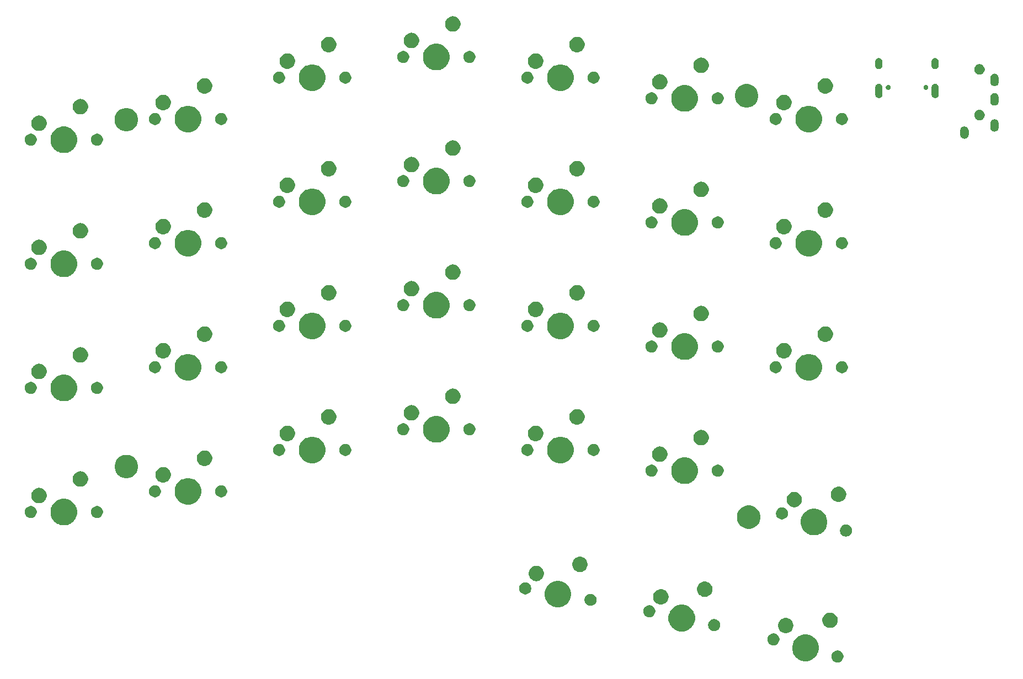
<source format=gbr>
G04 #@! TF.GenerationSoftware,KiCad,Pcbnew,(5.1.4-0)*
G04 #@! TF.CreationDate,2020-12-01T00:52:02+01:00*
G04 #@! TF.ProjectId,stm32split,73746d33-3273-4706-9c69-742e6b696361,rev?*
G04 #@! TF.SameCoordinates,Original*
G04 #@! TF.FileFunction,Soldermask,Bot*
G04 #@! TF.FilePolarity,Negative*
%FSLAX46Y46*%
G04 Gerber Fmt 4.6, Leading zero omitted, Abs format (unit mm)*
G04 Created by KiCad (PCBNEW (5.1.4-0)) date 2020-12-01 00:52:02*
%MOMM*%
%LPD*%
G04 APERTURE LIST*
%ADD10C,0.100000*%
G04 APERTURE END LIST*
D10*
G36*
X180887007Y-170504386D02*
G01*
X181055529Y-170574190D01*
X181207194Y-170675529D01*
X181336175Y-170804510D01*
X181437514Y-170956175D01*
X181507318Y-171124697D01*
X181542903Y-171303598D01*
X181542903Y-171486004D01*
X181507318Y-171664905D01*
X181437514Y-171833427D01*
X181336175Y-171985092D01*
X181207194Y-172114073D01*
X181055529Y-172215412D01*
X180887007Y-172285216D01*
X180708106Y-172320801D01*
X180525700Y-172320801D01*
X180346799Y-172285216D01*
X180178277Y-172215412D01*
X180026612Y-172114073D01*
X179897631Y-171985092D01*
X179796292Y-171833427D01*
X179726488Y-171664905D01*
X179690903Y-171486004D01*
X179690903Y-171303598D01*
X179726488Y-171124697D01*
X179796292Y-170956175D01*
X179897631Y-170804510D01*
X180026612Y-170675529D01*
X180178277Y-170574190D01*
X180346799Y-170504386D01*
X180525700Y-170468801D01*
X180708106Y-170468801D01*
X180887007Y-170504386D01*
X180887007Y-170504386D01*
G37*
G36*
X176306474Y-168113684D02*
G01*
X176454284Y-168174909D01*
X176678623Y-168267833D01*
X177013548Y-168491623D01*
X177298377Y-168776452D01*
X177522167Y-169111377D01*
X177560460Y-169203825D01*
X177676316Y-169483526D01*
X177754900Y-169878594D01*
X177754900Y-170281406D01*
X177676316Y-170676474D01*
X177623281Y-170804511D01*
X177522167Y-171048623D01*
X177298377Y-171383548D01*
X177013548Y-171668377D01*
X176678623Y-171892167D01*
X176524474Y-171956017D01*
X176306474Y-172046316D01*
X175911406Y-172124900D01*
X175508594Y-172124900D01*
X175113526Y-172046316D01*
X174895526Y-171956017D01*
X174741377Y-171892167D01*
X174406452Y-171668377D01*
X174121623Y-171383548D01*
X173897833Y-171048623D01*
X173796719Y-170804511D01*
X173743684Y-170676474D01*
X173665100Y-170281406D01*
X173665100Y-169878594D01*
X173743684Y-169483526D01*
X173859540Y-169203825D01*
X173897833Y-169111377D01*
X174121623Y-168776452D01*
X174406452Y-168491623D01*
X174741377Y-168267833D01*
X174965716Y-168174909D01*
X175113526Y-168113684D01*
X175508594Y-168035100D01*
X175911406Y-168035100D01*
X176306474Y-168113684D01*
X176306474Y-168113684D01*
G37*
G36*
X171073201Y-167874784D02*
G01*
X171241723Y-167944588D01*
X171393388Y-168045927D01*
X171522369Y-168174908D01*
X171623708Y-168326573D01*
X171693512Y-168495095D01*
X171729097Y-168673996D01*
X171729097Y-168856402D01*
X171693512Y-169035303D01*
X171623708Y-169203825D01*
X171522369Y-169355490D01*
X171393388Y-169484471D01*
X171241723Y-169585810D01*
X171073201Y-169655614D01*
X170894300Y-169691199D01*
X170711894Y-169691199D01*
X170532993Y-169655614D01*
X170364471Y-169585810D01*
X170212806Y-169484471D01*
X170083825Y-169355490D01*
X169982486Y-169203825D01*
X169912682Y-169035303D01*
X169877097Y-168856402D01*
X169877097Y-168673996D01*
X169912682Y-168495095D01*
X169982486Y-168326573D01*
X170083825Y-168174908D01*
X170212806Y-168045927D01*
X170364471Y-167944588D01*
X170532993Y-167874784D01*
X170711894Y-167839199D01*
X170894300Y-167839199D01*
X171073201Y-167874784D01*
X171073201Y-167874784D01*
G37*
G36*
X172878783Y-165479512D02*
G01*
X173030250Y-165509641D01*
X173244268Y-165598290D01*
X173244269Y-165598291D01*
X173436877Y-165726987D01*
X173600684Y-165890794D01*
X173657550Y-165975900D01*
X173729381Y-166083403D01*
X173818030Y-166297421D01*
X173863223Y-166524622D01*
X173863223Y-166756274D01*
X173818030Y-166983475D01*
X173729381Y-167197493D01*
X173729380Y-167197494D01*
X173600684Y-167390102D01*
X173436877Y-167553909D01*
X173308472Y-167639706D01*
X173244268Y-167682606D01*
X173030250Y-167771255D01*
X172878783Y-167801384D01*
X172803050Y-167816448D01*
X172571396Y-167816448D01*
X172495663Y-167801384D01*
X172344196Y-167771255D01*
X172130178Y-167682606D01*
X172065974Y-167639706D01*
X171937569Y-167553909D01*
X171773762Y-167390102D01*
X171645066Y-167197494D01*
X171645065Y-167197493D01*
X171556416Y-166983475D01*
X171511223Y-166756274D01*
X171511223Y-166524622D01*
X171556416Y-166297421D01*
X171645065Y-166083403D01*
X171716896Y-165975900D01*
X171773762Y-165890794D01*
X171937569Y-165726987D01*
X172130177Y-165598291D01*
X172130178Y-165598290D01*
X172344196Y-165509641D01*
X172495663Y-165479512D01*
X172571396Y-165464448D01*
X172803050Y-165464448D01*
X172878783Y-165479512D01*
X172878783Y-165479512D01*
G37*
G36*
X157316474Y-163543684D02*
G01*
X157532580Y-163633198D01*
X157688623Y-163697833D01*
X158023548Y-163921623D01*
X158308377Y-164206452D01*
X158532167Y-164541377D01*
X158579023Y-164654497D01*
X158686316Y-164913526D01*
X158764900Y-165308594D01*
X158764900Y-165711406D01*
X158686316Y-166106474D01*
X158658543Y-166173524D01*
X158532167Y-166478623D01*
X158308377Y-166813548D01*
X158023548Y-167098377D01*
X157688623Y-167322167D01*
X157534474Y-167386017D01*
X157316474Y-167476316D01*
X156921406Y-167554900D01*
X156518594Y-167554900D01*
X156123526Y-167476316D01*
X155905526Y-167386017D01*
X155751377Y-167322167D01*
X155416452Y-167098377D01*
X155131623Y-166813548D01*
X154907833Y-166478623D01*
X154781457Y-166173524D01*
X154753684Y-166106474D01*
X154675100Y-165711406D01*
X154675100Y-165308594D01*
X154753684Y-164913526D01*
X154860977Y-164654497D01*
X154907833Y-164541377D01*
X155131623Y-164206452D01*
X155416452Y-163921623D01*
X155751377Y-163697833D01*
X155907420Y-163633198D01*
X156123526Y-163543684D01*
X156518594Y-163465100D01*
X156921406Y-163465100D01*
X157316474Y-163543684D01*
X157316474Y-163543684D01*
G37*
G36*
X161959094Y-165675776D02*
G01*
X162127616Y-165745580D01*
X162279281Y-165846919D01*
X162408262Y-165975900D01*
X162509601Y-166127565D01*
X162579405Y-166296087D01*
X162614990Y-166474988D01*
X162614990Y-166657394D01*
X162579405Y-166836295D01*
X162509601Y-167004817D01*
X162408262Y-167156482D01*
X162279281Y-167285463D01*
X162127616Y-167386802D01*
X161959094Y-167456606D01*
X161780193Y-167492191D01*
X161597787Y-167492191D01*
X161418886Y-167456606D01*
X161250364Y-167386802D01*
X161098699Y-167285463D01*
X160969718Y-167156482D01*
X160868379Y-167004817D01*
X160798575Y-166836295D01*
X160762990Y-166657394D01*
X160762990Y-166474988D01*
X160798575Y-166296087D01*
X160868379Y-166127565D01*
X160969718Y-165975900D01*
X161098699Y-165846919D01*
X161250364Y-165745580D01*
X161418886Y-165675776D01*
X161597787Y-165640191D01*
X161780193Y-165640191D01*
X161959094Y-165675776D01*
X161959094Y-165675776D01*
G37*
G36*
X179669812Y-164669561D02*
G01*
X179821279Y-164699690D01*
X180035297Y-164788339D01*
X180035298Y-164788340D01*
X180227906Y-164917036D01*
X180391713Y-165080843D01*
X180453344Y-165173081D01*
X180520410Y-165273452D01*
X180609059Y-165487470D01*
X180609059Y-165487472D01*
X180653603Y-165711405D01*
X180654252Y-165714671D01*
X180654252Y-165946323D01*
X180609059Y-166173524D01*
X180520410Y-166387542D01*
X180520409Y-166387543D01*
X180391713Y-166580151D01*
X180227906Y-166743958D01*
X180123758Y-166813547D01*
X180035297Y-166872655D01*
X179821279Y-166961304D01*
X179669812Y-166991433D01*
X179594079Y-167006497D01*
X179362425Y-167006497D01*
X179286692Y-166991433D01*
X179135225Y-166961304D01*
X178921207Y-166872655D01*
X178832746Y-166813547D01*
X178728598Y-166743958D01*
X178564791Y-166580151D01*
X178436095Y-166387543D01*
X178436094Y-166387542D01*
X178347445Y-166173524D01*
X178302252Y-165946323D01*
X178302252Y-165714671D01*
X178302902Y-165711405D01*
X178347445Y-165487472D01*
X178347445Y-165487470D01*
X178436094Y-165273452D01*
X178503160Y-165173081D01*
X178564791Y-165080843D01*
X178728598Y-164917036D01*
X178921206Y-164788340D01*
X178921207Y-164788339D01*
X179135225Y-164699690D01*
X179286692Y-164669561D01*
X179362425Y-164654497D01*
X179594079Y-164654497D01*
X179669812Y-164669561D01*
X179669812Y-164669561D01*
G37*
G36*
X152021114Y-163563394D02*
G01*
X152189636Y-163633198D01*
X152341301Y-163734537D01*
X152470282Y-163863518D01*
X152571621Y-164015183D01*
X152641425Y-164183705D01*
X152677010Y-164362606D01*
X152677010Y-164545012D01*
X152641425Y-164723913D01*
X152571621Y-164892435D01*
X152470282Y-165044100D01*
X152341301Y-165173081D01*
X152189636Y-165274420D01*
X152021114Y-165344224D01*
X151842213Y-165379809D01*
X151659807Y-165379809D01*
X151480906Y-165344224D01*
X151312384Y-165274420D01*
X151160719Y-165173081D01*
X151031738Y-165044100D01*
X150930399Y-164892435D01*
X150860595Y-164723913D01*
X150825010Y-164545012D01*
X150825010Y-164362606D01*
X150860595Y-164183705D01*
X150930399Y-164015183D01*
X151031738Y-163863518D01*
X151160719Y-163734537D01*
X151312384Y-163633198D01*
X151480906Y-163563394D01*
X151659807Y-163527809D01*
X151842213Y-163527809D01*
X152021114Y-163563394D01*
X152021114Y-163563394D01*
G37*
G36*
X138316474Y-159853684D02*
G01*
X138520752Y-159938299D01*
X138688623Y-160007833D01*
X139023548Y-160231623D01*
X139308377Y-160516452D01*
X139532167Y-160851377D01*
X139532167Y-160851378D01*
X139686316Y-161223526D01*
X139764900Y-161618594D01*
X139764900Y-162021406D01*
X139686316Y-162416474D01*
X139596017Y-162634474D01*
X139532167Y-162788623D01*
X139308377Y-163123548D01*
X139023548Y-163408377D01*
X138688623Y-163632167D01*
X138534474Y-163696017D01*
X138316474Y-163786316D01*
X137921406Y-163864900D01*
X137518594Y-163864900D01*
X137123526Y-163786316D01*
X136905526Y-163696017D01*
X136751377Y-163632167D01*
X136416452Y-163408377D01*
X136131623Y-163123548D01*
X135907833Y-162788623D01*
X135843983Y-162634474D01*
X135753684Y-162416474D01*
X135675100Y-162021406D01*
X135675100Y-161618594D01*
X135753684Y-161223526D01*
X135907833Y-160851378D01*
X135907833Y-160851377D01*
X136131623Y-160516452D01*
X136416452Y-160231623D01*
X136751377Y-160007833D01*
X136919248Y-159938299D01*
X137123526Y-159853684D01*
X137518594Y-159775100D01*
X137921406Y-159775100D01*
X138316474Y-159853684D01*
X138316474Y-159853684D01*
G37*
G36*
X142992927Y-161811718D02*
G01*
X143161449Y-161881522D01*
X143313114Y-161982861D01*
X143442095Y-162111842D01*
X143543434Y-162263507D01*
X143613238Y-162432029D01*
X143648823Y-162610930D01*
X143648823Y-162793336D01*
X143613238Y-162972237D01*
X143543434Y-163140759D01*
X143442095Y-163292424D01*
X143313114Y-163421405D01*
X143161449Y-163522744D01*
X142992927Y-163592548D01*
X142814026Y-163628133D01*
X142631620Y-163628133D01*
X142452719Y-163592548D01*
X142284197Y-163522744D01*
X142132532Y-163421405D01*
X142003551Y-163292424D01*
X141902212Y-163140759D01*
X141832408Y-162972237D01*
X141796823Y-162793336D01*
X141796823Y-162610930D01*
X141832408Y-162432029D01*
X141902212Y-162263507D01*
X142003551Y-162111842D01*
X142132532Y-161982861D01*
X142284197Y-161881522D01*
X142452719Y-161811718D01*
X142631620Y-161776133D01*
X142814026Y-161776133D01*
X142992927Y-161811718D01*
X142992927Y-161811718D01*
G37*
G36*
X153712913Y-161072426D02*
G01*
X153864380Y-161102555D01*
X154078398Y-161191204D01*
X154126770Y-161223525D01*
X154271007Y-161319901D01*
X154434814Y-161483708D01*
X154464514Y-161528158D01*
X154563511Y-161676317D01*
X154652160Y-161890335D01*
X154670565Y-161982862D01*
X154696221Y-162111842D01*
X154697353Y-162117536D01*
X154697353Y-162349188D01*
X154652160Y-162576389D01*
X154563511Y-162790407D01*
X154563510Y-162790408D01*
X154434814Y-162983016D01*
X154271007Y-163146823D01*
X154142602Y-163232620D01*
X154078398Y-163275520D01*
X153864380Y-163364169D01*
X153712913Y-163394298D01*
X153637180Y-163409362D01*
X153405526Y-163409362D01*
X153329793Y-163394298D01*
X153178326Y-163364169D01*
X152964308Y-163275520D01*
X152900104Y-163232620D01*
X152771699Y-163146823D01*
X152607892Y-162983016D01*
X152479196Y-162790408D01*
X152479195Y-162790407D01*
X152390546Y-162576389D01*
X152345353Y-162349188D01*
X152345353Y-162117536D01*
X152346486Y-162111842D01*
X152372141Y-161982862D01*
X152390546Y-161890335D01*
X152479195Y-161676317D01*
X152578192Y-161528158D01*
X152607892Y-161483708D01*
X152771699Y-161319901D01*
X152915936Y-161223525D01*
X152964308Y-161191204D01*
X153178326Y-161102555D01*
X153329793Y-161072426D01*
X153405526Y-161057362D01*
X153637180Y-161057362D01*
X153712913Y-161072426D01*
X153712913Y-161072426D01*
G37*
G36*
X160452246Y-159908170D02*
G01*
X160603713Y-159938299D01*
X160817731Y-160026948D01*
X160817732Y-160026949D01*
X161010340Y-160155645D01*
X161174147Y-160319452D01*
X161192939Y-160347577D01*
X161302844Y-160512061D01*
X161391493Y-160726079D01*
X161391493Y-160726081D01*
X161436686Y-160953279D01*
X161436686Y-161184933D01*
X161432103Y-161207971D01*
X161391493Y-161412133D01*
X161302844Y-161626151D01*
X161302843Y-161626152D01*
X161174147Y-161818760D01*
X161010340Y-161982567D01*
X160952213Y-162021406D01*
X160817731Y-162111264D01*
X160603713Y-162199913D01*
X160452246Y-162230042D01*
X160376513Y-162245106D01*
X160144859Y-162245106D01*
X160069126Y-162230042D01*
X159917659Y-162199913D01*
X159703641Y-162111264D01*
X159569159Y-162021406D01*
X159511032Y-161982567D01*
X159347225Y-161818760D01*
X159218529Y-161626152D01*
X159218528Y-161626151D01*
X159129879Y-161412133D01*
X159089269Y-161207971D01*
X159084686Y-161184933D01*
X159084686Y-160953279D01*
X159129879Y-160726081D01*
X159129879Y-160726079D01*
X159218528Y-160512061D01*
X159328433Y-160347577D01*
X159347225Y-160319452D01*
X159511032Y-160155645D01*
X159703640Y-160026949D01*
X159703641Y-160026948D01*
X159917659Y-159938299D01*
X160069126Y-159908170D01*
X160144859Y-159893106D01*
X160376513Y-159893106D01*
X160452246Y-159908170D01*
X160452246Y-159908170D01*
G37*
G36*
X132987281Y-160047452D02*
G01*
X133155803Y-160117256D01*
X133307468Y-160218595D01*
X133436449Y-160347576D01*
X133537788Y-160499241D01*
X133607592Y-160667763D01*
X133643177Y-160846664D01*
X133643177Y-161029070D01*
X133607592Y-161207971D01*
X133537788Y-161376493D01*
X133436449Y-161528158D01*
X133307468Y-161657139D01*
X133155803Y-161758478D01*
X132987281Y-161828282D01*
X132808380Y-161863867D01*
X132625974Y-161863867D01*
X132447073Y-161828282D01*
X132278551Y-161758478D01*
X132126886Y-161657139D01*
X131997905Y-161528158D01*
X131896566Y-161376493D01*
X131826762Y-161207971D01*
X131791177Y-161029070D01*
X131791177Y-160846664D01*
X131826762Y-160667763D01*
X131896566Y-160499241D01*
X131997905Y-160347576D01*
X132126886Y-160218595D01*
X132278551Y-160117256D01*
X132447073Y-160047452D01*
X132625974Y-160011867D01*
X132808380Y-160011867D01*
X132987281Y-160047452D01*
X132987281Y-160047452D01*
G37*
G36*
X134600509Y-157496053D02*
G01*
X134751976Y-157526182D01*
X134965994Y-157614831D01*
X134965995Y-157614832D01*
X135158603Y-157743528D01*
X135322410Y-157907335D01*
X135389603Y-158007897D01*
X135451107Y-158099944D01*
X135539756Y-158313962D01*
X135584949Y-158541163D01*
X135584949Y-158772815D01*
X135539756Y-159000016D01*
X135451107Y-159214034D01*
X135451106Y-159214035D01*
X135322410Y-159406643D01*
X135158603Y-159570450D01*
X135030198Y-159656247D01*
X134965994Y-159699147D01*
X134751976Y-159787796D01*
X134600509Y-159817925D01*
X134524776Y-159832989D01*
X134293122Y-159832989D01*
X134217389Y-159817925D01*
X134065922Y-159787796D01*
X133851904Y-159699147D01*
X133787700Y-159656247D01*
X133659295Y-159570450D01*
X133495488Y-159406643D01*
X133366792Y-159214035D01*
X133366791Y-159214034D01*
X133278142Y-159000016D01*
X133232949Y-158772815D01*
X133232949Y-158541163D01*
X133278142Y-158313962D01*
X133366791Y-158099944D01*
X133428295Y-158007897D01*
X133495488Y-157907335D01*
X133659295Y-157743528D01*
X133851903Y-157614832D01*
X133851904Y-157614831D01*
X134065922Y-157526182D01*
X134217389Y-157496053D01*
X134293122Y-157480989D01*
X134524776Y-157480989D01*
X134600509Y-157496053D01*
X134600509Y-157496053D01*
G37*
G36*
X141295104Y-156097307D02*
G01*
X141446571Y-156127436D01*
X141660589Y-156216085D01*
X141660590Y-156216086D01*
X141853198Y-156344782D01*
X142017005Y-156508589D01*
X142102802Y-156636994D01*
X142145702Y-156701198D01*
X142234351Y-156915216D01*
X142279544Y-157142417D01*
X142279544Y-157374069D01*
X142234351Y-157601270D01*
X142145702Y-157815288D01*
X142145701Y-157815289D01*
X142017005Y-158007897D01*
X141853198Y-158171704D01*
X141724793Y-158257501D01*
X141660589Y-158300401D01*
X141446571Y-158389050D01*
X141295104Y-158419179D01*
X141219371Y-158434243D01*
X140987717Y-158434243D01*
X140911984Y-158419179D01*
X140760517Y-158389050D01*
X140546499Y-158300401D01*
X140482295Y-158257501D01*
X140353890Y-158171704D01*
X140190083Y-158007897D01*
X140061387Y-157815289D01*
X140061386Y-157815288D01*
X139972737Y-157601270D01*
X139927544Y-157374069D01*
X139927544Y-157142417D01*
X139972737Y-156915216D01*
X140061386Y-156701198D01*
X140104286Y-156636994D01*
X140190083Y-156508589D01*
X140353890Y-156344782D01*
X140546498Y-156216086D01*
X140546499Y-156216085D01*
X140760517Y-156127436D01*
X140911984Y-156097307D01*
X140987717Y-156082243D01*
X141219371Y-156082243D01*
X141295104Y-156097307D01*
X141295104Y-156097307D01*
G37*
G36*
X182187007Y-151174386D02*
G01*
X182355529Y-151244190D01*
X182507194Y-151345529D01*
X182636175Y-151474510D01*
X182737514Y-151626175D01*
X182807318Y-151794697D01*
X182842903Y-151973598D01*
X182842903Y-152156004D01*
X182807318Y-152334905D01*
X182737514Y-152503427D01*
X182636175Y-152655092D01*
X182507194Y-152784073D01*
X182355529Y-152885412D01*
X182187007Y-152955216D01*
X182008106Y-152990801D01*
X181825700Y-152990801D01*
X181646799Y-152955216D01*
X181478277Y-152885412D01*
X181326612Y-152784073D01*
X181197631Y-152655092D01*
X181096292Y-152503427D01*
X181026488Y-152334905D01*
X180990903Y-152156004D01*
X180990903Y-151973598D01*
X181026488Y-151794697D01*
X181096292Y-151626175D01*
X181197631Y-151474510D01*
X181326612Y-151345529D01*
X181478277Y-151244190D01*
X181646799Y-151174386D01*
X181825700Y-151138801D01*
X182008106Y-151138801D01*
X182187007Y-151174386D01*
X182187007Y-151174386D01*
G37*
G36*
X177606474Y-148783684D02*
G01*
X177754284Y-148844909D01*
X177978623Y-148937833D01*
X178313548Y-149161623D01*
X178598377Y-149446452D01*
X178822167Y-149781377D01*
X178860460Y-149873825D01*
X178976316Y-150153526D01*
X179054900Y-150548594D01*
X179054900Y-150951406D01*
X178976316Y-151346474D01*
X178923281Y-151474511D01*
X178822167Y-151718623D01*
X178598377Y-152053548D01*
X178313548Y-152338377D01*
X177978623Y-152562167D01*
X177824474Y-152626017D01*
X177606474Y-152716316D01*
X177211406Y-152794900D01*
X176808594Y-152794900D01*
X176413526Y-152716316D01*
X176195526Y-152626017D01*
X176041377Y-152562167D01*
X175706452Y-152338377D01*
X175421623Y-152053548D01*
X175197833Y-151718623D01*
X175096719Y-151474511D01*
X175043684Y-151346474D01*
X174965100Y-150951406D01*
X174965100Y-150548594D01*
X175043684Y-150153526D01*
X175159540Y-149873825D01*
X175197833Y-149781377D01*
X175421623Y-149446452D01*
X175706452Y-149161623D01*
X176041377Y-148937833D01*
X176265716Y-148844909D01*
X176413526Y-148783684D01*
X176808594Y-148705100D01*
X177211406Y-148705100D01*
X177606474Y-148783684D01*
X177606474Y-148783684D01*
G37*
G36*
X167525333Y-148268213D02*
G01*
X167853094Y-148403976D01*
X168148072Y-148601074D01*
X168398930Y-148851932D01*
X168596028Y-149146910D01*
X168731791Y-149474671D01*
X168801002Y-149822618D01*
X168801002Y-150177386D01*
X168731791Y-150525333D01*
X168596028Y-150853094D01*
X168398930Y-151148072D01*
X168148072Y-151398930D01*
X167853094Y-151596028D01*
X167525333Y-151731791D01*
X167177386Y-151801002D01*
X166822618Y-151801002D01*
X166474671Y-151731791D01*
X166146910Y-151596028D01*
X165851932Y-151398930D01*
X165601074Y-151148072D01*
X165403976Y-150853094D01*
X165268213Y-150525333D01*
X165199002Y-150177386D01*
X165199002Y-149822618D01*
X165268213Y-149474671D01*
X165403976Y-149146910D01*
X165601074Y-148851932D01*
X165851932Y-148601074D01*
X166146910Y-148403976D01*
X166474671Y-148268213D01*
X166822618Y-148199002D01*
X167177386Y-148199002D01*
X167525333Y-148268213D01*
X167525333Y-148268213D01*
G37*
G36*
X62508974Y-147258684D02*
G01*
X62726974Y-147348983D01*
X62881123Y-147412833D01*
X63216048Y-147636623D01*
X63500877Y-147921452D01*
X63724667Y-148256377D01*
X63757062Y-148334586D01*
X63878816Y-148628526D01*
X63957400Y-149023594D01*
X63957400Y-149426406D01*
X63878816Y-149821474D01*
X63827951Y-149944272D01*
X63724667Y-150193623D01*
X63500877Y-150528548D01*
X63216048Y-150813377D01*
X62881123Y-151037167D01*
X62726974Y-151101017D01*
X62508974Y-151191316D01*
X62113906Y-151269900D01*
X61711094Y-151269900D01*
X61316026Y-151191316D01*
X61098026Y-151101017D01*
X60943877Y-151037167D01*
X60608952Y-150813377D01*
X60324123Y-150528548D01*
X60100333Y-150193623D01*
X59997049Y-149944272D01*
X59946184Y-149821474D01*
X59867600Y-149426406D01*
X59867600Y-149023594D01*
X59946184Y-148628526D01*
X60067938Y-148334586D01*
X60100333Y-148256377D01*
X60324123Y-147921452D01*
X60608952Y-147636623D01*
X60943877Y-147412833D01*
X61098026Y-147348983D01*
X61316026Y-147258684D01*
X61711094Y-147180100D01*
X62113906Y-147180100D01*
X62508974Y-147258684D01*
X62508974Y-147258684D01*
G37*
G36*
X172373201Y-148544784D02*
G01*
X172541723Y-148614588D01*
X172693388Y-148715927D01*
X172822369Y-148844908D01*
X172923708Y-148996573D01*
X172993512Y-149165095D01*
X173029097Y-149343996D01*
X173029097Y-149526402D01*
X172993512Y-149705303D01*
X172923708Y-149873825D01*
X172822369Y-150025490D01*
X172693388Y-150154471D01*
X172541723Y-150255810D01*
X172373201Y-150325614D01*
X172194300Y-150361199D01*
X172011894Y-150361199D01*
X171832993Y-150325614D01*
X171664471Y-150255810D01*
X171512806Y-150154471D01*
X171383825Y-150025490D01*
X171282486Y-149873825D01*
X171212682Y-149705303D01*
X171177097Y-149526402D01*
X171177097Y-149343996D01*
X171212682Y-149165095D01*
X171282486Y-148996573D01*
X171383825Y-148844908D01*
X171512806Y-148715927D01*
X171664471Y-148614588D01*
X171832993Y-148544784D01*
X172011894Y-148509199D01*
X172194300Y-148509199D01*
X172373201Y-148544784D01*
X172373201Y-148544784D01*
G37*
G36*
X67262604Y-148334585D02*
G01*
X67431126Y-148404389D01*
X67582791Y-148505728D01*
X67711772Y-148634709D01*
X67813111Y-148786374D01*
X67882915Y-148954896D01*
X67918500Y-149133797D01*
X67918500Y-149316203D01*
X67882915Y-149495104D01*
X67813111Y-149663626D01*
X67711772Y-149815291D01*
X67582791Y-149944272D01*
X67431126Y-150045611D01*
X67262604Y-150115415D01*
X67083703Y-150151000D01*
X66901297Y-150151000D01*
X66722396Y-150115415D01*
X66553874Y-150045611D01*
X66402209Y-149944272D01*
X66273228Y-149815291D01*
X66171889Y-149663626D01*
X66102085Y-149495104D01*
X66066500Y-149316203D01*
X66066500Y-149133797D01*
X66102085Y-148954896D01*
X66171889Y-148786374D01*
X66273228Y-148634709D01*
X66402209Y-148505728D01*
X66553874Y-148404389D01*
X66722396Y-148334585D01*
X66901297Y-148299000D01*
X67083703Y-148299000D01*
X67262604Y-148334585D01*
X67262604Y-148334585D01*
G37*
G36*
X57102604Y-148334585D02*
G01*
X57271126Y-148404389D01*
X57422791Y-148505728D01*
X57551772Y-148634709D01*
X57653111Y-148786374D01*
X57722915Y-148954896D01*
X57758500Y-149133797D01*
X57758500Y-149316203D01*
X57722915Y-149495104D01*
X57653111Y-149663626D01*
X57551772Y-149815291D01*
X57422791Y-149944272D01*
X57271126Y-150045611D01*
X57102604Y-150115415D01*
X56923703Y-150151000D01*
X56741297Y-150151000D01*
X56562396Y-150115415D01*
X56393874Y-150045611D01*
X56242209Y-149944272D01*
X56113228Y-149815291D01*
X56011889Y-149663626D01*
X55942085Y-149495104D01*
X55906500Y-149316203D01*
X55906500Y-149133797D01*
X55942085Y-148954896D01*
X56011889Y-148786374D01*
X56113228Y-148634709D01*
X56242209Y-148505728D01*
X56393874Y-148404389D01*
X56562396Y-148334585D01*
X56741297Y-148299000D01*
X56923703Y-148299000D01*
X57102604Y-148334585D01*
X57102604Y-148334585D01*
G37*
G36*
X174137009Y-146141203D02*
G01*
X174330250Y-146179641D01*
X174544268Y-146268290D01*
X174544269Y-146268291D01*
X174736877Y-146396987D01*
X174900684Y-146560794D01*
X174953801Y-146640290D01*
X175029381Y-146753403D01*
X175118030Y-146967421D01*
X175130085Y-147028025D01*
X175160335Y-147180100D01*
X175163223Y-147194622D01*
X175163223Y-147426274D01*
X175118030Y-147653475D01*
X175029381Y-147867493D01*
X175029380Y-147867494D01*
X174900684Y-148060102D01*
X174736877Y-148223909D01*
X174624495Y-148299000D01*
X174544268Y-148352606D01*
X174330250Y-148441255D01*
X174178783Y-148471384D01*
X174103050Y-148486448D01*
X173871396Y-148486448D01*
X173795663Y-148471384D01*
X173644196Y-148441255D01*
X173430178Y-148352606D01*
X173349951Y-148299000D01*
X173237569Y-148223909D01*
X173073762Y-148060102D01*
X172945066Y-147867494D01*
X172945065Y-147867493D01*
X172856416Y-147653475D01*
X172811223Y-147426274D01*
X172811223Y-147194622D01*
X172814112Y-147180100D01*
X172844361Y-147028025D01*
X172856416Y-146967421D01*
X172945065Y-146753403D01*
X173020645Y-146640290D01*
X173073762Y-146560794D01*
X173237569Y-146396987D01*
X173430177Y-146268291D01*
X173430178Y-146268290D01*
X173644196Y-146179641D01*
X173837437Y-146141203D01*
X173871396Y-146134448D01*
X174103050Y-146134448D01*
X174137009Y-146141203D01*
X174137009Y-146141203D01*
G37*
G36*
X81558974Y-144083684D02*
G01*
X81776974Y-144173983D01*
X81931123Y-144237833D01*
X82266048Y-144461623D01*
X82550877Y-144746452D01*
X82774667Y-145081377D01*
X82807062Y-145159586D01*
X82928816Y-145453526D01*
X83007400Y-145848594D01*
X83007400Y-146251406D01*
X82928816Y-146646474D01*
X82877951Y-146769272D01*
X82774667Y-147018623D01*
X82550877Y-147353548D01*
X82266048Y-147638377D01*
X81931123Y-147862167D01*
X81918262Y-147867494D01*
X81558974Y-148016316D01*
X81163906Y-148094900D01*
X80761094Y-148094900D01*
X80366026Y-148016316D01*
X80006738Y-147867494D01*
X79993877Y-147862167D01*
X79658952Y-147638377D01*
X79374123Y-147353548D01*
X79150333Y-147018623D01*
X79047049Y-146769272D01*
X78996184Y-146646474D01*
X78917600Y-146251406D01*
X78917600Y-145848594D01*
X78996184Y-145453526D01*
X79117938Y-145159586D01*
X79150333Y-145081377D01*
X79374123Y-144746452D01*
X79658952Y-144461623D01*
X79993877Y-144237833D01*
X80148026Y-144173983D01*
X80366026Y-144083684D01*
X80761094Y-144005100D01*
X81163906Y-144005100D01*
X81558974Y-144083684D01*
X81558974Y-144083684D01*
G37*
G36*
X58294060Y-145524064D02*
G01*
X58445527Y-145554193D01*
X58659545Y-145642842D01*
X58659546Y-145642843D01*
X58852154Y-145771539D01*
X59015961Y-145935346D01*
X59021377Y-145943452D01*
X59144658Y-146127955D01*
X59233307Y-146341973D01*
X59278500Y-146569174D01*
X59278500Y-146800826D01*
X59233307Y-147028027D01*
X59144658Y-147242045D01*
X59139240Y-147250153D01*
X59015961Y-147434654D01*
X58852154Y-147598461D01*
X58795040Y-147636623D01*
X58659545Y-147727158D01*
X58445527Y-147815807D01*
X58294060Y-147845936D01*
X58218327Y-147861000D01*
X57986673Y-147861000D01*
X57910940Y-147845936D01*
X57759473Y-147815807D01*
X57545455Y-147727158D01*
X57409960Y-147636623D01*
X57352846Y-147598461D01*
X57189039Y-147434654D01*
X57065760Y-147250153D01*
X57060342Y-147242045D01*
X56971693Y-147028027D01*
X56926500Y-146800826D01*
X56926500Y-146569174D01*
X56971693Y-146341973D01*
X57060342Y-146127955D01*
X57183623Y-145943452D01*
X57189039Y-145935346D01*
X57352846Y-145771539D01*
X57545454Y-145642843D01*
X57545455Y-145642842D01*
X57759473Y-145554193D01*
X57910940Y-145524064D01*
X57986673Y-145509000D01*
X58218327Y-145509000D01*
X58294060Y-145524064D01*
X58294060Y-145524064D01*
G37*
G36*
X180969812Y-145339561D02*
G01*
X181121279Y-145369690D01*
X181335297Y-145458339D01*
X181399501Y-145501239D01*
X181527906Y-145587036D01*
X181691713Y-145750843D01*
X181777510Y-145879248D01*
X181820410Y-145943452D01*
X181909059Y-146157470D01*
X181909059Y-146157472D01*
X181954252Y-146384670D01*
X181954252Y-146616324D01*
X181939188Y-146692057D01*
X181909059Y-146843524D01*
X181820410Y-147057542D01*
X181820409Y-147057543D01*
X181691713Y-147250151D01*
X181527906Y-147413958D01*
X181399501Y-147499755D01*
X181335297Y-147542655D01*
X181121279Y-147631304D01*
X180969812Y-147661433D01*
X180894079Y-147676497D01*
X180662425Y-147676497D01*
X180586692Y-147661433D01*
X180435225Y-147631304D01*
X180221207Y-147542655D01*
X180157003Y-147499755D01*
X180028598Y-147413958D01*
X179864791Y-147250151D01*
X179736095Y-147057543D01*
X179736094Y-147057542D01*
X179647445Y-146843524D01*
X179617316Y-146692057D01*
X179602252Y-146616324D01*
X179602252Y-146384670D01*
X179647445Y-146157472D01*
X179647445Y-146157470D01*
X179736094Y-145943452D01*
X179778994Y-145879248D01*
X179864791Y-145750843D01*
X180028598Y-145587036D01*
X180157003Y-145501239D01*
X180221207Y-145458339D01*
X180435225Y-145369690D01*
X180586692Y-145339561D01*
X180662425Y-145324497D01*
X180894079Y-145324497D01*
X180969812Y-145339561D01*
X180969812Y-145339561D01*
G37*
G36*
X86312604Y-145159585D02*
G01*
X86481126Y-145229389D01*
X86632791Y-145330728D01*
X86761772Y-145459709D01*
X86863111Y-145611374D01*
X86932915Y-145779896D01*
X86968500Y-145958797D01*
X86968500Y-146141203D01*
X86932915Y-146320104D01*
X86863111Y-146488626D01*
X86761772Y-146640291D01*
X86632791Y-146769272D01*
X86481126Y-146870611D01*
X86312604Y-146940415D01*
X86133703Y-146976000D01*
X85951297Y-146976000D01*
X85772396Y-146940415D01*
X85603874Y-146870611D01*
X85452209Y-146769272D01*
X85323228Y-146640291D01*
X85221889Y-146488626D01*
X85152085Y-146320104D01*
X85116500Y-146141203D01*
X85116500Y-145958797D01*
X85152085Y-145779896D01*
X85221889Y-145611374D01*
X85323228Y-145459709D01*
X85452209Y-145330728D01*
X85603874Y-145229389D01*
X85772396Y-145159585D01*
X85951297Y-145124000D01*
X86133703Y-145124000D01*
X86312604Y-145159585D01*
X86312604Y-145159585D01*
G37*
G36*
X76152604Y-145159585D02*
G01*
X76321126Y-145229389D01*
X76472791Y-145330728D01*
X76601772Y-145459709D01*
X76703111Y-145611374D01*
X76772915Y-145779896D01*
X76808500Y-145958797D01*
X76808500Y-146141203D01*
X76772915Y-146320104D01*
X76703111Y-146488626D01*
X76601772Y-146640291D01*
X76472791Y-146769272D01*
X76321126Y-146870611D01*
X76152604Y-146940415D01*
X75973703Y-146976000D01*
X75791297Y-146976000D01*
X75612396Y-146940415D01*
X75443874Y-146870611D01*
X75292209Y-146769272D01*
X75163228Y-146640291D01*
X75061889Y-146488626D01*
X74992085Y-146320104D01*
X74956500Y-146141203D01*
X74956500Y-145958797D01*
X74992085Y-145779896D01*
X75061889Y-145611374D01*
X75163228Y-145459709D01*
X75292209Y-145330728D01*
X75443874Y-145229389D01*
X75612396Y-145159585D01*
X75791297Y-145124000D01*
X75973703Y-145124000D01*
X76152604Y-145159585D01*
X76152604Y-145159585D01*
G37*
G36*
X64644060Y-142984064D02*
G01*
X64795527Y-143014193D01*
X65009545Y-143102842D01*
X65009546Y-143102843D01*
X65202154Y-143231539D01*
X65365961Y-143395346D01*
X65451758Y-143523751D01*
X65494658Y-143587955D01*
X65583307Y-143801973D01*
X65593462Y-143853025D01*
X65623712Y-144005100D01*
X65628500Y-144029174D01*
X65628500Y-144260826D01*
X65583307Y-144488027D01*
X65494658Y-144702045D01*
X65494657Y-144702046D01*
X65365961Y-144894654D01*
X65202154Y-145058461D01*
X65073749Y-145144258D01*
X65009545Y-145187158D01*
X64795527Y-145275807D01*
X64644060Y-145305936D01*
X64568327Y-145321000D01*
X64336673Y-145321000D01*
X64260940Y-145305936D01*
X64109473Y-145275807D01*
X63895455Y-145187158D01*
X63831251Y-145144258D01*
X63702846Y-145058461D01*
X63539039Y-144894654D01*
X63410343Y-144702046D01*
X63410342Y-144702045D01*
X63321693Y-144488027D01*
X63276500Y-144260826D01*
X63276500Y-144029174D01*
X63281289Y-144005100D01*
X63311538Y-143853025D01*
X63321693Y-143801973D01*
X63410342Y-143587955D01*
X63453242Y-143523751D01*
X63539039Y-143395346D01*
X63702846Y-143231539D01*
X63895454Y-143102843D01*
X63895455Y-143102842D01*
X64109473Y-143014193D01*
X64260940Y-142984064D01*
X64336673Y-142969000D01*
X64568327Y-142969000D01*
X64644060Y-142984064D01*
X64644060Y-142984064D01*
G37*
G36*
X157758974Y-140908684D02*
G01*
X157976974Y-140998983D01*
X158131123Y-141062833D01*
X158466048Y-141286623D01*
X158750877Y-141571452D01*
X158974667Y-141906377D01*
X159007062Y-141984586D01*
X159128816Y-142278526D01*
X159207400Y-142673594D01*
X159207400Y-143076406D01*
X159128816Y-143471474D01*
X159077951Y-143594272D01*
X158974667Y-143843623D01*
X158750877Y-144178548D01*
X158466048Y-144463377D01*
X158131123Y-144687167D01*
X157987996Y-144746452D01*
X157758974Y-144841316D01*
X157363906Y-144919900D01*
X156961094Y-144919900D01*
X156566026Y-144841316D01*
X156337004Y-144746452D01*
X156193877Y-144687167D01*
X155858952Y-144463377D01*
X155574123Y-144178548D01*
X155350333Y-143843623D01*
X155247049Y-143594272D01*
X155196184Y-143471474D01*
X155117600Y-143076406D01*
X155117600Y-142673594D01*
X155196184Y-142278526D01*
X155317938Y-141984586D01*
X155350333Y-141906377D01*
X155574123Y-141571452D01*
X155858952Y-141286623D01*
X156193877Y-141062833D01*
X156348026Y-140998983D01*
X156566026Y-140908684D01*
X156961094Y-140830100D01*
X157363906Y-140830100D01*
X157758974Y-140908684D01*
X157758974Y-140908684D01*
G37*
G36*
X77344060Y-142349064D02*
G01*
X77495527Y-142379193D01*
X77709545Y-142467842D01*
X77709546Y-142467843D01*
X77902154Y-142596539D01*
X78065961Y-142760346D01*
X78081630Y-142783797D01*
X78194658Y-142952955D01*
X78283307Y-143166973D01*
X78328500Y-143394174D01*
X78328500Y-143625826D01*
X78283307Y-143853027D01*
X78194658Y-144067045D01*
X78194657Y-144067046D01*
X78065961Y-144259654D01*
X77902154Y-144423461D01*
X77773749Y-144509258D01*
X77709545Y-144552158D01*
X77495527Y-144640807D01*
X77344060Y-144670936D01*
X77268327Y-144686000D01*
X77036673Y-144686000D01*
X76960940Y-144670936D01*
X76809473Y-144640807D01*
X76595455Y-144552158D01*
X76531251Y-144509258D01*
X76402846Y-144423461D01*
X76239039Y-144259654D01*
X76110343Y-144067046D01*
X76110342Y-144067045D01*
X76021693Y-143853027D01*
X75976500Y-143625826D01*
X75976500Y-143394174D01*
X76021693Y-143166973D01*
X76110342Y-142952955D01*
X76223370Y-142783797D01*
X76239039Y-142760346D01*
X76402846Y-142596539D01*
X76595454Y-142467843D01*
X76595455Y-142467842D01*
X76809473Y-142379193D01*
X76960940Y-142349064D01*
X77036673Y-142334000D01*
X77268327Y-142334000D01*
X77344060Y-142349064D01*
X77344060Y-142349064D01*
G37*
G36*
X72027355Y-140515730D02*
G01*
X72355116Y-140651493D01*
X72650094Y-140848591D01*
X72900952Y-141099449D01*
X73098050Y-141394427D01*
X73233813Y-141722188D01*
X73303024Y-142070135D01*
X73303024Y-142424903D01*
X73233813Y-142772850D01*
X73098050Y-143100611D01*
X72900952Y-143395589D01*
X72650094Y-143646447D01*
X72355116Y-143843545D01*
X72027355Y-143979308D01*
X71679408Y-144048519D01*
X71324640Y-144048519D01*
X70976693Y-143979308D01*
X70648932Y-143843545D01*
X70353954Y-143646447D01*
X70103096Y-143395589D01*
X69905998Y-143100611D01*
X69770235Y-142772850D01*
X69701024Y-142424903D01*
X69701024Y-142070135D01*
X69770235Y-141722188D01*
X69905998Y-141394427D01*
X70103096Y-141099449D01*
X70353954Y-140848591D01*
X70648932Y-140651493D01*
X70976693Y-140515730D01*
X71324640Y-140446519D01*
X71679408Y-140446519D01*
X72027355Y-140515730D01*
X72027355Y-140515730D01*
G37*
G36*
X162512604Y-141984585D02*
G01*
X162681126Y-142054389D01*
X162832791Y-142155728D01*
X162961772Y-142284709D01*
X163063111Y-142436374D01*
X163132915Y-142604896D01*
X163168500Y-142783797D01*
X163168500Y-142966203D01*
X163132915Y-143145104D01*
X163063111Y-143313626D01*
X162961772Y-143465291D01*
X162832791Y-143594272D01*
X162681126Y-143695611D01*
X162512604Y-143765415D01*
X162333703Y-143801000D01*
X162151297Y-143801000D01*
X161972396Y-143765415D01*
X161803874Y-143695611D01*
X161652209Y-143594272D01*
X161523228Y-143465291D01*
X161421889Y-143313626D01*
X161352085Y-143145104D01*
X161316500Y-142966203D01*
X161316500Y-142783797D01*
X161352085Y-142604896D01*
X161421889Y-142436374D01*
X161523228Y-142284709D01*
X161652209Y-142155728D01*
X161803874Y-142054389D01*
X161972396Y-141984585D01*
X162151297Y-141949000D01*
X162333703Y-141949000D01*
X162512604Y-141984585D01*
X162512604Y-141984585D01*
G37*
G36*
X152352604Y-141984585D02*
G01*
X152521126Y-142054389D01*
X152672791Y-142155728D01*
X152801772Y-142284709D01*
X152903111Y-142436374D01*
X152972915Y-142604896D01*
X153008500Y-142783797D01*
X153008500Y-142966203D01*
X152972915Y-143145104D01*
X152903111Y-143313626D01*
X152801772Y-143465291D01*
X152672791Y-143594272D01*
X152521126Y-143695611D01*
X152352604Y-143765415D01*
X152173703Y-143801000D01*
X151991297Y-143801000D01*
X151812396Y-143765415D01*
X151643874Y-143695611D01*
X151492209Y-143594272D01*
X151363228Y-143465291D01*
X151261889Y-143313626D01*
X151192085Y-143145104D01*
X151156500Y-142966203D01*
X151156500Y-142783797D01*
X151192085Y-142604896D01*
X151261889Y-142436374D01*
X151363228Y-142284709D01*
X151492209Y-142155728D01*
X151643874Y-142054389D01*
X151812396Y-141984585D01*
X151991297Y-141949000D01*
X152173703Y-141949000D01*
X152352604Y-141984585D01*
X152352604Y-141984585D01*
G37*
G36*
X83694060Y-139809064D02*
G01*
X83845527Y-139839193D01*
X84059545Y-139927842D01*
X84059546Y-139927843D01*
X84252154Y-140056539D01*
X84415961Y-140220346D01*
X84501758Y-140348751D01*
X84544658Y-140412955D01*
X84633307Y-140626973D01*
X84643462Y-140678025D01*
X84677390Y-140848591D01*
X84678500Y-140854174D01*
X84678500Y-141085826D01*
X84633307Y-141313027D01*
X84544658Y-141527045D01*
X84544657Y-141527046D01*
X84415961Y-141719654D01*
X84252154Y-141883461D01*
X84123749Y-141969258D01*
X84059545Y-142012158D01*
X83845527Y-142100807D01*
X83694060Y-142130936D01*
X83618327Y-142146000D01*
X83386673Y-142146000D01*
X83310940Y-142130936D01*
X83159473Y-142100807D01*
X82945455Y-142012158D01*
X82881251Y-141969258D01*
X82752846Y-141883461D01*
X82589039Y-141719654D01*
X82460343Y-141527046D01*
X82460342Y-141527045D01*
X82371693Y-141313027D01*
X82326500Y-141085826D01*
X82326500Y-140854174D01*
X82327611Y-140848591D01*
X82361538Y-140678025D01*
X82371693Y-140626973D01*
X82460342Y-140412955D01*
X82503242Y-140348751D01*
X82589039Y-140220346D01*
X82752846Y-140056539D01*
X82945454Y-139927843D01*
X82945455Y-139927842D01*
X83159473Y-139839193D01*
X83310940Y-139809064D01*
X83386673Y-139794000D01*
X83618327Y-139794000D01*
X83694060Y-139809064D01*
X83694060Y-139809064D01*
G37*
G36*
X138708974Y-137733684D02*
G01*
X138926974Y-137823983D01*
X139081123Y-137887833D01*
X139416048Y-138111623D01*
X139700877Y-138396452D01*
X139924667Y-138731377D01*
X139957062Y-138809586D01*
X140078816Y-139103526D01*
X140157400Y-139498594D01*
X140157400Y-139901406D01*
X140078816Y-140296474D01*
X140027951Y-140419272D01*
X139924667Y-140668623D01*
X139700877Y-141003548D01*
X139416048Y-141288377D01*
X139081123Y-141512167D01*
X138937996Y-141571452D01*
X138708974Y-141666316D01*
X138313906Y-141744900D01*
X137911094Y-141744900D01*
X137516026Y-141666316D01*
X137287004Y-141571452D01*
X137143877Y-141512167D01*
X136808952Y-141288377D01*
X136524123Y-141003548D01*
X136300333Y-140668623D01*
X136197049Y-140419272D01*
X136146184Y-140296474D01*
X136067600Y-139901406D01*
X136067600Y-139498594D01*
X136146184Y-139103526D01*
X136267938Y-138809586D01*
X136300333Y-138731377D01*
X136524123Y-138396452D01*
X136808952Y-138111623D01*
X137143877Y-137887833D01*
X137298026Y-137823983D01*
X137516026Y-137733684D01*
X137911094Y-137655100D01*
X138313906Y-137655100D01*
X138708974Y-137733684D01*
X138708974Y-137733684D01*
G37*
G36*
X100608974Y-137733684D02*
G01*
X100826974Y-137823983D01*
X100981123Y-137887833D01*
X101316048Y-138111623D01*
X101600877Y-138396452D01*
X101824667Y-138731377D01*
X101857062Y-138809586D01*
X101978816Y-139103526D01*
X102057400Y-139498594D01*
X102057400Y-139901406D01*
X101978816Y-140296474D01*
X101927951Y-140419272D01*
X101824667Y-140668623D01*
X101600877Y-141003548D01*
X101316048Y-141288377D01*
X100981123Y-141512167D01*
X100837996Y-141571452D01*
X100608974Y-141666316D01*
X100213906Y-141744900D01*
X99811094Y-141744900D01*
X99416026Y-141666316D01*
X99187004Y-141571452D01*
X99043877Y-141512167D01*
X98708952Y-141288377D01*
X98424123Y-141003548D01*
X98200333Y-140668623D01*
X98097049Y-140419272D01*
X98046184Y-140296474D01*
X97967600Y-139901406D01*
X97967600Y-139498594D01*
X98046184Y-139103526D01*
X98167938Y-138809586D01*
X98200333Y-138731377D01*
X98424123Y-138396452D01*
X98708952Y-138111623D01*
X99043877Y-137887833D01*
X99198026Y-137823983D01*
X99416026Y-137733684D01*
X99811094Y-137655100D01*
X100213906Y-137655100D01*
X100608974Y-137733684D01*
X100608974Y-137733684D01*
G37*
G36*
X153544060Y-139174064D02*
G01*
X153695527Y-139204193D01*
X153909545Y-139292842D01*
X153909546Y-139292843D01*
X154102154Y-139421539D01*
X154265961Y-139585346D01*
X154281630Y-139608797D01*
X154394658Y-139777955D01*
X154483307Y-139991973D01*
X154528500Y-140219174D01*
X154528500Y-140450826D01*
X154483307Y-140678027D01*
X154394658Y-140892045D01*
X154394657Y-140892046D01*
X154265961Y-141084654D01*
X154102154Y-141248461D01*
X153973749Y-141334258D01*
X153909545Y-141377158D01*
X153695527Y-141465807D01*
X153544060Y-141495936D01*
X153468327Y-141511000D01*
X153236673Y-141511000D01*
X153160940Y-141495936D01*
X153009473Y-141465807D01*
X152795455Y-141377158D01*
X152731251Y-141334258D01*
X152602846Y-141248461D01*
X152439039Y-141084654D01*
X152310343Y-140892046D01*
X152310342Y-140892045D01*
X152221693Y-140678027D01*
X152176500Y-140450826D01*
X152176500Y-140219174D01*
X152221693Y-139991973D01*
X152310342Y-139777955D01*
X152423370Y-139608797D01*
X152439039Y-139585346D01*
X152602846Y-139421539D01*
X152795454Y-139292843D01*
X152795455Y-139292842D01*
X153009473Y-139204193D01*
X153160940Y-139174064D01*
X153236673Y-139159000D01*
X153468327Y-139159000D01*
X153544060Y-139174064D01*
X153544060Y-139174064D01*
G37*
G36*
X133302604Y-138809585D02*
G01*
X133471126Y-138879389D01*
X133622791Y-138980728D01*
X133751772Y-139109709D01*
X133853111Y-139261374D01*
X133922915Y-139429896D01*
X133958500Y-139608797D01*
X133958500Y-139791203D01*
X133922915Y-139970104D01*
X133853111Y-140138626D01*
X133751772Y-140290291D01*
X133622791Y-140419272D01*
X133471126Y-140520611D01*
X133302604Y-140590415D01*
X133123703Y-140626000D01*
X132941297Y-140626000D01*
X132762396Y-140590415D01*
X132593874Y-140520611D01*
X132442209Y-140419272D01*
X132313228Y-140290291D01*
X132211889Y-140138626D01*
X132142085Y-139970104D01*
X132106500Y-139791203D01*
X132106500Y-139608797D01*
X132142085Y-139429896D01*
X132211889Y-139261374D01*
X132313228Y-139109709D01*
X132442209Y-138980728D01*
X132593874Y-138879389D01*
X132762396Y-138809585D01*
X132941297Y-138774000D01*
X133123703Y-138774000D01*
X133302604Y-138809585D01*
X133302604Y-138809585D01*
G37*
G36*
X143462604Y-138809585D02*
G01*
X143631126Y-138879389D01*
X143782791Y-138980728D01*
X143911772Y-139109709D01*
X144013111Y-139261374D01*
X144082915Y-139429896D01*
X144118500Y-139608797D01*
X144118500Y-139791203D01*
X144082915Y-139970104D01*
X144013111Y-140138626D01*
X143911772Y-140290291D01*
X143782791Y-140419272D01*
X143631126Y-140520611D01*
X143462604Y-140590415D01*
X143283703Y-140626000D01*
X143101297Y-140626000D01*
X142922396Y-140590415D01*
X142753874Y-140520611D01*
X142602209Y-140419272D01*
X142473228Y-140290291D01*
X142371889Y-140138626D01*
X142302085Y-139970104D01*
X142266500Y-139791203D01*
X142266500Y-139608797D01*
X142302085Y-139429896D01*
X142371889Y-139261374D01*
X142473228Y-139109709D01*
X142602209Y-138980728D01*
X142753874Y-138879389D01*
X142922396Y-138809585D01*
X143101297Y-138774000D01*
X143283703Y-138774000D01*
X143462604Y-138809585D01*
X143462604Y-138809585D01*
G37*
G36*
X95202604Y-138809585D02*
G01*
X95371126Y-138879389D01*
X95522791Y-138980728D01*
X95651772Y-139109709D01*
X95753111Y-139261374D01*
X95822915Y-139429896D01*
X95858500Y-139608797D01*
X95858500Y-139791203D01*
X95822915Y-139970104D01*
X95753111Y-140138626D01*
X95651772Y-140290291D01*
X95522791Y-140419272D01*
X95371126Y-140520611D01*
X95202604Y-140590415D01*
X95023703Y-140626000D01*
X94841297Y-140626000D01*
X94662396Y-140590415D01*
X94493874Y-140520611D01*
X94342209Y-140419272D01*
X94213228Y-140290291D01*
X94111889Y-140138626D01*
X94042085Y-139970104D01*
X94006500Y-139791203D01*
X94006500Y-139608797D01*
X94042085Y-139429896D01*
X94111889Y-139261374D01*
X94213228Y-139109709D01*
X94342209Y-138980728D01*
X94493874Y-138879389D01*
X94662396Y-138809585D01*
X94841297Y-138774000D01*
X95023703Y-138774000D01*
X95202604Y-138809585D01*
X95202604Y-138809585D01*
G37*
G36*
X105362604Y-138809585D02*
G01*
X105531126Y-138879389D01*
X105682791Y-138980728D01*
X105811772Y-139109709D01*
X105913111Y-139261374D01*
X105982915Y-139429896D01*
X106018500Y-139608797D01*
X106018500Y-139791203D01*
X105982915Y-139970104D01*
X105913111Y-140138626D01*
X105811772Y-140290291D01*
X105682791Y-140419272D01*
X105531126Y-140520611D01*
X105362604Y-140590415D01*
X105183703Y-140626000D01*
X105001297Y-140626000D01*
X104822396Y-140590415D01*
X104653874Y-140520611D01*
X104502209Y-140419272D01*
X104373228Y-140290291D01*
X104271889Y-140138626D01*
X104202085Y-139970104D01*
X104166500Y-139791203D01*
X104166500Y-139608797D01*
X104202085Y-139429896D01*
X104271889Y-139261374D01*
X104373228Y-139109709D01*
X104502209Y-138980728D01*
X104653874Y-138879389D01*
X104822396Y-138809585D01*
X105001297Y-138774000D01*
X105183703Y-138774000D01*
X105362604Y-138809585D01*
X105362604Y-138809585D01*
G37*
G36*
X159894060Y-136634064D02*
G01*
X160045527Y-136664193D01*
X160259545Y-136752842D01*
X160259546Y-136752843D01*
X160452154Y-136881539D01*
X160615961Y-137045346D01*
X160701758Y-137173751D01*
X160744658Y-137237955D01*
X160833307Y-137451973D01*
X160843462Y-137503025D01*
X160873712Y-137655100D01*
X160878500Y-137679174D01*
X160878500Y-137910826D01*
X160833307Y-138138027D01*
X160744658Y-138352045D01*
X160744657Y-138352046D01*
X160615961Y-138544654D01*
X160452154Y-138708461D01*
X160323749Y-138794258D01*
X160259545Y-138837158D01*
X160045527Y-138925807D01*
X159894060Y-138955936D01*
X159818327Y-138971000D01*
X159586673Y-138971000D01*
X159510940Y-138955936D01*
X159359473Y-138925807D01*
X159145455Y-138837158D01*
X159081251Y-138794258D01*
X158952846Y-138708461D01*
X158789039Y-138544654D01*
X158660343Y-138352046D01*
X158660342Y-138352045D01*
X158571693Y-138138027D01*
X158526500Y-137910826D01*
X158526500Y-137679174D01*
X158531289Y-137655100D01*
X158561538Y-137503025D01*
X158571693Y-137451973D01*
X158660342Y-137237955D01*
X158703242Y-137173751D01*
X158789039Y-137045346D01*
X158952846Y-136881539D01*
X159145454Y-136752843D01*
X159145455Y-136752842D01*
X159359473Y-136664193D01*
X159510940Y-136634064D01*
X159586673Y-136619000D01*
X159818327Y-136619000D01*
X159894060Y-136634064D01*
X159894060Y-136634064D01*
G37*
G36*
X119658974Y-134558684D02*
G01*
X119876974Y-134648983D01*
X120031123Y-134712833D01*
X120366048Y-134936623D01*
X120650877Y-135221452D01*
X120874667Y-135556377D01*
X120907062Y-135634586D01*
X121028816Y-135928526D01*
X121107400Y-136323594D01*
X121107400Y-136726406D01*
X121028816Y-137121474D01*
X120977951Y-137244272D01*
X120874667Y-137493623D01*
X120650877Y-137828548D01*
X120366048Y-138113377D01*
X120031123Y-138337167D01*
X119887996Y-138396452D01*
X119658974Y-138491316D01*
X119263906Y-138569900D01*
X118861094Y-138569900D01*
X118466026Y-138491316D01*
X118237004Y-138396452D01*
X118093877Y-138337167D01*
X117758952Y-138113377D01*
X117474123Y-137828548D01*
X117250333Y-137493623D01*
X117147049Y-137244272D01*
X117096184Y-137121474D01*
X117017600Y-136726406D01*
X117017600Y-136323594D01*
X117096184Y-135928526D01*
X117217938Y-135634586D01*
X117250333Y-135556377D01*
X117474123Y-135221452D01*
X117758952Y-134936623D01*
X118093877Y-134712833D01*
X118248026Y-134648983D01*
X118466026Y-134558684D01*
X118861094Y-134480100D01*
X119263906Y-134480100D01*
X119658974Y-134558684D01*
X119658974Y-134558684D01*
G37*
G36*
X134494060Y-135999064D02*
G01*
X134645527Y-136029193D01*
X134859545Y-136117842D01*
X134859546Y-136117843D01*
X135052154Y-136246539D01*
X135215961Y-136410346D01*
X135231630Y-136433797D01*
X135344658Y-136602955D01*
X135433307Y-136816973D01*
X135478500Y-137044174D01*
X135478500Y-137275826D01*
X135433307Y-137503027D01*
X135344658Y-137717045D01*
X135344657Y-137717046D01*
X135215961Y-137909654D01*
X135052154Y-138073461D01*
X134923749Y-138159258D01*
X134859545Y-138202158D01*
X134645527Y-138290807D01*
X134494060Y-138320936D01*
X134418327Y-138336000D01*
X134186673Y-138336000D01*
X134110940Y-138320936D01*
X133959473Y-138290807D01*
X133745455Y-138202158D01*
X133681251Y-138159258D01*
X133552846Y-138073461D01*
X133389039Y-137909654D01*
X133260343Y-137717046D01*
X133260342Y-137717045D01*
X133171693Y-137503027D01*
X133126500Y-137275826D01*
X133126500Y-137044174D01*
X133171693Y-136816973D01*
X133260342Y-136602955D01*
X133373370Y-136433797D01*
X133389039Y-136410346D01*
X133552846Y-136246539D01*
X133745454Y-136117843D01*
X133745455Y-136117842D01*
X133959473Y-136029193D01*
X134110940Y-135999064D01*
X134186673Y-135984000D01*
X134418327Y-135984000D01*
X134494060Y-135999064D01*
X134494060Y-135999064D01*
G37*
G36*
X96394060Y-135999064D02*
G01*
X96545527Y-136029193D01*
X96759545Y-136117842D01*
X96759546Y-136117843D01*
X96952154Y-136246539D01*
X97115961Y-136410346D01*
X97131630Y-136433797D01*
X97244658Y-136602955D01*
X97333307Y-136816973D01*
X97378500Y-137044174D01*
X97378500Y-137275826D01*
X97333307Y-137503027D01*
X97244658Y-137717045D01*
X97244657Y-137717046D01*
X97115961Y-137909654D01*
X96952154Y-138073461D01*
X96823749Y-138159258D01*
X96759545Y-138202158D01*
X96545527Y-138290807D01*
X96394060Y-138320936D01*
X96318327Y-138336000D01*
X96086673Y-138336000D01*
X96010940Y-138320936D01*
X95859473Y-138290807D01*
X95645455Y-138202158D01*
X95581251Y-138159258D01*
X95452846Y-138073461D01*
X95289039Y-137909654D01*
X95160343Y-137717046D01*
X95160342Y-137717045D01*
X95071693Y-137503027D01*
X95026500Y-137275826D01*
X95026500Y-137044174D01*
X95071693Y-136816973D01*
X95160342Y-136602955D01*
X95273370Y-136433797D01*
X95289039Y-136410346D01*
X95452846Y-136246539D01*
X95645454Y-136117843D01*
X95645455Y-136117842D01*
X95859473Y-136029193D01*
X96010940Y-135999064D01*
X96086673Y-135984000D01*
X96318327Y-135984000D01*
X96394060Y-135999064D01*
X96394060Y-135999064D01*
G37*
G36*
X124412604Y-135634585D02*
G01*
X124581126Y-135704389D01*
X124732791Y-135805728D01*
X124861772Y-135934709D01*
X124963111Y-136086374D01*
X125032915Y-136254896D01*
X125068500Y-136433797D01*
X125068500Y-136616203D01*
X125032915Y-136795104D01*
X124963111Y-136963626D01*
X124861772Y-137115291D01*
X124732791Y-137244272D01*
X124581126Y-137345611D01*
X124412604Y-137415415D01*
X124233703Y-137451000D01*
X124051297Y-137451000D01*
X123872396Y-137415415D01*
X123703874Y-137345611D01*
X123552209Y-137244272D01*
X123423228Y-137115291D01*
X123321889Y-136963626D01*
X123252085Y-136795104D01*
X123216500Y-136616203D01*
X123216500Y-136433797D01*
X123252085Y-136254896D01*
X123321889Y-136086374D01*
X123423228Y-135934709D01*
X123552209Y-135805728D01*
X123703874Y-135704389D01*
X123872396Y-135634585D01*
X124051297Y-135599000D01*
X124233703Y-135599000D01*
X124412604Y-135634585D01*
X124412604Y-135634585D01*
G37*
G36*
X114252604Y-135634585D02*
G01*
X114421126Y-135704389D01*
X114572791Y-135805728D01*
X114701772Y-135934709D01*
X114803111Y-136086374D01*
X114872915Y-136254896D01*
X114908500Y-136433797D01*
X114908500Y-136616203D01*
X114872915Y-136795104D01*
X114803111Y-136963626D01*
X114701772Y-137115291D01*
X114572791Y-137244272D01*
X114421126Y-137345611D01*
X114252604Y-137415415D01*
X114073703Y-137451000D01*
X113891297Y-137451000D01*
X113712396Y-137415415D01*
X113543874Y-137345611D01*
X113392209Y-137244272D01*
X113263228Y-137115291D01*
X113161889Y-136963626D01*
X113092085Y-136795104D01*
X113056500Y-136616203D01*
X113056500Y-136433797D01*
X113092085Y-136254896D01*
X113161889Y-136086374D01*
X113263228Y-135934709D01*
X113392209Y-135805728D01*
X113543874Y-135704389D01*
X113712396Y-135634585D01*
X113891297Y-135599000D01*
X114073703Y-135599000D01*
X114252604Y-135634585D01*
X114252604Y-135634585D01*
G37*
G36*
X102744060Y-133459064D02*
G01*
X102895527Y-133489193D01*
X103109545Y-133577842D01*
X103109546Y-133577843D01*
X103302154Y-133706539D01*
X103465961Y-133870346D01*
X103551758Y-133998751D01*
X103594658Y-134062955D01*
X103683307Y-134276973D01*
X103683307Y-134276975D01*
X103723712Y-134480100D01*
X103728500Y-134504174D01*
X103728500Y-134735826D01*
X103683307Y-134963027D01*
X103594658Y-135177045D01*
X103594657Y-135177046D01*
X103465961Y-135369654D01*
X103302154Y-135533461D01*
X103173749Y-135619258D01*
X103109545Y-135662158D01*
X102895527Y-135750807D01*
X102744060Y-135780936D01*
X102668327Y-135796000D01*
X102436673Y-135796000D01*
X102360940Y-135780936D01*
X102209473Y-135750807D01*
X101995455Y-135662158D01*
X101931251Y-135619258D01*
X101802846Y-135533461D01*
X101639039Y-135369654D01*
X101510343Y-135177046D01*
X101510342Y-135177045D01*
X101421693Y-134963027D01*
X101376500Y-134735826D01*
X101376500Y-134504174D01*
X101381289Y-134480100D01*
X101421693Y-134276975D01*
X101421693Y-134276973D01*
X101510342Y-134062955D01*
X101553242Y-133998751D01*
X101639039Y-133870346D01*
X101802846Y-133706539D01*
X101995454Y-133577843D01*
X101995455Y-133577842D01*
X102209473Y-133489193D01*
X102360940Y-133459064D01*
X102436673Y-133444000D01*
X102668327Y-133444000D01*
X102744060Y-133459064D01*
X102744060Y-133459064D01*
G37*
G36*
X140844060Y-133459064D02*
G01*
X140995527Y-133489193D01*
X141209545Y-133577842D01*
X141209546Y-133577843D01*
X141402154Y-133706539D01*
X141565961Y-133870346D01*
X141651758Y-133998751D01*
X141694658Y-134062955D01*
X141783307Y-134276973D01*
X141783307Y-134276975D01*
X141823712Y-134480100D01*
X141828500Y-134504174D01*
X141828500Y-134735826D01*
X141783307Y-134963027D01*
X141694658Y-135177045D01*
X141694657Y-135177046D01*
X141565961Y-135369654D01*
X141402154Y-135533461D01*
X141273749Y-135619258D01*
X141209545Y-135662158D01*
X140995527Y-135750807D01*
X140844060Y-135780936D01*
X140768327Y-135796000D01*
X140536673Y-135796000D01*
X140460940Y-135780936D01*
X140309473Y-135750807D01*
X140095455Y-135662158D01*
X140031251Y-135619258D01*
X139902846Y-135533461D01*
X139739039Y-135369654D01*
X139610343Y-135177046D01*
X139610342Y-135177045D01*
X139521693Y-134963027D01*
X139476500Y-134735826D01*
X139476500Y-134504174D01*
X139481289Y-134480100D01*
X139521693Y-134276975D01*
X139521693Y-134276973D01*
X139610342Y-134062955D01*
X139653242Y-133998751D01*
X139739039Y-133870346D01*
X139902846Y-133706539D01*
X140095454Y-133577843D01*
X140095455Y-133577842D01*
X140309473Y-133489193D01*
X140460940Y-133459064D01*
X140536673Y-133444000D01*
X140768327Y-133444000D01*
X140844060Y-133459064D01*
X140844060Y-133459064D01*
G37*
G36*
X115444060Y-132824064D02*
G01*
X115595527Y-132854193D01*
X115809545Y-132942842D01*
X115809546Y-132942843D01*
X116002154Y-133071539D01*
X116165961Y-133235346D01*
X116251758Y-133363751D01*
X116294658Y-133427955D01*
X116383307Y-133641973D01*
X116428500Y-133869174D01*
X116428500Y-134100826D01*
X116383307Y-134328027D01*
X116294658Y-134542045D01*
X116294657Y-134542046D01*
X116165961Y-134734654D01*
X116002154Y-134898461D01*
X115873749Y-134984258D01*
X115809545Y-135027158D01*
X115595527Y-135115807D01*
X115444060Y-135145936D01*
X115368327Y-135161000D01*
X115136673Y-135161000D01*
X115060940Y-135145936D01*
X114909473Y-135115807D01*
X114695455Y-135027158D01*
X114631251Y-134984258D01*
X114502846Y-134898461D01*
X114339039Y-134734654D01*
X114210343Y-134542046D01*
X114210342Y-134542045D01*
X114121693Y-134328027D01*
X114076500Y-134100826D01*
X114076500Y-133869174D01*
X114121693Y-133641973D01*
X114210342Y-133427955D01*
X114253242Y-133363751D01*
X114339039Y-133235346D01*
X114502846Y-133071539D01*
X114695454Y-132942843D01*
X114695455Y-132942842D01*
X114909473Y-132854193D01*
X115060940Y-132824064D01*
X115136673Y-132809000D01*
X115368327Y-132809000D01*
X115444060Y-132824064D01*
X115444060Y-132824064D01*
G37*
G36*
X121794060Y-130284064D02*
G01*
X121945527Y-130314193D01*
X122159545Y-130402842D01*
X122159546Y-130402843D01*
X122352154Y-130531539D01*
X122515961Y-130695346D01*
X122601758Y-130823751D01*
X122644658Y-130887955D01*
X122733307Y-131101973D01*
X122778500Y-131329174D01*
X122778500Y-131560826D01*
X122733307Y-131788027D01*
X122644658Y-132002045D01*
X122644657Y-132002046D01*
X122515961Y-132194654D01*
X122352154Y-132358461D01*
X122223749Y-132444258D01*
X122159545Y-132487158D01*
X121945527Y-132575807D01*
X121794060Y-132605936D01*
X121718327Y-132621000D01*
X121486673Y-132621000D01*
X121410940Y-132605936D01*
X121259473Y-132575807D01*
X121045455Y-132487158D01*
X120981251Y-132444258D01*
X120852846Y-132358461D01*
X120689039Y-132194654D01*
X120560343Y-132002046D01*
X120560342Y-132002045D01*
X120471693Y-131788027D01*
X120426500Y-131560826D01*
X120426500Y-131329174D01*
X120471693Y-131101973D01*
X120560342Y-130887955D01*
X120603242Y-130823751D01*
X120689039Y-130695346D01*
X120852846Y-130531539D01*
X121045454Y-130402843D01*
X121045455Y-130402842D01*
X121259473Y-130314193D01*
X121410940Y-130284064D01*
X121486673Y-130269000D01*
X121718327Y-130269000D01*
X121794060Y-130284064D01*
X121794060Y-130284064D01*
G37*
G36*
X62508974Y-128208684D02*
G01*
X62726974Y-128298983D01*
X62881123Y-128362833D01*
X63216048Y-128586623D01*
X63500877Y-128871452D01*
X63724667Y-129206377D01*
X63757062Y-129284586D01*
X63878816Y-129578526D01*
X63957400Y-129973594D01*
X63957400Y-130376406D01*
X63878816Y-130771474D01*
X63827951Y-130894272D01*
X63724667Y-131143623D01*
X63500877Y-131478548D01*
X63216048Y-131763377D01*
X62881123Y-131987167D01*
X62726974Y-132051017D01*
X62508974Y-132141316D01*
X62113906Y-132219900D01*
X61711094Y-132219900D01*
X61316026Y-132141316D01*
X61098026Y-132051017D01*
X60943877Y-131987167D01*
X60608952Y-131763377D01*
X60324123Y-131478548D01*
X60100333Y-131143623D01*
X59997049Y-130894272D01*
X59946184Y-130771474D01*
X59867600Y-130376406D01*
X59867600Y-129973594D01*
X59946184Y-129578526D01*
X60067938Y-129284586D01*
X60100333Y-129206377D01*
X60324123Y-128871452D01*
X60608952Y-128586623D01*
X60943877Y-128362833D01*
X61098026Y-128298983D01*
X61316026Y-128208684D01*
X61711094Y-128130100D01*
X62113906Y-128130100D01*
X62508974Y-128208684D01*
X62508974Y-128208684D01*
G37*
G36*
X57102604Y-129284585D02*
G01*
X57271126Y-129354389D01*
X57422791Y-129455728D01*
X57551772Y-129584709D01*
X57653111Y-129736374D01*
X57722915Y-129904896D01*
X57758500Y-130083797D01*
X57758500Y-130266203D01*
X57722915Y-130445104D01*
X57653111Y-130613626D01*
X57551772Y-130765291D01*
X57422791Y-130894272D01*
X57271126Y-130995611D01*
X57102604Y-131065415D01*
X56923703Y-131101000D01*
X56741297Y-131101000D01*
X56562396Y-131065415D01*
X56393874Y-130995611D01*
X56242209Y-130894272D01*
X56113228Y-130765291D01*
X56011889Y-130613626D01*
X55942085Y-130445104D01*
X55906500Y-130266203D01*
X55906500Y-130083797D01*
X55942085Y-129904896D01*
X56011889Y-129736374D01*
X56113228Y-129584709D01*
X56242209Y-129455728D01*
X56393874Y-129354389D01*
X56562396Y-129284585D01*
X56741297Y-129249000D01*
X56923703Y-129249000D01*
X57102604Y-129284585D01*
X57102604Y-129284585D01*
G37*
G36*
X67262604Y-129284585D02*
G01*
X67431126Y-129354389D01*
X67582791Y-129455728D01*
X67711772Y-129584709D01*
X67813111Y-129736374D01*
X67882915Y-129904896D01*
X67918500Y-130083797D01*
X67918500Y-130266203D01*
X67882915Y-130445104D01*
X67813111Y-130613626D01*
X67711772Y-130765291D01*
X67582791Y-130894272D01*
X67431126Y-130995611D01*
X67262604Y-131065415D01*
X67083703Y-131101000D01*
X66901297Y-131101000D01*
X66722396Y-131065415D01*
X66553874Y-130995611D01*
X66402209Y-130894272D01*
X66273228Y-130765291D01*
X66171889Y-130613626D01*
X66102085Y-130445104D01*
X66066500Y-130266203D01*
X66066500Y-130083797D01*
X66102085Y-129904896D01*
X66171889Y-129736374D01*
X66273228Y-129584709D01*
X66402209Y-129455728D01*
X66553874Y-129354389D01*
X66722396Y-129284585D01*
X66901297Y-129249000D01*
X67083703Y-129249000D01*
X67262604Y-129284585D01*
X67262604Y-129284585D01*
G37*
G36*
X176808974Y-125033684D02*
G01*
X177026974Y-125123983D01*
X177181123Y-125187833D01*
X177516048Y-125411623D01*
X177800877Y-125696452D01*
X178024667Y-126031377D01*
X178057062Y-126109586D01*
X178178816Y-126403526D01*
X178257400Y-126798594D01*
X178257400Y-127201406D01*
X178178816Y-127596474D01*
X178127951Y-127719272D01*
X178024667Y-127968623D01*
X177800877Y-128303548D01*
X177516048Y-128588377D01*
X177181123Y-128812167D01*
X177037996Y-128871452D01*
X176808974Y-128966316D01*
X176413906Y-129044900D01*
X176011094Y-129044900D01*
X175616026Y-128966316D01*
X175387004Y-128871452D01*
X175243877Y-128812167D01*
X174908952Y-128588377D01*
X174624123Y-128303548D01*
X174400333Y-127968623D01*
X174297049Y-127719272D01*
X174246184Y-127596474D01*
X174167600Y-127201406D01*
X174167600Y-126798594D01*
X174246184Y-126403526D01*
X174367938Y-126109586D01*
X174400333Y-126031377D01*
X174624123Y-125696452D01*
X174908952Y-125411623D01*
X175243877Y-125187833D01*
X175398026Y-125123983D01*
X175616026Y-125033684D01*
X176011094Y-124955100D01*
X176413906Y-124955100D01*
X176808974Y-125033684D01*
X176808974Y-125033684D01*
G37*
G36*
X81558974Y-125033684D02*
G01*
X81776974Y-125123983D01*
X81931123Y-125187833D01*
X82266048Y-125411623D01*
X82550877Y-125696452D01*
X82774667Y-126031377D01*
X82807062Y-126109586D01*
X82928816Y-126403526D01*
X83007400Y-126798594D01*
X83007400Y-127201406D01*
X82928816Y-127596474D01*
X82877951Y-127719272D01*
X82774667Y-127968623D01*
X82550877Y-128303548D01*
X82266048Y-128588377D01*
X81931123Y-128812167D01*
X81787996Y-128871452D01*
X81558974Y-128966316D01*
X81163906Y-129044900D01*
X80761094Y-129044900D01*
X80366026Y-128966316D01*
X80137004Y-128871452D01*
X79993877Y-128812167D01*
X79658952Y-128588377D01*
X79374123Y-128303548D01*
X79150333Y-127968623D01*
X79047049Y-127719272D01*
X78996184Y-127596474D01*
X78917600Y-127201406D01*
X78917600Y-126798594D01*
X78996184Y-126403526D01*
X79117938Y-126109586D01*
X79150333Y-126031377D01*
X79374123Y-125696452D01*
X79658952Y-125411623D01*
X79993877Y-125187833D01*
X80148026Y-125123983D01*
X80366026Y-125033684D01*
X80761094Y-124955100D01*
X81163906Y-124955100D01*
X81558974Y-125033684D01*
X81558974Y-125033684D01*
G37*
G36*
X58294060Y-126474064D02*
G01*
X58445527Y-126504193D01*
X58659545Y-126592842D01*
X58659546Y-126592843D01*
X58852154Y-126721539D01*
X59015961Y-126885346D01*
X59031630Y-126908797D01*
X59144658Y-127077955D01*
X59233307Y-127291973D01*
X59278500Y-127519174D01*
X59278500Y-127750826D01*
X59233307Y-127978027D01*
X59144658Y-128192045D01*
X59144657Y-128192046D01*
X59015961Y-128384654D01*
X58852154Y-128548461D01*
X58795040Y-128586623D01*
X58659545Y-128677158D01*
X58445527Y-128765807D01*
X58294060Y-128795936D01*
X58218327Y-128811000D01*
X57986673Y-128811000D01*
X57910940Y-128795936D01*
X57759473Y-128765807D01*
X57545455Y-128677158D01*
X57409960Y-128586623D01*
X57352846Y-128548461D01*
X57189039Y-128384654D01*
X57060343Y-128192046D01*
X57060342Y-128192045D01*
X56971693Y-127978027D01*
X56926500Y-127750826D01*
X56926500Y-127519174D01*
X56971693Y-127291973D01*
X57060342Y-127077955D01*
X57173370Y-126908797D01*
X57189039Y-126885346D01*
X57352846Y-126721539D01*
X57545454Y-126592843D01*
X57545455Y-126592842D01*
X57759473Y-126504193D01*
X57910940Y-126474064D01*
X57986673Y-126459000D01*
X58218327Y-126459000D01*
X58294060Y-126474064D01*
X58294060Y-126474064D01*
G37*
G36*
X76152604Y-126109585D02*
G01*
X76321126Y-126179389D01*
X76472791Y-126280728D01*
X76601772Y-126409709D01*
X76703111Y-126561374D01*
X76772915Y-126729896D01*
X76808500Y-126908797D01*
X76808500Y-127091203D01*
X76772915Y-127270104D01*
X76703111Y-127438626D01*
X76601772Y-127590291D01*
X76472791Y-127719272D01*
X76321126Y-127820611D01*
X76152604Y-127890415D01*
X75973703Y-127926000D01*
X75791297Y-127926000D01*
X75612396Y-127890415D01*
X75443874Y-127820611D01*
X75292209Y-127719272D01*
X75163228Y-127590291D01*
X75061889Y-127438626D01*
X74992085Y-127270104D01*
X74956500Y-127091203D01*
X74956500Y-126908797D01*
X74992085Y-126729896D01*
X75061889Y-126561374D01*
X75163228Y-126409709D01*
X75292209Y-126280728D01*
X75443874Y-126179389D01*
X75612396Y-126109585D01*
X75791297Y-126074000D01*
X75973703Y-126074000D01*
X76152604Y-126109585D01*
X76152604Y-126109585D01*
G37*
G36*
X86312604Y-126109585D02*
G01*
X86481126Y-126179389D01*
X86632791Y-126280728D01*
X86761772Y-126409709D01*
X86863111Y-126561374D01*
X86932915Y-126729896D01*
X86968500Y-126908797D01*
X86968500Y-127091203D01*
X86932915Y-127270104D01*
X86863111Y-127438626D01*
X86761772Y-127590291D01*
X86632791Y-127719272D01*
X86481126Y-127820611D01*
X86312604Y-127890415D01*
X86133703Y-127926000D01*
X85951297Y-127926000D01*
X85772396Y-127890415D01*
X85603874Y-127820611D01*
X85452209Y-127719272D01*
X85323228Y-127590291D01*
X85221889Y-127438626D01*
X85152085Y-127270104D01*
X85116500Y-127091203D01*
X85116500Y-126908797D01*
X85152085Y-126729896D01*
X85221889Y-126561374D01*
X85323228Y-126409709D01*
X85452209Y-126280728D01*
X85603874Y-126179389D01*
X85772396Y-126109585D01*
X85951297Y-126074000D01*
X86133703Y-126074000D01*
X86312604Y-126109585D01*
X86312604Y-126109585D01*
G37*
G36*
X181562604Y-126109585D02*
G01*
X181731126Y-126179389D01*
X181882791Y-126280728D01*
X182011772Y-126409709D01*
X182113111Y-126561374D01*
X182182915Y-126729896D01*
X182218500Y-126908797D01*
X182218500Y-127091203D01*
X182182915Y-127270104D01*
X182113111Y-127438626D01*
X182011772Y-127590291D01*
X181882791Y-127719272D01*
X181731126Y-127820611D01*
X181562604Y-127890415D01*
X181383703Y-127926000D01*
X181201297Y-127926000D01*
X181022396Y-127890415D01*
X180853874Y-127820611D01*
X180702209Y-127719272D01*
X180573228Y-127590291D01*
X180471889Y-127438626D01*
X180402085Y-127270104D01*
X180366500Y-127091203D01*
X180366500Y-126908797D01*
X180402085Y-126729896D01*
X180471889Y-126561374D01*
X180573228Y-126409709D01*
X180702209Y-126280728D01*
X180853874Y-126179389D01*
X181022396Y-126109585D01*
X181201297Y-126074000D01*
X181383703Y-126074000D01*
X181562604Y-126109585D01*
X181562604Y-126109585D01*
G37*
G36*
X171402604Y-126109585D02*
G01*
X171571126Y-126179389D01*
X171722791Y-126280728D01*
X171851772Y-126409709D01*
X171953111Y-126561374D01*
X172022915Y-126729896D01*
X172058500Y-126908797D01*
X172058500Y-127091203D01*
X172022915Y-127270104D01*
X171953111Y-127438626D01*
X171851772Y-127590291D01*
X171722791Y-127719272D01*
X171571126Y-127820611D01*
X171402604Y-127890415D01*
X171223703Y-127926000D01*
X171041297Y-127926000D01*
X170862396Y-127890415D01*
X170693874Y-127820611D01*
X170542209Y-127719272D01*
X170413228Y-127590291D01*
X170311889Y-127438626D01*
X170242085Y-127270104D01*
X170206500Y-127091203D01*
X170206500Y-126908797D01*
X170242085Y-126729896D01*
X170311889Y-126561374D01*
X170413228Y-126409709D01*
X170542209Y-126280728D01*
X170693874Y-126179389D01*
X170862396Y-126109585D01*
X171041297Y-126074000D01*
X171223703Y-126074000D01*
X171402604Y-126109585D01*
X171402604Y-126109585D01*
G37*
G36*
X64644060Y-123934064D02*
G01*
X64795527Y-123964193D01*
X65009545Y-124052842D01*
X65009546Y-124052843D01*
X65202154Y-124181539D01*
X65365961Y-124345346D01*
X65451758Y-124473751D01*
X65494658Y-124537955D01*
X65583307Y-124751973D01*
X65593462Y-124803025D01*
X65623712Y-124955100D01*
X65628500Y-124979174D01*
X65628500Y-125210826D01*
X65583307Y-125438027D01*
X65494658Y-125652045D01*
X65494657Y-125652046D01*
X65365961Y-125844654D01*
X65202154Y-126008461D01*
X65073749Y-126094258D01*
X65009545Y-126137158D01*
X64795527Y-126225807D01*
X64644060Y-126255936D01*
X64568327Y-126271000D01*
X64336673Y-126271000D01*
X64260940Y-126255936D01*
X64109473Y-126225807D01*
X63895455Y-126137158D01*
X63831251Y-126094258D01*
X63702846Y-126008461D01*
X63539039Y-125844654D01*
X63410343Y-125652046D01*
X63410342Y-125652045D01*
X63321693Y-125438027D01*
X63276500Y-125210826D01*
X63276500Y-124979174D01*
X63281289Y-124955100D01*
X63311538Y-124803025D01*
X63321693Y-124751973D01*
X63410342Y-124537955D01*
X63453242Y-124473751D01*
X63539039Y-124345346D01*
X63702846Y-124181539D01*
X63895454Y-124052843D01*
X63895455Y-124052842D01*
X64109473Y-123964193D01*
X64260940Y-123934064D01*
X64336673Y-123919000D01*
X64568327Y-123919000D01*
X64644060Y-123934064D01*
X64644060Y-123934064D01*
G37*
G36*
X157758974Y-121858684D02*
G01*
X157976974Y-121948983D01*
X158131123Y-122012833D01*
X158466048Y-122236623D01*
X158750877Y-122521452D01*
X158974667Y-122856377D01*
X159007062Y-122934586D01*
X159128816Y-123228526D01*
X159207400Y-123623594D01*
X159207400Y-124026406D01*
X159128816Y-124421474D01*
X159077951Y-124544272D01*
X158974667Y-124793623D01*
X158750877Y-125128548D01*
X158466048Y-125413377D01*
X158131123Y-125637167D01*
X157987996Y-125696452D01*
X157758974Y-125791316D01*
X157363906Y-125869900D01*
X156961094Y-125869900D01*
X156566026Y-125791316D01*
X156337004Y-125696452D01*
X156193877Y-125637167D01*
X155858952Y-125413377D01*
X155574123Y-125128548D01*
X155350333Y-124793623D01*
X155247049Y-124544272D01*
X155196184Y-124421474D01*
X155117600Y-124026406D01*
X155117600Y-123623594D01*
X155196184Y-123228526D01*
X155317938Y-122934586D01*
X155350333Y-122856377D01*
X155574123Y-122521452D01*
X155858952Y-122236623D01*
X156193877Y-122012833D01*
X156348026Y-121948983D01*
X156566026Y-121858684D01*
X156961094Y-121780100D01*
X157363906Y-121780100D01*
X157758974Y-121858684D01*
X157758974Y-121858684D01*
G37*
G36*
X77344060Y-123299064D02*
G01*
X77495527Y-123329193D01*
X77709545Y-123417842D01*
X77709546Y-123417843D01*
X77902154Y-123546539D01*
X78065961Y-123710346D01*
X78081630Y-123733797D01*
X78194658Y-123902955D01*
X78283307Y-124116973D01*
X78328500Y-124344174D01*
X78328500Y-124575826D01*
X78283307Y-124803027D01*
X78194658Y-125017045D01*
X78194657Y-125017046D01*
X78065961Y-125209654D01*
X77902154Y-125373461D01*
X77773749Y-125459258D01*
X77709545Y-125502158D01*
X77495527Y-125590807D01*
X77344060Y-125620936D01*
X77268327Y-125636000D01*
X77036673Y-125636000D01*
X76960940Y-125620936D01*
X76809473Y-125590807D01*
X76595455Y-125502158D01*
X76531251Y-125459258D01*
X76402846Y-125373461D01*
X76239039Y-125209654D01*
X76110343Y-125017046D01*
X76110342Y-125017045D01*
X76021693Y-124803027D01*
X75976500Y-124575826D01*
X75976500Y-124344174D01*
X76021693Y-124116973D01*
X76110342Y-123902955D01*
X76223370Y-123733797D01*
X76239039Y-123710346D01*
X76402846Y-123546539D01*
X76595454Y-123417843D01*
X76595455Y-123417842D01*
X76809473Y-123329193D01*
X76960940Y-123299064D01*
X77036673Y-123284000D01*
X77268327Y-123284000D01*
X77344060Y-123299064D01*
X77344060Y-123299064D01*
G37*
G36*
X172594060Y-123299064D02*
G01*
X172745527Y-123329193D01*
X172959545Y-123417842D01*
X172959546Y-123417843D01*
X173152154Y-123546539D01*
X173315961Y-123710346D01*
X173331630Y-123733797D01*
X173444658Y-123902955D01*
X173533307Y-124116973D01*
X173578500Y-124344174D01*
X173578500Y-124575826D01*
X173533307Y-124803027D01*
X173444658Y-125017045D01*
X173444657Y-125017046D01*
X173315961Y-125209654D01*
X173152154Y-125373461D01*
X173023749Y-125459258D01*
X172959545Y-125502158D01*
X172745527Y-125590807D01*
X172594060Y-125620936D01*
X172518327Y-125636000D01*
X172286673Y-125636000D01*
X172210940Y-125620936D01*
X172059473Y-125590807D01*
X171845455Y-125502158D01*
X171781251Y-125459258D01*
X171652846Y-125373461D01*
X171489039Y-125209654D01*
X171360343Y-125017046D01*
X171360342Y-125017045D01*
X171271693Y-124803027D01*
X171226500Y-124575826D01*
X171226500Y-124344174D01*
X171271693Y-124116973D01*
X171360342Y-123902955D01*
X171473370Y-123733797D01*
X171489039Y-123710346D01*
X171652846Y-123546539D01*
X171845454Y-123417843D01*
X171845455Y-123417842D01*
X172059473Y-123329193D01*
X172210940Y-123299064D01*
X172286673Y-123284000D01*
X172518327Y-123284000D01*
X172594060Y-123299064D01*
X172594060Y-123299064D01*
G37*
G36*
X162512604Y-122934585D02*
G01*
X162681126Y-123004389D01*
X162832791Y-123105728D01*
X162961772Y-123234709D01*
X163063111Y-123386374D01*
X163132915Y-123554896D01*
X163168500Y-123733797D01*
X163168500Y-123916203D01*
X163132915Y-124095104D01*
X163063111Y-124263626D01*
X162961772Y-124415291D01*
X162832791Y-124544272D01*
X162681126Y-124645611D01*
X162512604Y-124715415D01*
X162333703Y-124751000D01*
X162151297Y-124751000D01*
X161972396Y-124715415D01*
X161803874Y-124645611D01*
X161652209Y-124544272D01*
X161523228Y-124415291D01*
X161421889Y-124263626D01*
X161352085Y-124095104D01*
X161316500Y-123916203D01*
X161316500Y-123733797D01*
X161352085Y-123554896D01*
X161421889Y-123386374D01*
X161523228Y-123234709D01*
X161652209Y-123105728D01*
X161803874Y-123004389D01*
X161972396Y-122934585D01*
X162151297Y-122899000D01*
X162333703Y-122899000D01*
X162512604Y-122934585D01*
X162512604Y-122934585D01*
G37*
G36*
X152352604Y-122934585D02*
G01*
X152521126Y-123004389D01*
X152672791Y-123105728D01*
X152801772Y-123234709D01*
X152903111Y-123386374D01*
X152972915Y-123554896D01*
X153008500Y-123733797D01*
X153008500Y-123916203D01*
X152972915Y-124095104D01*
X152903111Y-124263626D01*
X152801772Y-124415291D01*
X152672791Y-124544272D01*
X152521126Y-124645611D01*
X152352604Y-124715415D01*
X152173703Y-124751000D01*
X151991297Y-124751000D01*
X151812396Y-124715415D01*
X151643874Y-124645611D01*
X151492209Y-124544272D01*
X151363228Y-124415291D01*
X151261889Y-124263626D01*
X151192085Y-124095104D01*
X151156500Y-123916203D01*
X151156500Y-123733797D01*
X151192085Y-123554896D01*
X151261889Y-123386374D01*
X151363228Y-123234709D01*
X151492209Y-123105728D01*
X151643874Y-123004389D01*
X151812396Y-122934585D01*
X151991297Y-122899000D01*
X152173703Y-122899000D01*
X152352604Y-122934585D01*
X152352604Y-122934585D01*
G37*
G36*
X83694060Y-120759064D02*
G01*
X83845527Y-120789193D01*
X84059545Y-120877842D01*
X84059546Y-120877843D01*
X84252154Y-121006539D01*
X84415961Y-121170346D01*
X84501758Y-121298751D01*
X84544658Y-121362955D01*
X84633307Y-121576973D01*
X84643462Y-121628025D01*
X84673712Y-121780100D01*
X84678500Y-121804174D01*
X84678500Y-122035826D01*
X84633307Y-122263027D01*
X84544658Y-122477045D01*
X84544657Y-122477046D01*
X84415961Y-122669654D01*
X84252154Y-122833461D01*
X84123749Y-122919258D01*
X84059545Y-122962158D01*
X83845527Y-123050807D01*
X83694060Y-123080936D01*
X83618327Y-123096000D01*
X83386673Y-123096000D01*
X83310940Y-123080936D01*
X83159473Y-123050807D01*
X82945455Y-122962158D01*
X82881251Y-122919258D01*
X82752846Y-122833461D01*
X82589039Y-122669654D01*
X82460343Y-122477046D01*
X82460342Y-122477045D01*
X82371693Y-122263027D01*
X82326500Y-122035826D01*
X82326500Y-121804174D01*
X82331289Y-121780100D01*
X82361538Y-121628025D01*
X82371693Y-121576973D01*
X82460342Y-121362955D01*
X82503242Y-121298751D01*
X82589039Y-121170346D01*
X82752846Y-121006539D01*
X82945454Y-120877843D01*
X82945455Y-120877842D01*
X83159473Y-120789193D01*
X83310940Y-120759064D01*
X83386673Y-120744000D01*
X83618327Y-120744000D01*
X83694060Y-120759064D01*
X83694060Y-120759064D01*
G37*
G36*
X178944060Y-120759064D02*
G01*
X179095527Y-120789193D01*
X179309545Y-120877842D01*
X179309546Y-120877843D01*
X179502154Y-121006539D01*
X179665961Y-121170346D01*
X179751758Y-121298751D01*
X179794658Y-121362955D01*
X179883307Y-121576973D01*
X179893462Y-121628025D01*
X179923712Y-121780100D01*
X179928500Y-121804174D01*
X179928500Y-122035826D01*
X179883307Y-122263027D01*
X179794658Y-122477045D01*
X179794657Y-122477046D01*
X179665961Y-122669654D01*
X179502154Y-122833461D01*
X179373749Y-122919258D01*
X179309545Y-122962158D01*
X179095527Y-123050807D01*
X178944060Y-123080936D01*
X178868327Y-123096000D01*
X178636673Y-123096000D01*
X178560940Y-123080936D01*
X178409473Y-123050807D01*
X178195455Y-122962158D01*
X178131251Y-122919258D01*
X178002846Y-122833461D01*
X177839039Y-122669654D01*
X177710343Y-122477046D01*
X177710342Y-122477045D01*
X177621693Y-122263027D01*
X177576500Y-122035826D01*
X177576500Y-121804174D01*
X177581289Y-121780100D01*
X177611538Y-121628025D01*
X177621693Y-121576973D01*
X177710342Y-121362955D01*
X177753242Y-121298751D01*
X177839039Y-121170346D01*
X178002846Y-121006539D01*
X178195454Y-120877843D01*
X178195455Y-120877842D01*
X178409473Y-120789193D01*
X178560940Y-120759064D01*
X178636673Y-120744000D01*
X178868327Y-120744000D01*
X178944060Y-120759064D01*
X178944060Y-120759064D01*
G37*
G36*
X100608974Y-118683684D02*
G01*
X100826974Y-118773983D01*
X100981123Y-118837833D01*
X101316048Y-119061623D01*
X101600877Y-119346452D01*
X101824667Y-119681377D01*
X101857062Y-119759586D01*
X101978816Y-120053526D01*
X102057400Y-120448594D01*
X102057400Y-120851406D01*
X101978816Y-121246474D01*
X101927951Y-121369272D01*
X101824667Y-121618623D01*
X101600877Y-121953548D01*
X101316048Y-122238377D01*
X100981123Y-122462167D01*
X100837996Y-122521452D01*
X100608974Y-122616316D01*
X100213906Y-122694900D01*
X99811094Y-122694900D01*
X99416026Y-122616316D01*
X99187004Y-122521452D01*
X99043877Y-122462167D01*
X98708952Y-122238377D01*
X98424123Y-121953548D01*
X98200333Y-121618623D01*
X98097049Y-121369272D01*
X98046184Y-121246474D01*
X97967600Y-120851406D01*
X97967600Y-120448594D01*
X98046184Y-120053526D01*
X98167938Y-119759586D01*
X98200333Y-119681377D01*
X98424123Y-119346452D01*
X98708952Y-119061623D01*
X99043877Y-118837833D01*
X99198026Y-118773983D01*
X99416026Y-118683684D01*
X99811094Y-118605100D01*
X100213906Y-118605100D01*
X100608974Y-118683684D01*
X100608974Y-118683684D01*
G37*
G36*
X138708974Y-118683684D02*
G01*
X138926974Y-118773983D01*
X139081123Y-118837833D01*
X139416048Y-119061623D01*
X139700877Y-119346452D01*
X139924667Y-119681377D01*
X139957062Y-119759586D01*
X140078816Y-120053526D01*
X140157400Y-120448594D01*
X140157400Y-120851406D01*
X140078816Y-121246474D01*
X140027951Y-121369272D01*
X139924667Y-121618623D01*
X139700877Y-121953548D01*
X139416048Y-122238377D01*
X139081123Y-122462167D01*
X138937996Y-122521452D01*
X138708974Y-122616316D01*
X138313906Y-122694900D01*
X137911094Y-122694900D01*
X137516026Y-122616316D01*
X137287004Y-122521452D01*
X137143877Y-122462167D01*
X136808952Y-122238377D01*
X136524123Y-121953548D01*
X136300333Y-121618623D01*
X136197049Y-121369272D01*
X136146184Y-121246474D01*
X136067600Y-120851406D01*
X136067600Y-120448594D01*
X136146184Y-120053526D01*
X136267938Y-119759586D01*
X136300333Y-119681377D01*
X136524123Y-119346452D01*
X136808952Y-119061623D01*
X137143877Y-118837833D01*
X137298026Y-118773983D01*
X137516026Y-118683684D01*
X137911094Y-118605100D01*
X138313906Y-118605100D01*
X138708974Y-118683684D01*
X138708974Y-118683684D01*
G37*
G36*
X153544060Y-120124064D02*
G01*
X153695527Y-120154193D01*
X153909545Y-120242842D01*
X153909546Y-120242843D01*
X154102154Y-120371539D01*
X154265961Y-120535346D01*
X154281630Y-120558797D01*
X154394658Y-120727955D01*
X154483307Y-120941973D01*
X154528500Y-121169174D01*
X154528500Y-121400826D01*
X154483307Y-121628027D01*
X154394658Y-121842045D01*
X154394657Y-121842046D01*
X154265961Y-122034654D01*
X154102154Y-122198461D01*
X153973749Y-122284258D01*
X153909545Y-122327158D01*
X153695527Y-122415807D01*
X153544060Y-122445936D01*
X153468327Y-122461000D01*
X153236673Y-122461000D01*
X153160940Y-122445936D01*
X153009473Y-122415807D01*
X152795455Y-122327158D01*
X152731251Y-122284258D01*
X152602846Y-122198461D01*
X152439039Y-122034654D01*
X152310343Y-121842046D01*
X152310342Y-121842045D01*
X152221693Y-121628027D01*
X152176500Y-121400826D01*
X152176500Y-121169174D01*
X152221693Y-120941973D01*
X152310342Y-120727955D01*
X152423370Y-120558797D01*
X152439039Y-120535346D01*
X152602846Y-120371539D01*
X152795454Y-120242843D01*
X152795455Y-120242842D01*
X153009473Y-120154193D01*
X153160940Y-120124064D01*
X153236673Y-120109000D01*
X153468327Y-120109000D01*
X153544060Y-120124064D01*
X153544060Y-120124064D01*
G37*
G36*
X133302604Y-119759585D02*
G01*
X133471126Y-119829389D01*
X133622791Y-119930728D01*
X133751772Y-120059709D01*
X133853111Y-120211374D01*
X133922915Y-120379896D01*
X133958500Y-120558797D01*
X133958500Y-120741203D01*
X133922915Y-120920104D01*
X133853111Y-121088626D01*
X133751772Y-121240291D01*
X133622791Y-121369272D01*
X133471126Y-121470611D01*
X133302604Y-121540415D01*
X133123703Y-121576000D01*
X132941297Y-121576000D01*
X132762396Y-121540415D01*
X132593874Y-121470611D01*
X132442209Y-121369272D01*
X132313228Y-121240291D01*
X132211889Y-121088626D01*
X132142085Y-120920104D01*
X132106500Y-120741203D01*
X132106500Y-120558797D01*
X132142085Y-120379896D01*
X132211889Y-120211374D01*
X132313228Y-120059709D01*
X132442209Y-119930728D01*
X132593874Y-119829389D01*
X132762396Y-119759585D01*
X132941297Y-119724000D01*
X133123703Y-119724000D01*
X133302604Y-119759585D01*
X133302604Y-119759585D01*
G37*
G36*
X143462604Y-119759585D02*
G01*
X143631126Y-119829389D01*
X143782791Y-119930728D01*
X143911772Y-120059709D01*
X144013111Y-120211374D01*
X144082915Y-120379896D01*
X144118500Y-120558797D01*
X144118500Y-120741203D01*
X144082915Y-120920104D01*
X144013111Y-121088626D01*
X143911772Y-121240291D01*
X143782791Y-121369272D01*
X143631126Y-121470611D01*
X143462604Y-121540415D01*
X143283703Y-121576000D01*
X143101297Y-121576000D01*
X142922396Y-121540415D01*
X142753874Y-121470611D01*
X142602209Y-121369272D01*
X142473228Y-121240291D01*
X142371889Y-121088626D01*
X142302085Y-120920104D01*
X142266500Y-120741203D01*
X142266500Y-120558797D01*
X142302085Y-120379896D01*
X142371889Y-120211374D01*
X142473228Y-120059709D01*
X142602209Y-119930728D01*
X142753874Y-119829389D01*
X142922396Y-119759585D01*
X143101297Y-119724000D01*
X143283703Y-119724000D01*
X143462604Y-119759585D01*
X143462604Y-119759585D01*
G37*
G36*
X95202604Y-119759585D02*
G01*
X95371126Y-119829389D01*
X95522791Y-119930728D01*
X95651772Y-120059709D01*
X95753111Y-120211374D01*
X95822915Y-120379896D01*
X95858500Y-120558797D01*
X95858500Y-120741203D01*
X95822915Y-120920104D01*
X95753111Y-121088626D01*
X95651772Y-121240291D01*
X95522791Y-121369272D01*
X95371126Y-121470611D01*
X95202604Y-121540415D01*
X95023703Y-121576000D01*
X94841297Y-121576000D01*
X94662396Y-121540415D01*
X94493874Y-121470611D01*
X94342209Y-121369272D01*
X94213228Y-121240291D01*
X94111889Y-121088626D01*
X94042085Y-120920104D01*
X94006500Y-120741203D01*
X94006500Y-120558797D01*
X94042085Y-120379896D01*
X94111889Y-120211374D01*
X94213228Y-120059709D01*
X94342209Y-119930728D01*
X94493874Y-119829389D01*
X94662396Y-119759585D01*
X94841297Y-119724000D01*
X95023703Y-119724000D01*
X95202604Y-119759585D01*
X95202604Y-119759585D01*
G37*
G36*
X105362604Y-119759585D02*
G01*
X105531126Y-119829389D01*
X105682791Y-119930728D01*
X105811772Y-120059709D01*
X105913111Y-120211374D01*
X105982915Y-120379896D01*
X106018500Y-120558797D01*
X106018500Y-120741203D01*
X105982915Y-120920104D01*
X105913111Y-121088626D01*
X105811772Y-121240291D01*
X105682791Y-121369272D01*
X105531126Y-121470611D01*
X105362604Y-121540415D01*
X105183703Y-121576000D01*
X105001297Y-121576000D01*
X104822396Y-121540415D01*
X104653874Y-121470611D01*
X104502209Y-121369272D01*
X104373228Y-121240291D01*
X104271889Y-121088626D01*
X104202085Y-120920104D01*
X104166500Y-120741203D01*
X104166500Y-120558797D01*
X104202085Y-120379896D01*
X104271889Y-120211374D01*
X104373228Y-120059709D01*
X104502209Y-119930728D01*
X104653874Y-119829389D01*
X104822396Y-119759585D01*
X105001297Y-119724000D01*
X105183703Y-119724000D01*
X105362604Y-119759585D01*
X105362604Y-119759585D01*
G37*
G36*
X159894060Y-117584064D02*
G01*
X160045527Y-117614193D01*
X160259545Y-117702842D01*
X160259546Y-117702843D01*
X160452154Y-117831539D01*
X160615961Y-117995346D01*
X160701758Y-118123751D01*
X160744658Y-118187955D01*
X160833307Y-118401973D01*
X160843462Y-118453025D01*
X160873712Y-118605100D01*
X160878500Y-118629174D01*
X160878500Y-118860826D01*
X160833307Y-119088027D01*
X160744658Y-119302045D01*
X160744657Y-119302046D01*
X160615961Y-119494654D01*
X160452154Y-119658461D01*
X160323749Y-119744258D01*
X160259545Y-119787158D01*
X160045527Y-119875807D01*
X159894060Y-119905936D01*
X159818327Y-119921000D01*
X159586673Y-119921000D01*
X159510940Y-119905936D01*
X159359473Y-119875807D01*
X159145455Y-119787158D01*
X159081251Y-119744258D01*
X158952846Y-119658461D01*
X158789039Y-119494654D01*
X158660343Y-119302046D01*
X158660342Y-119302045D01*
X158571693Y-119088027D01*
X158526500Y-118860826D01*
X158526500Y-118629174D01*
X158531289Y-118605100D01*
X158561538Y-118453025D01*
X158571693Y-118401973D01*
X158660342Y-118187955D01*
X158703242Y-118123751D01*
X158789039Y-117995346D01*
X158952846Y-117831539D01*
X159145454Y-117702843D01*
X159145455Y-117702842D01*
X159359473Y-117614193D01*
X159510940Y-117584064D01*
X159586673Y-117569000D01*
X159818327Y-117569000D01*
X159894060Y-117584064D01*
X159894060Y-117584064D01*
G37*
G36*
X119658974Y-115508684D02*
G01*
X119876974Y-115598983D01*
X120031123Y-115662833D01*
X120366048Y-115886623D01*
X120650877Y-116171452D01*
X120874667Y-116506377D01*
X120907062Y-116584586D01*
X121028816Y-116878526D01*
X121107400Y-117273594D01*
X121107400Y-117676406D01*
X121028816Y-118071474D01*
X120977951Y-118194272D01*
X120874667Y-118443623D01*
X120650877Y-118778548D01*
X120366048Y-119063377D01*
X120031123Y-119287167D01*
X119887996Y-119346452D01*
X119658974Y-119441316D01*
X119263906Y-119519900D01*
X118861094Y-119519900D01*
X118466026Y-119441316D01*
X118237004Y-119346452D01*
X118093877Y-119287167D01*
X117758952Y-119063377D01*
X117474123Y-118778548D01*
X117250333Y-118443623D01*
X117147049Y-118194272D01*
X117096184Y-118071474D01*
X117017600Y-117676406D01*
X117017600Y-117273594D01*
X117096184Y-116878526D01*
X117217938Y-116584586D01*
X117250333Y-116506377D01*
X117474123Y-116171452D01*
X117758952Y-115886623D01*
X118093877Y-115662833D01*
X118248026Y-115598983D01*
X118466026Y-115508684D01*
X118861094Y-115430100D01*
X119263906Y-115430100D01*
X119658974Y-115508684D01*
X119658974Y-115508684D01*
G37*
G36*
X134494060Y-116949064D02*
G01*
X134645527Y-116979193D01*
X134859545Y-117067842D01*
X134859546Y-117067843D01*
X135052154Y-117196539D01*
X135215961Y-117360346D01*
X135231630Y-117383797D01*
X135344658Y-117552955D01*
X135433307Y-117766973D01*
X135478500Y-117994174D01*
X135478500Y-118225826D01*
X135433307Y-118453027D01*
X135344658Y-118667045D01*
X135344657Y-118667046D01*
X135215961Y-118859654D01*
X135052154Y-119023461D01*
X134923749Y-119109258D01*
X134859545Y-119152158D01*
X134645527Y-119240807D01*
X134494060Y-119270936D01*
X134418327Y-119286000D01*
X134186673Y-119286000D01*
X134110940Y-119270936D01*
X133959473Y-119240807D01*
X133745455Y-119152158D01*
X133681251Y-119109258D01*
X133552846Y-119023461D01*
X133389039Y-118859654D01*
X133260343Y-118667046D01*
X133260342Y-118667045D01*
X133171693Y-118453027D01*
X133126500Y-118225826D01*
X133126500Y-117994174D01*
X133171693Y-117766973D01*
X133260342Y-117552955D01*
X133373370Y-117383797D01*
X133389039Y-117360346D01*
X133552846Y-117196539D01*
X133745454Y-117067843D01*
X133745455Y-117067842D01*
X133959473Y-116979193D01*
X134110940Y-116949064D01*
X134186673Y-116934000D01*
X134418327Y-116934000D01*
X134494060Y-116949064D01*
X134494060Y-116949064D01*
G37*
G36*
X96394060Y-116949064D02*
G01*
X96545527Y-116979193D01*
X96759545Y-117067842D01*
X96759546Y-117067843D01*
X96952154Y-117196539D01*
X97115961Y-117360346D01*
X97131630Y-117383797D01*
X97244658Y-117552955D01*
X97333307Y-117766973D01*
X97378500Y-117994174D01*
X97378500Y-118225826D01*
X97333307Y-118453027D01*
X97244658Y-118667045D01*
X97244657Y-118667046D01*
X97115961Y-118859654D01*
X96952154Y-119023461D01*
X96823749Y-119109258D01*
X96759545Y-119152158D01*
X96545527Y-119240807D01*
X96394060Y-119270936D01*
X96318327Y-119286000D01*
X96086673Y-119286000D01*
X96010940Y-119270936D01*
X95859473Y-119240807D01*
X95645455Y-119152158D01*
X95581251Y-119109258D01*
X95452846Y-119023461D01*
X95289039Y-118859654D01*
X95160343Y-118667046D01*
X95160342Y-118667045D01*
X95071693Y-118453027D01*
X95026500Y-118225826D01*
X95026500Y-117994174D01*
X95071693Y-117766973D01*
X95160342Y-117552955D01*
X95273370Y-117383797D01*
X95289039Y-117360346D01*
X95452846Y-117196539D01*
X95645454Y-117067843D01*
X95645455Y-117067842D01*
X95859473Y-116979193D01*
X96010940Y-116949064D01*
X96086673Y-116934000D01*
X96318327Y-116934000D01*
X96394060Y-116949064D01*
X96394060Y-116949064D01*
G37*
G36*
X114252604Y-116584585D02*
G01*
X114421126Y-116654389D01*
X114572791Y-116755728D01*
X114701772Y-116884709D01*
X114803111Y-117036374D01*
X114872915Y-117204896D01*
X114908500Y-117383797D01*
X114908500Y-117566203D01*
X114872915Y-117745104D01*
X114803111Y-117913626D01*
X114701772Y-118065291D01*
X114572791Y-118194272D01*
X114421126Y-118295611D01*
X114252604Y-118365415D01*
X114073703Y-118401000D01*
X113891297Y-118401000D01*
X113712396Y-118365415D01*
X113543874Y-118295611D01*
X113392209Y-118194272D01*
X113263228Y-118065291D01*
X113161889Y-117913626D01*
X113092085Y-117745104D01*
X113056500Y-117566203D01*
X113056500Y-117383797D01*
X113092085Y-117204896D01*
X113161889Y-117036374D01*
X113263228Y-116884709D01*
X113392209Y-116755728D01*
X113543874Y-116654389D01*
X113712396Y-116584585D01*
X113891297Y-116549000D01*
X114073703Y-116549000D01*
X114252604Y-116584585D01*
X114252604Y-116584585D01*
G37*
G36*
X124412604Y-116584585D02*
G01*
X124581126Y-116654389D01*
X124732791Y-116755728D01*
X124861772Y-116884709D01*
X124963111Y-117036374D01*
X125032915Y-117204896D01*
X125068500Y-117383797D01*
X125068500Y-117566203D01*
X125032915Y-117745104D01*
X124963111Y-117913626D01*
X124861772Y-118065291D01*
X124732791Y-118194272D01*
X124581126Y-118295611D01*
X124412604Y-118365415D01*
X124233703Y-118401000D01*
X124051297Y-118401000D01*
X123872396Y-118365415D01*
X123703874Y-118295611D01*
X123552209Y-118194272D01*
X123423228Y-118065291D01*
X123321889Y-117913626D01*
X123252085Y-117745104D01*
X123216500Y-117566203D01*
X123216500Y-117383797D01*
X123252085Y-117204896D01*
X123321889Y-117036374D01*
X123423228Y-116884709D01*
X123552209Y-116755728D01*
X123703874Y-116654389D01*
X123872396Y-116584585D01*
X124051297Y-116549000D01*
X124233703Y-116549000D01*
X124412604Y-116584585D01*
X124412604Y-116584585D01*
G37*
G36*
X140844060Y-114409064D02*
G01*
X140995527Y-114439193D01*
X141209545Y-114527842D01*
X141209546Y-114527843D01*
X141402154Y-114656539D01*
X141565961Y-114820346D01*
X141651758Y-114948751D01*
X141694658Y-115012955D01*
X141783307Y-115226973D01*
X141783307Y-115226975D01*
X141823712Y-115430100D01*
X141828500Y-115454174D01*
X141828500Y-115685826D01*
X141783307Y-115913027D01*
X141694658Y-116127045D01*
X141694657Y-116127046D01*
X141565961Y-116319654D01*
X141402154Y-116483461D01*
X141273749Y-116569258D01*
X141209545Y-116612158D01*
X140995527Y-116700807D01*
X140844060Y-116730936D01*
X140768327Y-116746000D01*
X140536673Y-116746000D01*
X140460940Y-116730936D01*
X140309473Y-116700807D01*
X140095455Y-116612158D01*
X140031251Y-116569258D01*
X139902846Y-116483461D01*
X139739039Y-116319654D01*
X139610343Y-116127046D01*
X139610342Y-116127045D01*
X139521693Y-115913027D01*
X139476500Y-115685826D01*
X139476500Y-115454174D01*
X139481289Y-115430100D01*
X139521693Y-115226975D01*
X139521693Y-115226973D01*
X139610342Y-115012955D01*
X139653242Y-114948751D01*
X139739039Y-114820346D01*
X139902846Y-114656539D01*
X140095454Y-114527843D01*
X140095455Y-114527842D01*
X140309473Y-114439193D01*
X140460940Y-114409064D01*
X140536673Y-114394000D01*
X140768327Y-114394000D01*
X140844060Y-114409064D01*
X140844060Y-114409064D01*
G37*
G36*
X102744060Y-114409064D02*
G01*
X102895527Y-114439193D01*
X103109545Y-114527842D01*
X103109546Y-114527843D01*
X103302154Y-114656539D01*
X103465961Y-114820346D01*
X103551758Y-114948751D01*
X103594658Y-115012955D01*
X103683307Y-115226973D01*
X103683307Y-115226975D01*
X103723712Y-115430100D01*
X103728500Y-115454174D01*
X103728500Y-115685826D01*
X103683307Y-115913027D01*
X103594658Y-116127045D01*
X103594657Y-116127046D01*
X103465961Y-116319654D01*
X103302154Y-116483461D01*
X103173749Y-116569258D01*
X103109545Y-116612158D01*
X102895527Y-116700807D01*
X102744060Y-116730936D01*
X102668327Y-116746000D01*
X102436673Y-116746000D01*
X102360940Y-116730936D01*
X102209473Y-116700807D01*
X101995455Y-116612158D01*
X101931251Y-116569258D01*
X101802846Y-116483461D01*
X101639039Y-116319654D01*
X101510343Y-116127046D01*
X101510342Y-116127045D01*
X101421693Y-115913027D01*
X101376500Y-115685826D01*
X101376500Y-115454174D01*
X101381289Y-115430100D01*
X101421693Y-115226975D01*
X101421693Y-115226973D01*
X101510342Y-115012955D01*
X101553242Y-114948751D01*
X101639039Y-114820346D01*
X101802846Y-114656539D01*
X101995454Y-114527843D01*
X101995455Y-114527842D01*
X102209473Y-114439193D01*
X102360940Y-114409064D01*
X102436673Y-114394000D01*
X102668327Y-114394000D01*
X102744060Y-114409064D01*
X102744060Y-114409064D01*
G37*
G36*
X115444060Y-113774064D02*
G01*
X115595527Y-113804193D01*
X115809545Y-113892842D01*
X115809546Y-113892843D01*
X116002154Y-114021539D01*
X116165961Y-114185346D01*
X116251758Y-114313751D01*
X116294658Y-114377955D01*
X116383307Y-114591973D01*
X116428500Y-114819174D01*
X116428500Y-115050826D01*
X116383307Y-115278027D01*
X116294658Y-115492045D01*
X116294657Y-115492046D01*
X116165961Y-115684654D01*
X116002154Y-115848461D01*
X115873749Y-115934258D01*
X115809545Y-115977158D01*
X115595527Y-116065807D01*
X115444060Y-116095936D01*
X115368327Y-116111000D01*
X115136673Y-116111000D01*
X115060940Y-116095936D01*
X114909473Y-116065807D01*
X114695455Y-115977158D01*
X114631251Y-115934258D01*
X114502846Y-115848461D01*
X114339039Y-115684654D01*
X114210343Y-115492046D01*
X114210342Y-115492045D01*
X114121693Y-115278027D01*
X114076500Y-115050826D01*
X114076500Y-114819174D01*
X114121693Y-114591973D01*
X114210342Y-114377955D01*
X114253242Y-114313751D01*
X114339039Y-114185346D01*
X114502846Y-114021539D01*
X114695454Y-113892843D01*
X114695455Y-113892842D01*
X114909473Y-113804193D01*
X115060940Y-113774064D01*
X115136673Y-113759000D01*
X115368327Y-113759000D01*
X115444060Y-113774064D01*
X115444060Y-113774064D01*
G37*
G36*
X121794060Y-111234064D02*
G01*
X121945527Y-111264193D01*
X122159545Y-111352842D01*
X122159546Y-111352843D01*
X122352154Y-111481539D01*
X122515961Y-111645346D01*
X122601758Y-111773751D01*
X122644658Y-111837955D01*
X122733307Y-112051973D01*
X122778500Y-112279174D01*
X122778500Y-112510826D01*
X122733307Y-112738027D01*
X122644658Y-112952045D01*
X122644657Y-112952046D01*
X122515961Y-113144654D01*
X122352154Y-113308461D01*
X122223749Y-113394258D01*
X122159545Y-113437158D01*
X121945527Y-113525807D01*
X121794060Y-113555936D01*
X121718327Y-113571000D01*
X121486673Y-113571000D01*
X121410940Y-113555936D01*
X121259473Y-113525807D01*
X121045455Y-113437158D01*
X120981251Y-113394258D01*
X120852846Y-113308461D01*
X120689039Y-113144654D01*
X120560343Y-112952046D01*
X120560342Y-112952045D01*
X120471693Y-112738027D01*
X120426500Y-112510826D01*
X120426500Y-112279174D01*
X120471693Y-112051973D01*
X120560342Y-111837955D01*
X120603242Y-111773751D01*
X120689039Y-111645346D01*
X120852846Y-111481539D01*
X121045454Y-111352843D01*
X121045455Y-111352842D01*
X121259473Y-111264193D01*
X121410940Y-111234064D01*
X121486673Y-111219000D01*
X121718327Y-111219000D01*
X121794060Y-111234064D01*
X121794060Y-111234064D01*
G37*
G36*
X62508974Y-109158684D02*
G01*
X62726974Y-109248983D01*
X62881123Y-109312833D01*
X63216048Y-109536623D01*
X63500877Y-109821452D01*
X63724667Y-110156377D01*
X63757062Y-110234586D01*
X63878816Y-110528526D01*
X63957400Y-110923594D01*
X63957400Y-111326406D01*
X63878816Y-111721474D01*
X63827951Y-111844272D01*
X63724667Y-112093623D01*
X63500877Y-112428548D01*
X63216048Y-112713377D01*
X62881123Y-112937167D01*
X62726974Y-113001017D01*
X62508974Y-113091316D01*
X62113906Y-113169900D01*
X61711094Y-113169900D01*
X61316026Y-113091316D01*
X61098026Y-113001017D01*
X60943877Y-112937167D01*
X60608952Y-112713377D01*
X60324123Y-112428548D01*
X60100333Y-112093623D01*
X59997049Y-111844272D01*
X59946184Y-111721474D01*
X59867600Y-111326406D01*
X59867600Y-110923594D01*
X59946184Y-110528526D01*
X60067938Y-110234586D01*
X60100333Y-110156377D01*
X60324123Y-109821452D01*
X60608952Y-109536623D01*
X60943877Y-109312833D01*
X61098026Y-109248983D01*
X61316026Y-109158684D01*
X61711094Y-109080100D01*
X62113906Y-109080100D01*
X62508974Y-109158684D01*
X62508974Y-109158684D01*
G37*
G36*
X57102604Y-110234585D02*
G01*
X57271126Y-110304389D01*
X57422791Y-110405728D01*
X57551772Y-110534709D01*
X57653111Y-110686374D01*
X57722915Y-110854896D01*
X57758500Y-111033797D01*
X57758500Y-111216203D01*
X57722915Y-111395104D01*
X57653111Y-111563626D01*
X57551772Y-111715291D01*
X57422791Y-111844272D01*
X57271126Y-111945611D01*
X57102604Y-112015415D01*
X56923703Y-112051000D01*
X56741297Y-112051000D01*
X56562396Y-112015415D01*
X56393874Y-111945611D01*
X56242209Y-111844272D01*
X56113228Y-111715291D01*
X56011889Y-111563626D01*
X55942085Y-111395104D01*
X55906500Y-111216203D01*
X55906500Y-111033797D01*
X55942085Y-110854896D01*
X56011889Y-110686374D01*
X56113228Y-110534709D01*
X56242209Y-110405728D01*
X56393874Y-110304389D01*
X56562396Y-110234585D01*
X56741297Y-110199000D01*
X56923703Y-110199000D01*
X57102604Y-110234585D01*
X57102604Y-110234585D01*
G37*
G36*
X67262604Y-110234585D02*
G01*
X67431126Y-110304389D01*
X67582791Y-110405728D01*
X67711772Y-110534709D01*
X67813111Y-110686374D01*
X67882915Y-110854896D01*
X67918500Y-111033797D01*
X67918500Y-111216203D01*
X67882915Y-111395104D01*
X67813111Y-111563626D01*
X67711772Y-111715291D01*
X67582791Y-111844272D01*
X67431126Y-111945611D01*
X67262604Y-112015415D01*
X67083703Y-112051000D01*
X66901297Y-112051000D01*
X66722396Y-112015415D01*
X66553874Y-111945611D01*
X66402209Y-111844272D01*
X66273228Y-111715291D01*
X66171889Y-111563626D01*
X66102085Y-111395104D01*
X66066500Y-111216203D01*
X66066500Y-111033797D01*
X66102085Y-110854896D01*
X66171889Y-110686374D01*
X66273228Y-110534709D01*
X66402209Y-110405728D01*
X66553874Y-110304389D01*
X66722396Y-110234585D01*
X66901297Y-110199000D01*
X67083703Y-110199000D01*
X67262604Y-110234585D01*
X67262604Y-110234585D01*
G37*
G36*
X81558974Y-105983684D02*
G01*
X81776974Y-106073983D01*
X81931123Y-106137833D01*
X82266048Y-106361623D01*
X82550877Y-106646452D01*
X82774667Y-106981377D01*
X82807062Y-107059586D01*
X82928816Y-107353526D01*
X83007400Y-107748594D01*
X83007400Y-108151406D01*
X82928816Y-108546474D01*
X82877951Y-108669272D01*
X82774667Y-108918623D01*
X82550877Y-109253548D01*
X82266048Y-109538377D01*
X81931123Y-109762167D01*
X81787996Y-109821452D01*
X81558974Y-109916316D01*
X81163906Y-109994900D01*
X80761094Y-109994900D01*
X80366026Y-109916316D01*
X80137004Y-109821452D01*
X79993877Y-109762167D01*
X79658952Y-109538377D01*
X79374123Y-109253548D01*
X79150333Y-108918623D01*
X79047049Y-108669272D01*
X78996184Y-108546474D01*
X78917600Y-108151406D01*
X78917600Y-107748594D01*
X78996184Y-107353526D01*
X79117938Y-107059586D01*
X79150333Y-106981377D01*
X79374123Y-106646452D01*
X79658952Y-106361623D01*
X79993877Y-106137833D01*
X80148026Y-106073983D01*
X80366026Y-105983684D01*
X80761094Y-105905100D01*
X81163906Y-105905100D01*
X81558974Y-105983684D01*
X81558974Y-105983684D01*
G37*
G36*
X176808974Y-105983684D02*
G01*
X177026974Y-106073983D01*
X177181123Y-106137833D01*
X177516048Y-106361623D01*
X177800877Y-106646452D01*
X178024667Y-106981377D01*
X178057062Y-107059586D01*
X178178816Y-107353526D01*
X178257400Y-107748594D01*
X178257400Y-108151406D01*
X178178816Y-108546474D01*
X178127951Y-108669272D01*
X178024667Y-108918623D01*
X177800877Y-109253548D01*
X177516048Y-109538377D01*
X177181123Y-109762167D01*
X177037996Y-109821452D01*
X176808974Y-109916316D01*
X176413906Y-109994900D01*
X176011094Y-109994900D01*
X175616026Y-109916316D01*
X175387004Y-109821452D01*
X175243877Y-109762167D01*
X174908952Y-109538377D01*
X174624123Y-109253548D01*
X174400333Y-108918623D01*
X174297049Y-108669272D01*
X174246184Y-108546474D01*
X174167600Y-108151406D01*
X174167600Y-107748594D01*
X174246184Y-107353526D01*
X174367938Y-107059586D01*
X174400333Y-106981377D01*
X174624123Y-106646452D01*
X174908952Y-106361623D01*
X175243877Y-106137833D01*
X175398026Y-106073983D01*
X175616026Y-105983684D01*
X176011094Y-105905100D01*
X176413906Y-105905100D01*
X176808974Y-105983684D01*
X176808974Y-105983684D01*
G37*
G36*
X58294060Y-107424064D02*
G01*
X58445527Y-107454193D01*
X58659545Y-107542842D01*
X58659546Y-107542843D01*
X58852154Y-107671539D01*
X59015961Y-107835346D01*
X59031630Y-107858797D01*
X59144658Y-108027955D01*
X59233307Y-108241973D01*
X59278500Y-108469174D01*
X59278500Y-108700826D01*
X59233307Y-108928027D01*
X59144658Y-109142045D01*
X59144657Y-109142046D01*
X59015961Y-109334654D01*
X58852154Y-109498461D01*
X58795040Y-109536623D01*
X58659545Y-109627158D01*
X58445527Y-109715807D01*
X58294060Y-109745936D01*
X58218327Y-109761000D01*
X57986673Y-109761000D01*
X57910940Y-109745936D01*
X57759473Y-109715807D01*
X57545455Y-109627158D01*
X57409960Y-109536623D01*
X57352846Y-109498461D01*
X57189039Y-109334654D01*
X57060343Y-109142046D01*
X57060342Y-109142045D01*
X56971693Y-108928027D01*
X56926500Y-108700826D01*
X56926500Y-108469174D01*
X56971693Y-108241973D01*
X57060342Y-108027955D01*
X57173370Y-107858797D01*
X57189039Y-107835346D01*
X57352846Y-107671539D01*
X57545454Y-107542843D01*
X57545455Y-107542842D01*
X57759473Y-107454193D01*
X57910940Y-107424064D01*
X57986673Y-107409000D01*
X58218327Y-107409000D01*
X58294060Y-107424064D01*
X58294060Y-107424064D01*
G37*
G36*
X181562604Y-107059585D02*
G01*
X181731126Y-107129389D01*
X181882791Y-107230728D01*
X182011772Y-107359709D01*
X182113111Y-107511374D01*
X182182915Y-107679896D01*
X182218500Y-107858797D01*
X182218500Y-108041203D01*
X182182915Y-108220104D01*
X182113111Y-108388626D01*
X182011772Y-108540291D01*
X181882791Y-108669272D01*
X181731126Y-108770611D01*
X181562604Y-108840415D01*
X181383703Y-108876000D01*
X181201297Y-108876000D01*
X181022396Y-108840415D01*
X180853874Y-108770611D01*
X180702209Y-108669272D01*
X180573228Y-108540291D01*
X180471889Y-108388626D01*
X180402085Y-108220104D01*
X180366500Y-108041203D01*
X180366500Y-107858797D01*
X180402085Y-107679896D01*
X180471889Y-107511374D01*
X180573228Y-107359709D01*
X180702209Y-107230728D01*
X180853874Y-107129389D01*
X181022396Y-107059585D01*
X181201297Y-107024000D01*
X181383703Y-107024000D01*
X181562604Y-107059585D01*
X181562604Y-107059585D01*
G37*
G36*
X171402604Y-107059585D02*
G01*
X171571126Y-107129389D01*
X171722791Y-107230728D01*
X171851772Y-107359709D01*
X171953111Y-107511374D01*
X172022915Y-107679896D01*
X172058500Y-107858797D01*
X172058500Y-108041203D01*
X172022915Y-108220104D01*
X171953111Y-108388626D01*
X171851772Y-108540291D01*
X171722791Y-108669272D01*
X171571126Y-108770611D01*
X171402604Y-108840415D01*
X171223703Y-108876000D01*
X171041297Y-108876000D01*
X170862396Y-108840415D01*
X170693874Y-108770611D01*
X170542209Y-108669272D01*
X170413228Y-108540291D01*
X170311889Y-108388626D01*
X170242085Y-108220104D01*
X170206500Y-108041203D01*
X170206500Y-107858797D01*
X170242085Y-107679896D01*
X170311889Y-107511374D01*
X170413228Y-107359709D01*
X170542209Y-107230728D01*
X170693874Y-107129389D01*
X170862396Y-107059585D01*
X171041297Y-107024000D01*
X171223703Y-107024000D01*
X171402604Y-107059585D01*
X171402604Y-107059585D01*
G37*
G36*
X86312604Y-107059585D02*
G01*
X86481126Y-107129389D01*
X86632791Y-107230728D01*
X86761772Y-107359709D01*
X86863111Y-107511374D01*
X86932915Y-107679896D01*
X86968500Y-107858797D01*
X86968500Y-108041203D01*
X86932915Y-108220104D01*
X86863111Y-108388626D01*
X86761772Y-108540291D01*
X86632791Y-108669272D01*
X86481126Y-108770611D01*
X86312604Y-108840415D01*
X86133703Y-108876000D01*
X85951297Y-108876000D01*
X85772396Y-108840415D01*
X85603874Y-108770611D01*
X85452209Y-108669272D01*
X85323228Y-108540291D01*
X85221889Y-108388626D01*
X85152085Y-108220104D01*
X85116500Y-108041203D01*
X85116500Y-107858797D01*
X85152085Y-107679896D01*
X85221889Y-107511374D01*
X85323228Y-107359709D01*
X85452209Y-107230728D01*
X85603874Y-107129389D01*
X85772396Y-107059585D01*
X85951297Y-107024000D01*
X86133703Y-107024000D01*
X86312604Y-107059585D01*
X86312604Y-107059585D01*
G37*
G36*
X76152604Y-107059585D02*
G01*
X76321126Y-107129389D01*
X76472791Y-107230728D01*
X76601772Y-107359709D01*
X76703111Y-107511374D01*
X76772915Y-107679896D01*
X76808500Y-107858797D01*
X76808500Y-108041203D01*
X76772915Y-108220104D01*
X76703111Y-108388626D01*
X76601772Y-108540291D01*
X76472791Y-108669272D01*
X76321126Y-108770611D01*
X76152604Y-108840415D01*
X75973703Y-108876000D01*
X75791297Y-108876000D01*
X75612396Y-108840415D01*
X75443874Y-108770611D01*
X75292209Y-108669272D01*
X75163228Y-108540291D01*
X75061889Y-108388626D01*
X74992085Y-108220104D01*
X74956500Y-108041203D01*
X74956500Y-107858797D01*
X74992085Y-107679896D01*
X75061889Y-107511374D01*
X75163228Y-107359709D01*
X75292209Y-107230728D01*
X75443874Y-107129389D01*
X75612396Y-107059585D01*
X75791297Y-107024000D01*
X75973703Y-107024000D01*
X76152604Y-107059585D01*
X76152604Y-107059585D01*
G37*
G36*
X64644060Y-104884064D02*
G01*
X64795527Y-104914193D01*
X65009545Y-105002842D01*
X65009546Y-105002843D01*
X65202154Y-105131539D01*
X65365961Y-105295346D01*
X65451758Y-105423751D01*
X65494658Y-105487955D01*
X65583307Y-105701973D01*
X65593462Y-105753025D01*
X65623712Y-105905100D01*
X65628500Y-105929174D01*
X65628500Y-106160826D01*
X65583307Y-106388027D01*
X65494658Y-106602045D01*
X65494657Y-106602046D01*
X65365961Y-106794654D01*
X65202154Y-106958461D01*
X65073749Y-107044258D01*
X65009545Y-107087158D01*
X64795527Y-107175807D01*
X64644060Y-107205936D01*
X64568327Y-107221000D01*
X64336673Y-107221000D01*
X64260940Y-107205936D01*
X64109473Y-107175807D01*
X63895455Y-107087158D01*
X63831251Y-107044258D01*
X63702846Y-106958461D01*
X63539039Y-106794654D01*
X63410343Y-106602046D01*
X63410342Y-106602045D01*
X63321693Y-106388027D01*
X63276500Y-106160826D01*
X63276500Y-105929174D01*
X63281289Y-105905100D01*
X63311538Y-105753025D01*
X63321693Y-105701973D01*
X63410342Y-105487955D01*
X63453242Y-105423751D01*
X63539039Y-105295346D01*
X63702846Y-105131539D01*
X63895454Y-105002843D01*
X63895455Y-105002842D01*
X64109473Y-104914193D01*
X64260940Y-104884064D01*
X64336673Y-104869000D01*
X64568327Y-104869000D01*
X64644060Y-104884064D01*
X64644060Y-104884064D01*
G37*
G36*
X157758974Y-102808684D02*
G01*
X157976974Y-102898983D01*
X158131123Y-102962833D01*
X158466048Y-103186623D01*
X158750877Y-103471452D01*
X158974667Y-103806377D01*
X159007062Y-103884586D01*
X159128816Y-104178526D01*
X159207400Y-104573594D01*
X159207400Y-104976406D01*
X159128816Y-105371474D01*
X159077951Y-105494272D01*
X158974667Y-105743623D01*
X158750877Y-106078548D01*
X158466048Y-106363377D01*
X158131123Y-106587167D01*
X157987996Y-106646452D01*
X157758974Y-106741316D01*
X157363906Y-106819900D01*
X156961094Y-106819900D01*
X156566026Y-106741316D01*
X156337004Y-106646452D01*
X156193877Y-106587167D01*
X155858952Y-106363377D01*
X155574123Y-106078548D01*
X155350333Y-105743623D01*
X155247049Y-105494272D01*
X155196184Y-105371474D01*
X155117600Y-104976406D01*
X155117600Y-104573594D01*
X155196184Y-104178526D01*
X155317938Y-103884586D01*
X155350333Y-103806377D01*
X155574123Y-103471452D01*
X155858952Y-103186623D01*
X156193877Y-102962833D01*
X156348026Y-102898983D01*
X156566026Y-102808684D01*
X156961094Y-102730100D01*
X157363906Y-102730100D01*
X157758974Y-102808684D01*
X157758974Y-102808684D01*
G37*
G36*
X77344060Y-104249064D02*
G01*
X77495527Y-104279193D01*
X77709545Y-104367842D01*
X77709546Y-104367843D01*
X77902154Y-104496539D01*
X78065961Y-104660346D01*
X78081630Y-104683797D01*
X78194658Y-104852955D01*
X78283307Y-105066973D01*
X78328500Y-105294174D01*
X78328500Y-105525826D01*
X78283307Y-105753027D01*
X78194658Y-105967045D01*
X78194657Y-105967046D01*
X78065961Y-106159654D01*
X77902154Y-106323461D01*
X77773749Y-106409258D01*
X77709545Y-106452158D01*
X77495527Y-106540807D01*
X77344060Y-106570936D01*
X77268327Y-106586000D01*
X77036673Y-106586000D01*
X76960940Y-106570936D01*
X76809473Y-106540807D01*
X76595455Y-106452158D01*
X76531251Y-106409258D01*
X76402846Y-106323461D01*
X76239039Y-106159654D01*
X76110343Y-105967046D01*
X76110342Y-105967045D01*
X76021693Y-105753027D01*
X75976500Y-105525826D01*
X75976500Y-105294174D01*
X76021693Y-105066973D01*
X76110342Y-104852955D01*
X76223370Y-104683797D01*
X76239039Y-104660346D01*
X76402846Y-104496539D01*
X76595454Y-104367843D01*
X76595455Y-104367842D01*
X76809473Y-104279193D01*
X76960940Y-104249064D01*
X77036673Y-104234000D01*
X77268327Y-104234000D01*
X77344060Y-104249064D01*
X77344060Y-104249064D01*
G37*
G36*
X172594060Y-104249064D02*
G01*
X172745527Y-104279193D01*
X172959545Y-104367842D01*
X172959546Y-104367843D01*
X173152154Y-104496539D01*
X173315961Y-104660346D01*
X173331630Y-104683797D01*
X173444658Y-104852955D01*
X173533307Y-105066973D01*
X173578500Y-105294174D01*
X173578500Y-105525826D01*
X173533307Y-105753027D01*
X173444658Y-105967045D01*
X173444657Y-105967046D01*
X173315961Y-106159654D01*
X173152154Y-106323461D01*
X173023749Y-106409258D01*
X172959545Y-106452158D01*
X172745527Y-106540807D01*
X172594060Y-106570936D01*
X172518327Y-106586000D01*
X172286673Y-106586000D01*
X172210940Y-106570936D01*
X172059473Y-106540807D01*
X171845455Y-106452158D01*
X171781251Y-106409258D01*
X171652846Y-106323461D01*
X171489039Y-106159654D01*
X171360343Y-105967046D01*
X171360342Y-105967045D01*
X171271693Y-105753027D01*
X171226500Y-105525826D01*
X171226500Y-105294174D01*
X171271693Y-105066973D01*
X171360342Y-104852955D01*
X171473370Y-104683797D01*
X171489039Y-104660346D01*
X171652846Y-104496539D01*
X171845454Y-104367843D01*
X171845455Y-104367842D01*
X172059473Y-104279193D01*
X172210940Y-104249064D01*
X172286673Y-104234000D01*
X172518327Y-104234000D01*
X172594060Y-104249064D01*
X172594060Y-104249064D01*
G37*
G36*
X162512604Y-103884585D02*
G01*
X162681126Y-103954389D01*
X162832791Y-104055728D01*
X162961772Y-104184709D01*
X163063111Y-104336374D01*
X163132915Y-104504896D01*
X163168500Y-104683797D01*
X163168500Y-104866203D01*
X163132915Y-105045104D01*
X163063111Y-105213626D01*
X162961772Y-105365291D01*
X162832791Y-105494272D01*
X162681126Y-105595611D01*
X162512604Y-105665415D01*
X162333703Y-105701000D01*
X162151297Y-105701000D01*
X161972396Y-105665415D01*
X161803874Y-105595611D01*
X161652209Y-105494272D01*
X161523228Y-105365291D01*
X161421889Y-105213626D01*
X161352085Y-105045104D01*
X161316500Y-104866203D01*
X161316500Y-104683797D01*
X161352085Y-104504896D01*
X161421889Y-104336374D01*
X161523228Y-104184709D01*
X161652209Y-104055728D01*
X161803874Y-103954389D01*
X161972396Y-103884585D01*
X162151297Y-103849000D01*
X162333703Y-103849000D01*
X162512604Y-103884585D01*
X162512604Y-103884585D01*
G37*
G36*
X152352604Y-103884585D02*
G01*
X152521126Y-103954389D01*
X152672791Y-104055728D01*
X152801772Y-104184709D01*
X152903111Y-104336374D01*
X152972915Y-104504896D01*
X153008500Y-104683797D01*
X153008500Y-104866203D01*
X152972915Y-105045104D01*
X152903111Y-105213626D01*
X152801772Y-105365291D01*
X152672791Y-105494272D01*
X152521126Y-105595611D01*
X152352604Y-105665415D01*
X152173703Y-105701000D01*
X151991297Y-105701000D01*
X151812396Y-105665415D01*
X151643874Y-105595611D01*
X151492209Y-105494272D01*
X151363228Y-105365291D01*
X151261889Y-105213626D01*
X151192085Y-105045104D01*
X151156500Y-104866203D01*
X151156500Y-104683797D01*
X151192085Y-104504896D01*
X151261889Y-104336374D01*
X151363228Y-104184709D01*
X151492209Y-104055728D01*
X151643874Y-103954389D01*
X151812396Y-103884585D01*
X151991297Y-103849000D01*
X152173703Y-103849000D01*
X152352604Y-103884585D01*
X152352604Y-103884585D01*
G37*
G36*
X178944060Y-101709064D02*
G01*
X179095527Y-101739193D01*
X179309545Y-101827842D01*
X179309546Y-101827843D01*
X179502154Y-101956539D01*
X179665961Y-102120346D01*
X179751758Y-102248751D01*
X179794658Y-102312955D01*
X179883307Y-102526973D01*
X179893462Y-102578025D01*
X179923712Y-102730100D01*
X179928500Y-102754174D01*
X179928500Y-102985826D01*
X179883307Y-103213027D01*
X179794658Y-103427045D01*
X179794657Y-103427046D01*
X179665961Y-103619654D01*
X179502154Y-103783461D01*
X179373749Y-103869258D01*
X179309545Y-103912158D01*
X179095527Y-104000807D01*
X178944060Y-104030936D01*
X178868327Y-104046000D01*
X178636673Y-104046000D01*
X178560940Y-104030936D01*
X178409473Y-104000807D01*
X178195455Y-103912158D01*
X178131251Y-103869258D01*
X178002846Y-103783461D01*
X177839039Y-103619654D01*
X177710343Y-103427046D01*
X177710342Y-103427045D01*
X177621693Y-103213027D01*
X177576500Y-102985826D01*
X177576500Y-102754174D01*
X177581289Y-102730100D01*
X177611538Y-102578025D01*
X177621693Y-102526973D01*
X177710342Y-102312955D01*
X177753242Y-102248751D01*
X177839039Y-102120346D01*
X178002846Y-101956539D01*
X178195454Y-101827843D01*
X178195455Y-101827842D01*
X178409473Y-101739193D01*
X178560940Y-101709064D01*
X178636673Y-101694000D01*
X178868327Y-101694000D01*
X178944060Y-101709064D01*
X178944060Y-101709064D01*
G37*
G36*
X83694060Y-101709064D02*
G01*
X83845527Y-101739193D01*
X84059545Y-101827842D01*
X84059546Y-101827843D01*
X84252154Y-101956539D01*
X84415961Y-102120346D01*
X84501758Y-102248751D01*
X84544658Y-102312955D01*
X84633307Y-102526973D01*
X84643462Y-102578025D01*
X84673712Y-102730100D01*
X84678500Y-102754174D01*
X84678500Y-102985826D01*
X84633307Y-103213027D01*
X84544658Y-103427045D01*
X84544657Y-103427046D01*
X84415961Y-103619654D01*
X84252154Y-103783461D01*
X84123749Y-103869258D01*
X84059545Y-103912158D01*
X83845527Y-104000807D01*
X83694060Y-104030936D01*
X83618327Y-104046000D01*
X83386673Y-104046000D01*
X83310940Y-104030936D01*
X83159473Y-104000807D01*
X82945455Y-103912158D01*
X82881251Y-103869258D01*
X82752846Y-103783461D01*
X82589039Y-103619654D01*
X82460343Y-103427046D01*
X82460342Y-103427045D01*
X82371693Y-103213027D01*
X82326500Y-102985826D01*
X82326500Y-102754174D01*
X82331289Y-102730100D01*
X82361538Y-102578025D01*
X82371693Y-102526973D01*
X82460342Y-102312955D01*
X82503242Y-102248751D01*
X82589039Y-102120346D01*
X82752846Y-101956539D01*
X82945454Y-101827843D01*
X82945455Y-101827842D01*
X83159473Y-101739193D01*
X83310940Y-101709064D01*
X83386673Y-101694000D01*
X83618327Y-101694000D01*
X83694060Y-101709064D01*
X83694060Y-101709064D01*
G37*
G36*
X100608974Y-99633684D02*
G01*
X100826974Y-99723983D01*
X100981123Y-99787833D01*
X101316048Y-100011623D01*
X101600877Y-100296452D01*
X101824667Y-100631377D01*
X101857062Y-100709586D01*
X101978816Y-101003526D01*
X102057400Y-101398594D01*
X102057400Y-101801406D01*
X101978816Y-102196474D01*
X101927951Y-102319272D01*
X101824667Y-102568623D01*
X101600877Y-102903548D01*
X101316048Y-103188377D01*
X100981123Y-103412167D01*
X100837996Y-103471452D01*
X100608974Y-103566316D01*
X100213906Y-103644900D01*
X99811094Y-103644900D01*
X99416026Y-103566316D01*
X99187004Y-103471452D01*
X99043877Y-103412167D01*
X98708952Y-103188377D01*
X98424123Y-102903548D01*
X98200333Y-102568623D01*
X98097049Y-102319272D01*
X98046184Y-102196474D01*
X97967600Y-101801406D01*
X97967600Y-101398594D01*
X98046184Y-101003526D01*
X98167938Y-100709586D01*
X98200333Y-100631377D01*
X98424123Y-100296452D01*
X98708952Y-100011623D01*
X99043877Y-99787833D01*
X99198026Y-99723983D01*
X99416026Y-99633684D01*
X99811094Y-99555100D01*
X100213906Y-99555100D01*
X100608974Y-99633684D01*
X100608974Y-99633684D01*
G37*
G36*
X138708974Y-99633684D02*
G01*
X138926974Y-99723983D01*
X139081123Y-99787833D01*
X139416048Y-100011623D01*
X139700877Y-100296452D01*
X139924667Y-100631377D01*
X139957062Y-100709586D01*
X140078816Y-101003526D01*
X140157400Y-101398594D01*
X140157400Y-101801406D01*
X140078816Y-102196474D01*
X140027951Y-102319272D01*
X139924667Y-102568623D01*
X139700877Y-102903548D01*
X139416048Y-103188377D01*
X139081123Y-103412167D01*
X138937996Y-103471452D01*
X138708974Y-103566316D01*
X138313906Y-103644900D01*
X137911094Y-103644900D01*
X137516026Y-103566316D01*
X137287004Y-103471452D01*
X137143877Y-103412167D01*
X136808952Y-103188377D01*
X136524123Y-102903548D01*
X136300333Y-102568623D01*
X136197049Y-102319272D01*
X136146184Y-102196474D01*
X136067600Y-101801406D01*
X136067600Y-101398594D01*
X136146184Y-101003526D01*
X136267938Y-100709586D01*
X136300333Y-100631377D01*
X136524123Y-100296452D01*
X136808952Y-100011623D01*
X137143877Y-99787833D01*
X137298026Y-99723983D01*
X137516026Y-99633684D01*
X137911094Y-99555100D01*
X138313906Y-99555100D01*
X138708974Y-99633684D01*
X138708974Y-99633684D01*
G37*
G36*
X153544060Y-101074064D02*
G01*
X153695527Y-101104193D01*
X153909545Y-101192842D01*
X153909546Y-101192843D01*
X154102154Y-101321539D01*
X154265961Y-101485346D01*
X154281630Y-101508797D01*
X154394658Y-101677955D01*
X154483307Y-101891973D01*
X154528500Y-102119174D01*
X154528500Y-102350826D01*
X154483307Y-102578027D01*
X154394658Y-102792045D01*
X154394657Y-102792046D01*
X154265961Y-102984654D01*
X154102154Y-103148461D01*
X153973749Y-103234258D01*
X153909545Y-103277158D01*
X153695527Y-103365807D01*
X153544060Y-103395936D01*
X153468327Y-103411000D01*
X153236673Y-103411000D01*
X153160940Y-103395936D01*
X153009473Y-103365807D01*
X152795455Y-103277158D01*
X152731251Y-103234258D01*
X152602846Y-103148461D01*
X152439039Y-102984654D01*
X152310343Y-102792046D01*
X152310342Y-102792045D01*
X152221693Y-102578027D01*
X152176500Y-102350826D01*
X152176500Y-102119174D01*
X152221693Y-101891973D01*
X152310342Y-101677955D01*
X152423370Y-101508797D01*
X152439039Y-101485346D01*
X152602846Y-101321539D01*
X152795454Y-101192843D01*
X152795455Y-101192842D01*
X153009473Y-101104193D01*
X153160940Y-101074064D01*
X153236673Y-101059000D01*
X153468327Y-101059000D01*
X153544060Y-101074064D01*
X153544060Y-101074064D01*
G37*
G36*
X105362604Y-100709585D02*
G01*
X105531126Y-100779389D01*
X105682791Y-100880728D01*
X105811772Y-101009709D01*
X105913111Y-101161374D01*
X105982915Y-101329896D01*
X106018500Y-101508797D01*
X106018500Y-101691203D01*
X105982915Y-101870104D01*
X105913111Y-102038626D01*
X105811772Y-102190291D01*
X105682791Y-102319272D01*
X105531126Y-102420611D01*
X105362604Y-102490415D01*
X105183703Y-102526000D01*
X105001297Y-102526000D01*
X104822396Y-102490415D01*
X104653874Y-102420611D01*
X104502209Y-102319272D01*
X104373228Y-102190291D01*
X104271889Y-102038626D01*
X104202085Y-101870104D01*
X104166500Y-101691203D01*
X104166500Y-101508797D01*
X104202085Y-101329896D01*
X104271889Y-101161374D01*
X104373228Y-101009709D01*
X104502209Y-100880728D01*
X104653874Y-100779389D01*
X104822396Y-100709585D01*
X105001297Y-100674000D01*
X105183703Y-100674000D01*
X105362604Y-100709585D01*
X105362604Y-100709585D01*
G37*
G36*
X133302604Y-100709585D02*
G01*
X133471126Y-100779389D01*
X133622791Y-100880728D01*
X133751772Y-101009709D01*
X133853111Y-101161374D01*
X133922915Y-101329896D01*
X133958500Y-101508797D01*
X133958500Y-101691203D01*
X133922915Y-101870104D01*
X133853111Y-102038626D01*
X133751772Y-102190291D01*
X133622791Y-102319272D01*
X133471126Y-102420611D01*
X133302604Y-102490415D01*
X133123703Y-102526000D01*
X132941297Y-102526000D01*
X132762396Y-102490415D01*
X132593874Y-102420611D01*
X132442209Y-102319272D01*
X132313228Y-102190291D01*
X132211889Y-102038626D01*
X132142085Y-101870104D01*
X132106500Y-101691203D01*
X132106500Y-101508797D01*
X132142085Y-101329896D01*
X132211889Y-101161374D01*
X132313228Y-101009709D01*
X132442209Y-100880728D01*
X132593874Y-100779389D01*
X132762396Y-100709585D01*
X132941297Y-100674000D01*
X133123703Y-100674000D01*
X133302604Y-100709585D01*
X133302604Y-100709585D01*
G37*
G36*
X143462604Y-100709585D02*
G01*
X143631126Y-100779389D01*
X143782791Y-100880728D01*
X143911772Y-101009709D01*
X144013111Y-101161374D01*
X144082915Y-101329896D01*
X144118500Y-101508797D01*
X144118500Y-101691203D01*
X144082915Y-101870104D01*
X144013111Y-102038626D01*
X143911772Y-102190291D01*
X143782791Y-102319272D01*
X143631126Y-102420611D01*
X143462604Y-102490415D01*
X143283703Y-102526000D01*
X143101297Y-102526000D01*
X142922396Y-102490415D01*
X142753874Y-102420611D01*
X142602209Y-102319272D01*
X142473228Y-102190291D01*
X142371889Y-102038626D01*
X142302085Y-101870104D01*
X142266500Y-101691203D01*
X142266500Y-101508797D01*
X142302085Y-101329896D01*
X142371889Y-101161374D01*
X142473228Y-101009709D01*
X142602209Y-100880728D01*
X142753874Y-100779389D01*
X142922396Y-100709585D01*
X143101297Y-100674000D01*
X143283703Y-100674000D01*
X143462604Y-100709585D01*
X143462604Y-100709585D01*
G37*
G36*
X95202604Y-100709585D02*
G01*
X95371126Y-100779389D01*
X95522791Y-100880728D01*
X95651772Y-101009709D01*
X95753111Y-101161374D01*
X95822915Y-101329896D01*
X95858500Y-101508797D01*
X95858500Y-101691203D01*
X95822915Y-101870104D01*
X95753111Y-102038626D01*
X95651772Y-102190291D01*
X95522791Y-102319272D01*
X95371126Y-102420611D01*
X95202604Y-102490415D01*
X95023703Y-102526000D01*
X94841297Y-102526000D01*
X94662396Y-102490415D01*
X94493874Y-102420611D01*
X94342209Y-102319272D01*
X94213228Y-102190291D01*
X94111889Y-102038626D01*
X94042085Y-101870104D01*
X94006500Y-101691203D01*
X94006500Y-101508797D01*
X94042085Y-101329896D01*
X94111889Y-101161374D01*
X94213228Y-101009709D01*
X94342209Y-100880728D01*
X94493874Y-100779389D01*
X94662396Y-100709585D01*
X94841297Y-100674000D01*
X95023703Y-100674000D01*
X95202604Y-100709585D01*
X95202604Y-100709585D01*
G37*
G36*
X159894060Y-98534064D02*
G01*
X160045527Y-98564193D01*
X160259545Y-98652842D01*
X160259546Y-98652843D01*
X160452154Y-98781539D01*
X160615961Y-98945346D01*
X160701758Y-99073751D01*
X160744658Y-99137955D01*
X160833307Y-99351973D01*
X160843462Y-99403025D01*
X160873712Y-99555100D01*
X160878500Y-99579174D01*
X160878500Y-99810826D01*
X160833307Y-100038027D01*
X160744658Y-100252045D01*
X160744657Y-100252046D01*
X160615961Y-100444654D01*
X160452154Y-100608461D01*
X160323749Y-100694258D01*
X160259545Y-100737158D01*
X160045527Y-100825807D01*
X159894060Y-100855936D01*
X159818327Y-100871000D01*
X159586673Y-100871000D01*
X159510940Y-100855936D01*
X159359473Y-100825807D01*
X159145455Y-100737158D01*
X159081251Y-100694258D01*
X158952846Y-100608461D01*
X158789039Y-100444654D01*
X158660343Y-100252046D01*
X158660342Y-100252045D01*
X158571693Y-100038027D01*
X158526500Y-99810826D01*
X158526500Y-99579174D01*
X158531289Y-99555100D01*
X158561538Y-99403025D01*
X158571693Y-99351973D01*
X158660342Y-99137955D01*
X158703242Y-99073751D01*
X158789039Y-98945346D01*
X158952846Y-98781539D01*
X159145454Y-98652843D01*
X159145455Y-98652842D01*
X159359473Y-98564193D01*
X159510940Y-98534064D01*
X159586673Y-98519000D01*
X159818327Y-98519000D01*
X159894060Y-98534064D01*
X159894060Y-98534064D01*
G37*
G36*
X119658974Y-96458684D02*
G01*
X119876974Y-96548983D01*
X120031123Y-96612833D01*
X120366048Y-96836623D01*
X120650877Y-97121452D01*
X120874667Y-97456377D01*
X120907062Y-97534586D01*
X121028816Y-97828526D01*
X121107400Y-98223594D01*
X121107400Y-98626406D01*
X121028816Y-99021474D01*
X120977951Y-99144272D01*
X120874667Y-99393623D01*
X120650877Y-99728548D01*
X120366048Y-100013377D01*
X120031123Y-100237167D01*
X119887996Y-100296452D01*
X119658974Y-100391316D01*
X119263906Y-100469900D01*
X118861094Y-100469900D01*
X118466026Y-100391316D01*
X118237004Y-100296452D01*
X118093877Y-100237167D01*
X117758952Y-100013377D01*
X117474123Y-99728548D01*
X117250333Y-99393623D01*
X117147049Y-99144272D01*
X117096184Y-99021474D01*
X117017600Y-98626406D01*
X117017600Y-98223594D01*
X117096184Y-97828526D01*
X117217938Y-97534586D01*
X117250333Y-97456377D01*
X117474123Y-97121452D01*
X117758952Y-96836623D01*
X118093877Y-96612833D01*
X118248026Y-96548983D01*
X118466026Y-96458684D01*
X118861094Y-96380100D01*
X119263906Y-96380100D01*
X119658974Y-96458684D01*
X119658974Y-96458684D01*
G37*
G36*
X134494060Y-97899064D02*
G01*
X134645527Y-97929193D01*
X134859545Y-98017842D01*
X134859546Y-98017843D01*
X135052154Y-98146539D01*
X135215961Y-98310346D01*
X135231630Y-98333797D01*
X135344658Y-98502955D01*
X135433307Y-98716973D01*
X135478500Y-98944174D01*
X135478500Y-99175826D01*
X135433307Y-99403027D01*
X135344658Y-99617045D01*
X135344657Y-99617046D01*
X135215961Y-99809654D01*
X135052154Y-99973461D01*
X134923749Y-100059258D01*
X134859545Y-100102158D01*
X134645527Y-100190807D01*
X134494060Y-100220936D01*
X134418327Y-100236000D01*
X134186673Y-100236000D01*
X134110940Y-100220936D01*
X133959473Y-100190807D01*
X133745455Y-100102158D01*
X133681251Y-100059258D01*
X133552846Y-99973461D01*
X133389039Y-99809654D01*
X133260343Y-99617046D01*
X133260342Y-99617045D01*
X133171693Y-99403027D01*
X133126500Y-99175826D01*
X133126500Y-98944174D01*
X133171693Y-98716973D01*
X133260342Y-98502955D01*
X133373370Y-98333797D01*
X133389039Y-98310346D01*
X133552846Y-98146539D01*
X133745454Y-98017843D01*
X133745455Y-98017842D01*
X133959473Y-97929193D01*
X134110940Y-97899064D01*
X134186673Y-97884000D01*
X134418327Y-97884000D01*
X134494060Y-97899064D01*
X134494060Y-97899064D01*
G37*
G36*
X96394060Y-97899064D02*
G01*
X96545527Y-97929193D01*
X96759545Y-98017842D01*
X96759546Y-98017843D01*
X96952154Y-98146539D01*
X97115961Y-98310346D01*
X97131630Y-98333797D01*
X97244658Y-98502955D01*
X97333307Y-98716973D01*
X97378500Y-98944174D01*
X97378500Y-99175826D01*
X97333307Y-99403027D01*
X97244658Y-99617045D01*
X97244657Y-99617046D01*
X97115961Y-99809654D01*
X96952154Y-99973461D01*
X96823749Y-100059258D01*
X96759545Y-100102158D01*
X96545527Y-100190807D01*
X96394060Y-100220936D01*
X96318327Y-100236000D01*
X96086673Y-100236000D01*
X96010940Y-100220936D01*
X95859473Y-100190807D01*
X95645455Y-100102158D01*
X95581251Y-100059258D01*
X95452846Y-99973461D01*
X95289039Y-99809654D01*
X95160343Y-99617046D01*
X95160342Y-99617045D01*
X95071693Y-99403027D01*
X95026500Y-99175826D01*
X95026500Y-98944174D01*
X95071693Y-98716973D01*
X95160342Y-98502955D01*
X95273370Y-98333797D01*
X95289039Y-98310346D01*
X95452846Y-98146539D01*
X95645454Y-98017843D01*
X95645455Y-98017842D01*
X95859473Y-97929193D01*
X96010940Y-97899064D01*
X96086673Y-97884000D01*
X96318327Y-97884000D01*
X96394060Y-97899064D01*
X96394060Y-97899064D01*
G37*
G36*
X124412604Y-97534585D02*
G01*
X124581126Y-97604389D01*
X124732791Y-97705728D01*
X124861772Y-97834709D01*
X124963111Y-97986374D01*
X125032915Y-98154896D01*
X125068500Y-98333797D01*
X125068500Y-98516203D01*
X125032915Y-98695104D01*
X124963111Y-98863626D01*
X124861772Y-99015291D01*
X124732791Y-99144272D01*
X124581126Y-99245611D01*
X124412604Y-99315415D01*
X124233703Y-99351000D01*
X124051297Y-99351000D01*
X123872396Y-99315415D01*
X123703874Y-99245611D01*
X123552209Y-99144272D01*
X123423228Y-99015291D01*
X123321889Y-98863626D01*
X123252085Y-98695104D01*
X123216500Y-98516203D01*
X123216500Y-98333797D01*
X123252085Y-98154896D01*
X123321889Y-97986374D01*
X123423228Y-97834709D01*
X123552209Y-97705728D01*
X123703874Y-97604389D01*
X123872396Y-97534585D01*
X124051297Y-97499000D01*
X124233703Y-97499000D01*
X124412604Y-97534585D01*
X124412604Y-97534585D01*
G37*
G36*
X114252604Y-97534585D02*
G01*
X114421126Y-97604389D01*
X114572791Y-97705728D01*
X114701772Y-97834709D01*
X114803111Y-97986374D01*
X114872915Y-98154896D01*
X114908500Y-98333797D01*
X114908500Y-98516203D01*
X114872915Y-98695104D01*
X114803111Y-98863626D01*
X114701772Y-99015291D01*
X114572791Y-99144272D01*
X114421126Y-99245611D01*
X114252604Y-99315415D01*
X114073703Y-99351000D01*
X113891297Y-99351000D01*
X113712396Y-99315415D01*
X113543874Y-99245611D01*
X113392209Y-99144272D01*
X113263228Y-99015291D01*
X113161889Y-98863626D01*
X113092085Y-98695104D01*
X113056500Y-98516203D01*
X113056500Y-98333797D01*
X113092085Y-98154896D01*
X113161889Y-97986374D01*
X113263228Y-97834709D01*
X113392209Y-97705728D01*
X113543874Y-97604389D01*
X113712396Y-97534585D01*
X113891297Y-97499000D01*
X114073703Y-97499000D01*
X114252604Y-97534585D01*
X114252604Y-97534585D01*
G37*
G36*
X140844060Y-95359064D02*
G01*
X140995527Y-95389193D01*
X141209545Y-95477842D01*
X141209546Y-95477843D01*
X141402154Y-95606539D01*
X141565961Y-95770346D01*
X141651758Y-95898751D01*
X141694658Y-95962955D01*
X141783307Y-96176973D01*
X141783307Y-96176975D01*
X141823712Y-96380100D01*
X141828500Y-96404174D01*
X141828500Y-96635826D01*
X141783307Y-96863027D01*
X141694658Y-97077045D01*
X141694657Y-97077046D01*
X141565961Y-97269654D01*
X141402154Y-97433461D01*
X141273749Y-97519258D01*
X141209545Y-97562158D01*
X140995527Y-97650807D01*
X140844060Y-97680936D01*
X140768327Y-97696000D01*
X140536673Y-97696000D01*
X140460940Y-97680936D01*
X140309473Y-97650807D01*
X140095455Y-97562158D01*
X140031251Y-97519258D01*
X139902846Y-97433461D01*
X139739039Y-97269654D01*
X139610343Y-97077046D01*
X139610342Y-97077045D01*
X139521693Y-96863027D01*
X139476500Y-96635826D01*
X139476500Y-96404174D01*
X139481289Y-96380100D01*
X139521693Y-96176975D01*
X139521693Y-96176973D01*
X139610342Y-95962955D01*
X139653242Y-95898751D01*
X139739039Y-95770346D01*
X139902846Y-95606539D01*
X140095454Y-95477843D01*
X140095455Y-95477842D01*
X140309473Y-95389193D01*
X140460940Y-95359064D01*
X140536673Y-95344000D01*
X140768327Y-95344000D01*
X140844060Y-95359064D01*
X140844060Y-95359064D01*
G37*
G36*
X102744060Y-95359064D02*
G01*
X102895527Y-95389193D01*
X103109545Y-95477842D01*
X103109546Y-95477843D01*
X103302154Y-95606539D01*
X103465961Y-95770346D01*
X103551758Y-95898751D01*
X103594658Y-95962955D01*
X103683307Y-96176973D01*
X103683307Y-96176975D01*
X103723712Y-96380100D01*
X103728500Y-96404174D01*
X103728500Y-96635826D01*
X103683307Y-96863027D01*
X103594658Y-97077045D01*
X103594657Y-97077046D01*
X103465961Y-97269654D01*
X103302154Y-97433461D01*
X103173749Y-97519258D01*
X103109545Y-97562158D01*
X102895527Y-97650807D01*
X102744060Y-97680936D01*
X102668327Y-97696000D01*
X102436673Y-97696000D01*
X102360940Y-97680936D01*
X102209473Y-97650807D01*
X101995455Y-97562158D01*
X101931251Y-97519258D01*
X101802846Y-97433461D01*
X101639039Y-97269654D01*
X101510343Y-97077046D01*
X101510342Y-97077045D01*
X101421693Y-96863027D01*
X101376500Y-96635826D01*
X101376500Y-96404174D01*
X101381289Y-96380100D01*
X101421693Y-96176975D01*
X101421693Y-96176973D01*
X101510342Y-95962955D01*
X101553242Y-95898751D01*
X101639039Y-95770346D01*
X101802846Y-95606539D01*
X101995454Y-95477843D01*
X101995455Y-95477842D01*
X102209473Y-95389193D01*
X102360940Y-95359064D01*
X102436673Y-95344000D01*
X102668327Y-95344000D01*
X102744060Y-95359064D01*
X102744060Y-95359064D01*
G37*
G36*
X115444060Y-94724064D02*
G01*
X115595527Y-94754193D01*
X115809545Y-94842842D01*
X115809546Y-94842843D01*
X116002154Y-94971539D01*
X116165961Y-95135346D01*
X116251758Y-95263751D01*
X116294658Y-95327955D01*
X116383307Y-95541973D01*
X116428500Y-95769174D01*
X116428500Y-96000826D01*
X116383307Y-96228027D01*
X116294658Y-96442045D01*
X116294657Y-96442046D01*
X116165961Y-96634654D01*
X116002154Y-96798461D01*
X115873749Y-96884258D01*
X115809545Y-96927158D01*
X115595527Y-97015807D01*
X115444060Y-97045936D01*
X115368327Y-97061000D01*
X115136673Y-97061000D01*
X115060940Y-97045936D01*
X114909473Y-97015807D01*
X114695455Y-96927158D01*
X114631251Y-96884258D01*
X114502846Y-96798461D01*
X114339039Y-96634654D01*
X114210343Y-96442046D01*
X114210342Y-96442045D01*
X114121693Y-96228027D01*
X114076500Y-96000826D01*
X114076500Y-95769174D01*
X114121693Y-95541973D01*
X114210342Y-95327955D01*
X114253242Y-95263751D01*
X114339039Y-95135346D01*
X114502846Y-94971539D01*
X114695454Y-94842843D01*
X114695455Y-94842842D01*
X114909473Y-94754193D01*
X115060940Y-94724064D01*
X115136673Y-94709000D01*
X115368327Y-94709000D01*
X115444060Y-94724064D01*
X115444060Y-94724064D01*
G37*
G36*
X121794060Y-92184064D02*
G01*
X121945527Y-92214193D01*
X122159545Y-92302842D01*
X122159546Y-92302843D01*
X122352154Y-92431539D01*
X122515961Y-92595346D01*
X122601758Y-92723751D01*
X122644658Y-92787955D01*
X122733307Y-93001973D01*
X122778500Y-93229174D01*
X122778500Y-93460826D01*
X122733307Y-93688027D01*
X122644658Y-93902045D01*
X122644657Y-93902046D01*
X122515961Y-94094654D01*
X122352154Y-94258461D01*
X122223749Y-94344258D01*
X122159545Y-94387158D01*
X121945527Y-94475807D01*
X121794060Y-94505936D01*
X121718327Y-94521000D01*
X121486673Y-94521000D01*
X121410940Y-94505936D01*
X121259473Y-94475807D01*
X121045455Y-94387158D01*
X120981251Y-94344258D01*
X120852846Y-94258461D01*
X120689039Y-94094654D01*
X120560343Y-93902046D01*
X120560342Y-93902045D01*
X120471693Y-93688027D01*
X120426500Y-93460826D01*
X120426500Y-93229174D01*
X120471693Y-93001973D01*
X120560342Y-92787955D01*
X120603242Y-92723751D01*
X120689039Y-92595346D01*
X120852846Y-92431539D01*
X121045454Y-92302843D01*
X121045455Y-92302842D01*
X121259473Y-92214193D01*
X121410940Y-92184064D01*
X121486673Y-92169000D01*
X121718327Y-92169000D01*
X121794060Y-92184064D01*
X121794060Y-92184064D01*
G37*
G36*
X62508974Y-90108684D02*
G01*
X62604062Y-90148071D01*
X62881123Y-90262833D01*
X63216048Y-90486623D01*
X63500877Y-90771452D01*
X63724667Y-91106377D01*
X63757062Y-91184586D01*
X63878816Y-91478526D01*
X63957400Y-91873594D01*
X63957400Y-92276406D01*
X63878816Y-92671474D01*
X63827951Y-92794272D01*
X63724667Y-93043623D01*
X63500877Y-93378548D01*
X63216048Y-93663377D01*
X62881123Y-93887167D01*
X62726974Y-93951017D01*
X62508974Y-94041316D01*
X62113906Y-94119900D01*
X61711094Y-94119900D01*
X61316026Y-94041316D01*
X61098026Y-93951017D01*
X60943877Y-93887167D01*
X60608952Y-93663377D01*
X60324123Y-93378548D01*
X60100333Y-93043623D01*
X59997049Y-92794272D01*
X59946184Y-92671474D01*
X59867600Y-92276406D01*
X59867600Y-91873594D01*
X59946184Y-91478526D01*
X60067938Y-91184586D01*
X60100333Y-91106377D01*
X60324123Y-90771452D01*
X60608952Y-90486623D01*
X60943877Y-90262833D01*
X61220938Y-90148071D01*
X61316026Y-90108684D01*
X61711094Y-90030100D01*
X62113906Y-90030100D01*
X62508974Y-90108684D01*
X62508974Y-90108684D01*
G37*
G36*
X67262604Y-91184585D02*
G01*
X67431126Y-91254389D01*
X67582791Y-91355728D01*
X67711772Y-91484709D01*
X67813111Y-91636374D01*
X67882915Y-91804896D01*
X67918500Y-91983797D01*
X67918500Y-92166203D01*
X67882915Y-92345104D01*
X67813111Y-92513626D01*
X67711772Y-92665291D01*
X67582791Y-92794272D01*
X67431126Y-92895611D01*
X67262604Y-92965415D01*
X67083703Y-93001000D01*
X66901297Y-93001000D01*
X66722396Y-92965415D01*
X66553874Y-92895611D01*
X66402209Y-92794272D01*
X66273228Y-92665291D01*
X66171889Y-92513626D01*
X66102085Y-92345104D01*
X66066500Y-92166203D01*
X66066500Y-91983797D01*
X66102085Y-91804896D01*
X66171889Y-91636374D01*
X66273228Y-91484709D01*
X66402209Y-91355728D01*
X66553874Y-91254389D01*
X66722396Y-91184585D01*
X66901297Y-91149000D01*
X67083703Y-91149000D01*
X67262604Y-91184585D01*
X67262604Y-91184585D01*
G37*
G36*
X57102604Y-91184585D02*
G01*
X57271126Y-91254389D01*
X57422791Y-91355728D01*
X57551772Y-91484709D01*
X57653111Y-91636374D01*
X57722915Y-91804896D01*
X57758500Y-91983797D01*
X57758500Y-92166203D01*
X57722915Y-92345104D01*
X57653111Y-92513626D01*
X57551772Y-92665291D01*
X57422791Y-92794272D01*
X57271126Y-92895611D01*
X57102604Y-92965415D01*
X56923703Y-93001000D01*
X56741297Y-93001000D01*
X56562396Y-92965415D01*
X56393874Y-92895611D01*
X56242209Y-92794272D01*
X56113228Y-92665291D01*
X56011889Y-92513626D01*
X55942085Y-92345104D01*
X55906500Y-92166203D01*
X55906500Y-91983797D01*
X55942085Y-91804896D01*
X56011889Y-91636374D01*
X56113228Y-91484709D01*
X56242209Y-91355728D01*
X56393874Y-91254389D01*
X56562396Y-91184585D01*
X56741297Y-91149000D01*
X56923703Y-91149000D01*
X57102604Y-91184585D01*
X57102604Y-91184585D01*
G37*
G36*
X200233868Y-90038420D02*
G01*
X200324654Y-90065960D01*
X200356586Y-90075646D01*
X200469675Y-90136094D01*
X200568804Y-90217446D01*
X200650156Y-90316575D01*
X200710604Y-90429664D01*
X200710808Y-90430336D01*
X200747830Y-90552382D01*
X200757250Y-90648027D01*
X200757250Y-91311973D01*
X200747830Y-91407618D01*
X200726320Y-91478526D01*
X200710604Y-91530336D01*
X200650156Y-91643425D01*
X200568804Y-91742553D01*
X200469674Y-91823906D01*
X200356585Y-91884354D01*
X200324653Y-91894040D01*
X200233867Y-91921580D01*
X200106250Y-91934149D01*
X199978632Y-91921580D01*
X199887846Y-91894040D01*
X199855914Y-91884354D01*
X199742825Y-91823906D01*
X199643697Y-91742554D01*
X199562344Y-91643424D01*
X199501896Y-91530335D01*
X199486180Y-91478525D01*
X199464670Y-91407617D01*
X199455250Y-91311972D01*
X199455250Y-90648027D01*
X199464670Y-90552382D01*
X199501692Y-90430336D01*
X199501895Y-90429667D01*
X199562346Y-90316573D01*
X199643697Y-90217446D01*
X199742826Y-90136094D01*
X199855915Y-90075646D01*
X199887847Y-90065960D01*
X199978633Y-90038420D01*
X200106250Y-90025851D01*
X200233868Y-90038420D01*
X200233868Y-90038420D01*
G37*
G36*
X176808974Y-86933684D02*
G01*
X177026974Y-87023983D01*
X177181123Y-87087833D01*
X177516048Y-87311623D01*
X177800877Y-87596452D01*
X178024667Y-87931377D01*
X178057062Y-88009586D01*
X178178816Y-88303526D01*
X178257400Y-88698594D01*
X178257400Y-89101406D01*
X178178816Y-89496474D01*
X178127951Y-89619272D01*
X178024667Y-89868623D01*
X177800877Y-90203548D01*
X177516048Y-90488377D01*
X177181123Y-90712167D01*
X177037996Y-90771452D01*
X176808974Y-90866316D01*
X176413906Y-90944900D01*
X176011094Y-90944900D01*
X175616026Y-90866316D01*
X175387004Y-90771452D01*
X175243877Y-90712167D01*
X174908952Y-90488377D01*
X174624123Y-90203548D01*
X174400333Y-89868623D01*
X174297049Y-89619272D01*
X174246184Y-89496474D01*
X174167600Y-89101406D01*
X174167600Y-88698594D01*
X174246184Y-88303526D01*
X174367938Y-88009586D01*
X174400333Y-87931377D01*
X174624123Y-87596452D01*
X174908952Y-87311623D01*
X175243877Y-87087833D01*
X175398026Y-87023983D01*
X175616026Y-86933684D01*
X176011094Y-86855100D01*
X176413906Y-86855100D01*
X176808974Y-86933684D01*
X176808974Y-86933684D01*
G37*
G36*
X81558974Y-86933684D02*
G01*
X81776974Y-87023983D01*
X81931123Y-87087833D01*
X82266048Y-87311623D01*
X82550877Y-87596452D01*
X82774667Y-87931377D01*
X82807062Y-88009586D01*
X82928816Y-88303526D01*
X83007400Y-88698594D01*
X83007400Y-89101406D01*
X82928816Y-89496474D01*
X82877951Y-89619272D01*
X82774667Y-89868623D01*
X82550877Y-90203548D01*
X82266048Y-90488377D01*
X81931123Y-90712167D01*
X81787996Y-90771452D01*
X81558974Y-90866316D01*
X81163906Y-90944900D01*
X80761094Y-90944900D01*
X80366026Y-90866316D01*
X80137004Y-90771452D01*
X79993877Y-90712167D01*
X79658952Y-90488377D01*
X79374123Y-90203548D01*
X79150333Y-89868623D01*
X79047049Y-89619272D01*
X78996184Y-89496474D01*
X78917600Y-89101406D01*
X78917600Y-88698594D01*
X78996184Y-88303526D01*
X79117938Y-88009586D01*
X79150333Y-87931377D01*
X79374123Y-87596452D01*
X79658952Y-87311623D01*
X79993877Y-87087833D01*
X80148026Y-87023983D01*
X80366026Y-86933684D01*
X80761094Y-86855100D01*
X81163906Y-86855100D01*
X81558974Y-86933684D01*
X81558974Y-86933684D01*
G37*
G36*
X204833868Y-88938420D02*
G01*
X204924654Y-88965960D01*
X204956586Y-88975646D01*
X205069675Y-89036094D01*
X205168804Y-89117446D01*
X205250156Y-89216575D01*
X205310604Y-89329664D01*
X205320290Y-89361596D01*
X205347830Y-89452382D01*
X205357250Y-89548027D01*
X205357250Y-90211973D01*
X205347830Y-90307618D01*
X205320290Y-90398404D01*
X205310604Y-90430336D01*
X205250156Y-90543425D01*
X205168804Y-90642553D01*
X205069674Y-90723906D01*
X204956585Y-90784354D01*
X204924653Y-90794040D01*
X204833867Y-90821580D01*
X204706250Y-90834149D01*
X204578632Y-90821580D01*
X204487846Y-90794040D01*
X204455914Y-90784354D01*
X204342825Y-90723906D01*
X204243697Y-90642554D01*
X204162344Y-90543424D01*
X204101896Y-90430335D01*
X204092210Y-90398403D01*
X204064670Y-90307617D01*
X204055250Y-90211972D01*
X204055250Y-89548027D01*
X204064670Y-89452382D01*
X204089487Y-89370573D01*
X204101895Y-89329667D01*
X204162346Y-89216573D01*
X204243697Y-89117446D01*
X204342826Y-89036094D01*
X204455915Y-88975646D01*
X204487847Y-88965960D01*
X204578633Y-88938420D01*
X204706250Y-88925851D01*
X204833868Y-88938420D01*
X204833868Y-88938420D01*
G37*
G36*
X72025332Y-87268212D02*
G01*
X72353093Y-87403975D01*
X72648071Y-87601073D01*
X72898929Y-87851931D01*
X73096027Y-88146909D01*
X73231790Y-88474670D01*
X73301001Y-88822617D01*
X73301001Y-89177385D01*
X73231790Y-89525332D01*
X73096027Y-89853093D01*
X72898929Y-90148071D01*
X72648071Y-90398929D01*
X72353093Y-90596027D01*
X72025332Y-90731790D01*
X71677385Y-90801001D01*
X71322617Y-90801001D01*
X70974670Y-90731790D01*
X70646909Y-90596027D01*
X70351931Y-90398929D01*
X70101073Y-90148071D01*
X69903975Y-89853093D01*
X69768212Y-89525332D01*
X69699001Y-89177385D01*
X69699001Y-88822617D01*
X69768212Y-88474670D01*
X69903975Y-88146909D01*
X70101073Y-87851931D01*
X70351931Y-87601073D01*
X70646909Y-87403975D01*
X70974670Y-87268212D01*
X71322617Y-87199001D01*
X71677385Y-87199001D01*
X72025332Y-87268212D01*
X72025332Y-87268212D01*
G37*
G36*
X58294060Y-88374064D02*
G01*
X58445527Y-88404193D01*
X58659545Y-88492842D01*
X58659546Y-88492843D01*
X58852154Y-88621539D01*
X59015961Y-88785346D01*
X59040865Y-88822618D01*
X59144658Y-88977955D01*
X59233307Y-89191973D01*
X59278500Y-89419174D01*
X59278500Y-89650826D01*
X59233307Y-89878027D01*
X59144658Y-90092045D01*
X59144657Y-90092046D01*
X59015961Y-90284654D01*
X58852154Y-90448461D01*
X58795040Y-90486623D01*
X58659545Y-90577158D01*
X58445527Y-90665807D01*
X58294060Y-90695936D01*
X58218327Y-90711000D01*
X57986673Y-90711000D01*
X57910940Y-90695936D01*
X57759473Y-90665807D01*
X57545455Y-90577158D01*
X57409960Y-90486623D01*
X57352846Y-90448461D01*
X57189039Y-90284654D01*
X57060343Y-90092046D01*
X57060342Y-90092045D01*
X56971693Y-89878027D01*
X56926500Y-89650826D01*
X56926500Y-89419174D01*
X56971693Y-89191973D01*
X57060342Y-88977955D01*
X57164135Y-88822618D01*
X57189039Y-88785346D01*
X57352846Y-88621539D01*
X57545454Y-88492843D01*
X57545455Y-88492842D01*
X57759473Y-88404193D01*
X57910940Y-88374064D01*
X57986673Y-88359000D01*
X58218327Y-88359000D01*
X58294060Y-88374064D01*
X58294060Y-88374064D01*
G37*
G36*
X76152604Y-88009585D02*
G01*
X76321126Y-88079389D01*
X76472791Y-88180728D01*
X76601772Y-88309709D01*
X76703111Y-88461374D01*
X76772915Y-88629896D01*
X76808500Y-88808797D01*
X76808500Y-88991203D01*
X76772915Y-89170104D01*
X76703111Y-89338626D01*
X76601772Y-89490291D01*
X76472791Y-89619272D01*
X76321126Y-89720611D01*
X76152604Y-89790415D01*
X75973703Y-89826000D01*
X75791297Y-89826000D01*
X75612396Y-89790415D01*
X75443874Y-89720611D01*
X75292209Y-89619272D01*
X75163228Y-89490291D01*
X75061889Y-89338626D01*
X74992085Y-89170104D01*
X74956500Y-88991203D01*
X74956500Y-88808797D01*
X74992085Y-88629896D01*
X75061889Y-88461374D01*
X75163228Y-88309709D01*
X75292209Y-88180728D01*
X75443874Y-88079389D01*
X75612396Y-88009585D01*
X75791297Y-87974000D01*
X75973703Y-87974000D01*
X76152604Y-88009585D01*
X76152604Y-88009585D01*
G37*
G36*
X86312604Y-88009585D02*
G01*
X86481126Y-88079389D01*
X86632791Y-88180728D01*
X86761772Y-88309709D01*
X86863111Y-88461374D01*
X86932915Y-88629896D01*
X86968500Y-88808797D01*
X86968500Y-88991203D01*
X86932915Y-89170104D01*
X86863111Y-89338626D01*
X86761772Y-89490291D01*
X86632791Y-89619272D01*
X86481126Y-89720611D01*
X86312604Y-89790415D01*
X86133703Y-89826000D01*
X85951297Y-89826000D01*
X85772396Y-89790415D01*
X85603874Y-89720611D01*
X85452209Y-89619272D01*
X85323228Y-89490291D01*
X85221889Y-89338626D01*
X85152085Y-89170104D01*
X85116500Y-88991203D01*
X85116500Y-88808797D01*
X85152085Y-88629896D01*
X85221889Y-88461374D01*
X85323228Y-88309709D01*
X85452209Y-88180728D01*
X85603874Y-88079389D01*
X85772396Y-88009585D01*
X85951297Y-87974000D01*
X86133703Y-87974000D01*
X86312604Y-88009585D01*
X86312604Y-88009585D01*
G37*
G36*
X171402604Y-88009585D02*
G01*
X171571126Y-88079389D01*
X171722791Y-88180728D01*
X171851772Y-88309709D01*
X171953111Y-88461374D01*
X172022915Y-88629896D01*
X172058500Y-88808797D01*
X172058500Y-88991203D01*
X172022915Y-89170104D01*
X171953111Y-89338626D01*
X171851772Y-89490291D01*
X171722791Y-89619272D01*
X171571126Y-89720611D01*
X171402604Y-89790415D01*
X171223703Y-89826000D01*
X171041297Y-89826000D01*
X170862396Y-89790415D01*
X170693874Y-89720611D01*
X170542209Y-89619272D01*
X170413228Y-89490291D01*
X170311889Y-89338626D01*
X170242085Y-89170104D01*
X170206500Y-88991203D01*
X170206500Y-88808797D01*
X170242085Y-88629896D01*
X170311889Y-88461374D01*
X170413228Y-88309709D01*
X170542209Y-88180728D01*
X170693874Y-88079389D01*
X170862396Y-88009585D01*
X171041297Y-87974000D01*
X171223703Y-87974000D01*
X171402604Y-88009585D01*
X171402604Y-88009585D01*
G37*
G36*
X181562604Y-88009585D02*
G01*
X181731126Y-88079389D01*
X181882791Y-88180728D01*
X182011772Y-88309709D01*
X182113111Y-88461374D01*
X182182915Y-88629896D01*
X182218500Y-88808797D01*
X182218500Y-88991203D01*
X182182915Y-89170104D01*
X182113111Y-89338626D01*
X182011772Y-89490291D01*
X181882791Y-89619272D01*
X181731126Y-89720611D01*
X181562604Y-89790415D01*
X181383703Y-89826000D01*
X181201297Y-89826000D01*
X181022396Y-89790415D01*
X180853874Y-89720611D01*
X180702209Y-89619272D01*
X180573228Y-89490291D01*
X180471889Y-89338626D01*
X180402085Y-89170104D01*
X180366500Y-88991203D01*
X180366500Y-88808797D01*
X180402085Y-88629896D01*
X180471889Y-88461374D01*
X180573228Y-88309709D01*
X180702209Y-88180728D01*
X180853874Y-88079389D01*
X181022396Y-88009585D01*
X181201297Y-87974000D01*
X181383703Y-87974000D01*
X181562604Y-88009585D01*
X181562604Y-88009585D01*
G37*
G36*
X202639892Y-87509781D02*
G01*
X202741928Y-87552046D01*
X202785666Y-87570163D01*
X202916858Y-87657822D01*
X203028428Y-87769392D01*
X203028767Y-87769900D01*
X203116088Y-87900586D01*
X203176469Y-88046358D01*
X203207250Y-88201107D01*
X203207250Y-88358893D01*
X203176469Y-88513642D01*
X203128315Y-88629896D01*
X203116087Y-88659416D01*
X203028428Y-88790608D01*
X202916858Y-88902178D01*
X202785666Y-88989837D01*
X202785665Y-88989838D01*
X202785664Y-88989838D01*
X202639892Y-89050219D01*
X202485143Y-89081000D01*
X202327357Y-89081000D01*
X202172608Y-89050219D01*
X202026836Y-88989838D01*
X202026835Y-88989838D01*
X202026834Y-88989837D01*
X201895642Y-88902178D01*
X201784072Y-88790608D01*
X201696413Y-88659416D01*
X201684185Y-88629896D01*
X201636031Y-88513642D01*
X201605250Y-88358893D01*
X201605250Y-88201107D01*
X201636031Y-88046358D01*
X201696412Y-87900586D01*
X201783733Y-87769900D01*
X201784072Y-87769392D01*
X201895642Y-87657822D01*
X202026834Y-87570163D01*
X202070572Y-87552046D01*
X202172608Y-87509781D01*
X202327357Y-87479000D01*
X202485143Y-87479000D01*
X202639892Y-87509781D01*
X202639892Y-87509781D01*
G37*
G36*
X64644060Y-85834064D02*
G01*
X64795527Y-85864193D01*
X65009545Y-85952842D01*
X65009546Y-85952843D01*
X65202154Y-86081539D01*
X65365961Y-86245346D01*
X65451758Y-86373751D01*
X65494658Y-86437955D01*
X65583307Y-86651973D01*
X65593462Y-86703025D01*
X65623712Y-86855100D01*
X65628500Y-86879174D01*
X65628500Y-87110826D01*
X65583307Y-87338027D01*
X65494658Y-87552045D01*
X65482552Y-87570163D01*
X65365961Y-87744654D01*
X65202154Y-87908461D01*
X65073749Y-87994258D01*
X65009545Y-88037158D01*
X64795527Y-88125807D01*
X64644060Y-88155936D01*
X64568327Y-88171000D01*
X64336673Y-88171000D01*
X64260940Y-88155936D01*
X64109473Y-88125807D01*
X63895455Y-88037158D01*
X63831251Y-87994258D01*
X63702846Y-87908461D01*
X63539039Y-87744654D01*
X63422448Y-87570163D01*
X63410342Y-87552045D01*
X63321693Y-87338027D01*
X63276500Y-87110826D01*
X63276500Y-86879174D01*
X63281289Y-86855100D01*
X63311538Y-86703025D01*
X63321693Y-86651973D01*
X63410342Y-86437955D01*
X63453242Y-86373751D01*
X63539039Y-86245346D01*
X63702846Y-86081539D01*
X63895454Y-85952843D01*
X63895455Y-85952842D01*
X64109473Y-85864193D01*
X64260940Y-85834064D01*
X64336673Y-85819000D01*
X64568327Y-85819000D01*
X64644060Y-85834064D01*
X64644060Y-85834064D01*
G37*
G36*
X157758974Y-83758684D02*
G01*
X157910818Y-83821580D01*
X158131123Y-83912833D01*
X158466048Y-84136623D01*
X158750877Y-84421452D01*
X158974667Y-84756377D01*
X159007062Y-84834586D01*
X159128816Y-85128526D01*
X159207400Y-85523594D01*
X159207400Y-85926406D01*
X159128816Y-86321474D01*
X159077951Y-86444272D01*
X158974667Y-86693623D01*
X158750877Y-87028548D01*
X158466048Y-87313377D01*
X158131123Y-87537167D01*
X158051463Y-87570163D01*
X157758974Y-87691316D01*
X157363906Y-87769900D01*
X156961094Y-87769900D01*
X156566026Y-87691316D01*
X156273537Y-87570163D01*
X156193877Y-87537167D01*
X155858952Y-87313377D01*
X155574123Y-87028548D01*
X155350333Y-86693623D01*
X155247049Y-86444272D01*
X155196184Y-86321474D01*
X155117600Y-85926406D01*
X155117600Y-85523594D01*
X155196184Y-85128526D01*
X155317938Y-84834586D01*
X155350333Y-84756377D01*
X155574123Y-84421452D01*
X155858952Y-84136623D01*
X156193877Y-83912833D01*
X156414182Y-83821580D01*
X156566026Y-83758684D01*
X156961094Y-83680100D01*
X157363906Y-83680100D01*
X157758974Y-83758684D01*
X157758974Y-83758684D01*
G37*
G36*
X77344060Y-85199064D02*
G01*
X77495527Y-85229193D01*
X77709545Y-85317842D01*
X77773749Y-85360742D01*
X77902154Y-85446539D01*
X78065961Y-85610346D01*
X78106599Y-85671166D01*
X78194658Y-85802955D01*
X78283307Y-86016973D01*
X78328500Y-86244174D01*
X78328500Y-86475826D01*
X78283307Y-86703027D01*
X78194658Y-86917045D01*
X78187006Y-86928497D01*
X78065961Y-87109654D01*
X77902154Y-87273461D01*
X77773749Y-87359258D01*
X77709545Y-87402158D01*
X77495527Y-87490807D01*
X77344060Y-87520936D01*
X77268327Y-87536000D01*
X77036673Y-87536000D01*
X76960940Y-87520936D01*
X76809473Y-87490807D01*
X76595455Y-87402158D01*
X76531251Y-87359258D01*
X76402846Y-87273461D01*
X76239039Y-87109654D01*
X76117994Y-86928497D01*
X76110342Y-86917045D01*
X76021693Y-86703027D01*
X75976500Y-86475826D01*
X75976500Y-86244174D01*
X76021693Y-86016973D01*
X76110342Y-85802955D01*
X76198401Y-85671166D01*
X76239039Y-85610346D01*
X76402846Y-85446539D01*
X76531251Y-85360742D01*
X76595455Y-85317842D01*
X76809473Y-85229193D01*
X76960940Y-85199064D01*
X77036673Y-85184000D01*
X77268327Y-85184000D01*
X77344060Y-85199064D01*
X77344060Y-85199064D01*
G37*
G36*
X172594060Y-85199064D02*
G01*
X172745527Y-85229193D01*
X172959545Y-85317842D01*
X173023749Y-85360742D01*
X173152154Y-85446539D01*
X173315961Y-85610346D01*
X173356599Y-85671166D01*
X173444658Y-85802955D01*
X173533307Y-86016973D01*
X173578500Y-86244174D01*
X173578500Y-86475826D01*
X173533307Y-86703027D01*
X173444658Y-86917045D01*
X173437006Y-86928497D01*
X173315961Y-87109654D01*
X173152154Y-87273461D01*
X173023749Y-87359258D01*
X172959545Y-87402158D01*
X172745527Y-87490807D01*
X172594060Y-87520936D01*
X172518327Y-87536000D01*
X172286673Y-87536000D01*
X172210940Y-87520936D01*
X172059473Y-87490807D01*
X171845455Y-87402158D01*
X171781251Y-87359258D01*
X171652846Y-87273461D01*
X171489039Y-87109654D01*
X171367994Y-86928497D01*
X171360342Y-86917045D01*
X171271693Y-86703027D01*
X171226500Y-86475826D01*
X171226500Y-86244174D01*
X171271693Y-86016973D01*
X171360342Y-85802955D01*
X171448401Y-85671166D01*
X171489039Y-85610346D01*
X171652846Y-85446539D01*
X171781251Y-85360742D01*
X171845455Y-85317842D01*
X172059473Y-85229193D01*
X172210940Y-85199064D01*
X172286673Y-85184000D01*
X172518327Y-85184000D01*
X172594060Y-85199064D01*
X172594060Y-85199064D01*
G37*
G36*
X167198420Y-83600682D02*
G01*
X167526181Y-83736445D01*
X167821159Y-83933543D01*
X168072017Y-84184401D01*
X168269115Y-84479379D01*
X168404878Y-84807140D01*
X168474089Y-85155087D01*
X168474089Y-85509855D01*
X168404878Y-85857802D01*
X168269115Y-86185563D01*
X168072017Y-86480541D01*
X167821159Y-86731399D01*
X167526181Y-86928497D01*
X167198420Y-87064260D01*
X166850473Y-87133471D01*
X166495705Y-87133471D01*
X166147758Y-87064260D01*
X165819997Y-86928497D01*
X165525019Y-86731399D01*
X165274161Y-86480541D01*
X165077063Y-86185563D01*
X164941300Y-85857802D01*
X164872089Y-85509855D01*
X164872089Y-85155087D01*
X164941300Y-84807140D01*
X165077063Y-84479379D01*
X165274161Y-84184401D01*
X165525019Y-83933543D01*
X165819997Y-83736445D01*
X166147758Y-83600682D01*
X166495705Y-83531471D01*
X166850473Y-83531471D01*
X167198420Y-83600682D01*
X167198420Y-83600682D01*
G37*
G36*
X204833868Y-84938420D02*
G01*
X204924654Y-84965960D01*
X204956586Y-84975646D01*
X205069675Y-85036094D01*
X205168804Y-85117446D01*
X205250156Y-85216575D01*
X205310604Y-85329664D01*
X205310605Y-85329668D01*
X205347830Y-85452382D01*
X205357250Y-85548027D01*
X205357250Y-86211973D01*
X205347830Y-86307618D01*
X205320290Y-86398404D01*
X205310604Y-86430336D01*
X205250156Y-86543425D01*
X205168804Y-86642553D01*
X205069674Y-86723906D01*
X204956585Y-86784354D01*
X204924653Y-86794040D01*
X204833867Y-86821580D01*
X204706250Y-86834149D01*
X204578632Y-86821580D01*
X204487846Y-86794040D01*
X204455914Y-86784354D01*
X204342825Y-86723906D01*
X204243697Y-86642554D01*
X204162344Y-86543424D01*
X204101896Y-86430335D01*
X204068874Y-86321475D01*
X204064670Y-86307617D01*
X204055250Y-86211972D01*
X204055250Y-85548027D01*
X204064670Y-85452382D01*
X204101895Y-85329668D01*
X204101895Y-85329667D01*
X204162346Y-85216573D01*
X204243697Y-85117446D01*
X204342826Y-85036094D01*
X204455915Y-84975646D01*
X204487847Y-84965960D01*
X204578633Y-84938420D01*
X204706250Y-84925851D01*
X204833868Y-84938420D01*
X204833868Y-84938420D01*
G37*
G36*
X162512604Y-84834585D02*
G01*
X162681126Y-84904389D01*
X162832791Y-85005728D01*
X162961772Y-85134709D01*
X163063111Y-85286374D01*
X163132915Y-85454896D01*
X163168500Y-85633797D01*
X163168500Y-85816203D01*
X163132915Y-85995104D01*
X163063111Y-86163626D01*
X162961772Y-86315291D01*
X162832791Y-86444272D01*
X162681126Y-86545611D01*
X162512604Y-86615415D01*
X162333703Y-86651000D01*
X162151297Y-86651000D01*
X161972396Y-86615415D01*
X161803874Y-86545611D01*
X161652209Y-86444272D01*
X161523228Y-86315291D01*
X161421889Y-86163626D01*
X161352085Y-85995104D01*
X161316500Y-85816203D01*
X161316500Y-85633797D01*
X161352085Y-85454896D01*
X161421889Y-85286374D01*
X161523228Y-85134709D01*
X161652209Y-85005728D01*
X161803874Y-84904389D01*
X161972396Y-84834585D01*
X162151297Y-84799000D01*
X162333703Y-84799000D01*
X162512604Y-84834585D01*
X162512604Y-84834585D01*
G37*
G36*
X152352604Y-84834585D02*
G01*
X152521126Y-84904389D01*
X152672791Y-85005728D01*
X152801772Y-85134709D01*
X152903111Y-85286374D01*
X152972915Y-85454896D01*
X153008500Y-85633797D01*
X153008500Y-85816203D01*
X152972915Y-85995104D01*
X152903111Y-86163626D01*
X152801772Y-86315291D01*
X152672791Y-86444272D01*
X152521126Y-86545611D01*
X152352604Y-86615415D01*
X152173703Y-86651000D01*
X151991297Y-86651000D01*
X151812396Y-86615415D01*
X151643874Y-86545611D01*
X151492209Y-86444272D01*
X151363228Y-86315291D01*
X151261889Y-86163626D01*
X151192085Y-85995104D01*
X151156500Y-85816203D01*
X151156500Y-85633797D01*
X151192085Y-85454896D01*
X151261889Y-85286374D01*
X151363228Y-85134709D01*
X151492209Y-85005728D01*
X151643874Y-84904389D01*
X151812396Y-84834585D01*
X151991297Y-84799000D01*
X152173703Y-84799000D01*
X152352604Y-84834585D01*
X152352604Y-84834585D01*
G37*
G36*
X187081765Y-83474473D02*
G01*
X187185629Y-83505979D01*
X187209282Y-83518622D01*
X187281350Y-83557143D01*
X187365251Y-83625999D01*
X187434107Y-83709900D01*
X187451289Y-83742046D01*
X187485271Y-83805621D01*
X187516777Y-83909485D01*
X187524750Y-83990433D01*
X187524750Y-85144567D01*
X187516777Y-85225515D01*
X187485271Y-85329379D01*
X187434106Y-85425100D01*
X187365251Y-85509001D01*
X187317698Y-85548026D01*
X187281349Y-85577857D01*
X187229657Y-85605487D01*
X187185628Y-85629021D01*
X187081764Y-85660527D01*
X186973750Y-85671166D01*
X186865735Y-85660527D01*
X186761871Y-85629021D01*
X186717843Y-85605487D01*
X186666151Y-85577857D01*
X186629802Y-85548026D01*
X186582249Y-85509001D01*
X186513394Y-85425100D01*
X186462229Y-85329378D01*
X186430723Y-85225514D01*
X186422750Y-85144566D01*
X186422751Y-83990433D01*
X186430724Y-83909485D01*
X186462230Y-83805621D01*
X186496212Y-83742046D01*
X186513394Y-83709900D01*
X186582250Y-83625999D01*
X186666151Y-83557143D01*
X186738219Y-83518622D01*
X186761872Y-83505979D01*
X186865736Y-83474473D01*
X186973750Y-83463834D01*
X187081765Y-83474473D01*
X187081765Y-83474473D01*
G37*
G36*
X195721765Y-83474473D02*
G01*
X195825629Y-83505979D01*
X195849282Y-83518622D01*
X195921350Y-83557143D01*
X196005251Y-83625999D01*
X196074107Y-83709900D01*
X196091289Y-83742046D01*
X196125271Y-83805621D01*
X196156777Y-83909485D01*
X196164750Y-83990433D01*
X196164750Y-85144567D01*
X196156777Y-85225515D01*
X196125271Y-85329379D01*
X196074106Y-85425100D01*
X196005251Y-85509001D01*
X195957698Y-85548026D01*
X195921349Y-85577857D01*
X195869657Y-85605487D01*
X195825628Y-85629021D01*
X195721764Y-85660527D01*
X195613750Y-85671166D01*
X195505735Y-85660527D01*
X195401871Y-85629021D01*
X195357843Y-85605487D01*
X195306151Y-85577857D01*
X195269802Y-85548026D01*
X195222249Y-85509001D01*
X195153394Y-85425100D01*
X195102229Y-85329378D01*
X195070723Y-85225514D01*
X195062750Y-85144566D01*
X195062751Y-83990433D01*
X195070724Y-83909485D01*
X195102230Y-83805621D01*
X195136212Y-83742046D01*
X195153394Y-83709900D01*
X195222250Y-83625999D01*
X195306151Y-83557143D01*
X195378219Y-83518622D01*
X195401872Y-83505979D01*
X195505736Y-83474473D01*
X195613750Y-83463834D01*
X195721765Y-83474473D01*
X195721765Y-83474473D01*
G37*
G36*
X178944060Y-82659064D02*
G01*
X179095527Y-82689193D01*
X179309545Y-82777842D01*
X179309546Y-82777843D01*
X179502154Y-82906539D01*
X179665961Y-83070346D01*
X179751758Y-83198751D01*
X179794658Y-83262955D01*
X179883307Y-83476973D01*
X179893462Y-83528025D01*
X179923712Y-83680100D01*
X179928500Y-83704174D01*
X179928500Y-83935826D01*
X179883307Y-84163027D01*
X179794658Y-84377045D01*
X179779954Y-84399051D01*
X179665961Y-84569654D01*
X179502154Y-84733461D01*
X179391885Y-84807140D01*
X179309545Y-84862158D01*
X179095527Y-84950807D01*
X178944060Y-84980936D01*
X178868327Y-84996000D01*
X178636673Y-84996000D01*
X178560940Y-84980936D01*
X178409473Y-84950807D01*
X178195455Y-84862158D01*
X178113115Y-84807140D01*
X178002846Y-84733461D01*
X177839039Y-84569654D01*
X177725046Y-84399051D01*
X177710342Y-84377045D01*
X177621693Y-84163027D01*
X177576500Y-83935826D01*
X177576500Y-83704174D01*
X177581289Y-83680100D01*
X177611538Y-83528025D01*
X177621693Y-83476973D01*
X177710342Y-83262955D01*
X177753242Y-83198751D01*
X177839039Y-83070346D01*
X178002846Y-82906539D01*
X178195454Y-82777843D01*
X178195455Y-82777842D01*
X178409473Y-82689193D01*
X178560940Y-82659064D01*
X178636673Y-82644000D01*
X178868327Y-82644000D01*
X178944060Y-82659064D01*
X178944060Y-82659064D01*
G37*
G36*
X83694060Y-82659064D02*
G01*
X83845527Y-82689193D01*
X84059545Y-82777842D01*
X84059546Y-82777843D01*
X84252154Y-82906539D01*
X84415961Y-83070346D01*
X84501758Y-83198751D01*
X84544658Y-83262955D01*
X84633307Y-83476973D01*
X84643462Y-83528025D01*
X84673712Y-83680100D01*
X84678500Y-83704174D01*
X84678500Y-83935826D01*
X84633307Y-84163027D01*
X84544658Y-84377045D01*
X84529954Y-84399051D01*
X84415961Y-84569654D01*
X84252154Y-84733461D01*
X84141885Y-84807140D01*
X84059545Y-84862158D01*
X83845527Y-84950807D01*
X83694060Y-84980936D01*
X83618327Y-84996000D01*
X83386673Y-84996000D01*
X83310940Y-84980936D01*
X83159473Y-84950807D01*
X82945455Y-84862158D01*
X82863115Y-84807140D01*
X82752846Y-84733461D01*
X82589039Y-84569654D01*
X82475046Y-84399051D01*
X82460342Y-84377045D01*
X82371693Y-84163027D01*
X82326500Y-83935826D01*
X82326500Y-83704174D01*
X82331289Y-83680100D01*
X82361538Y-83528025D01*
X82371693Y-83476973D01*
X82460342Y-83262955D01*
X82503242Y-83198751D01*
X82589039Y-83070346D01*
X82752846Y-82906539D01*
X82945454Y-82777843D01*
X82945455Y-82777842D01*
X83159473Y-82689193D01*
X83310940Y-82659064D01*
X83386673Y-82644000D01*
X83618327Y-82644000D01*
X83694060Y-82659064D01*
X83694060Y-82659064D01*
G37*
G36*
X138708974Y-80583684D02*
G01*
X138926974Y-80673983D01*
X139081123Y-80737833D01*
X139416048Y-80961623D01*
X139700877Y-81246452D01*
X139924667Y-81581377D01*
X139957062Y-81659586D01*
X140078816Y-81953526D01*
X140157400Y-82348594D01*
X140157400Y-82751406D01*
X140078816Y-83146474D01*
X140027951Y-83269272D01*
X139924667Y-83518623D01*
X139700877Y-83853548D01*
X139416048Y-84138377D01*
X139081123Y-84362167D01*
X138937996Y-84421452D01*
X138708974Y-84516316D01*
X138313906Y-84594900D01*
X137911094Y-84594900D01*
X137516026Y-84516316D01*
X137287004Y-84421452D01*
X137143877Y-84362167D01*
X136808952Y-84138377D01*
X136524123Y-83853548D01*
X136300333Y-83518623D01*
X136197049Y-83269272D01*
X136146184Y-83146474D01*
X136067600Y-82751406D01*
X136067600Y-82348594D01*
X136146184Y-81953526D01*
X136267938Y-81659586D01*
X136300333Y-81581377D01*
X136524123Y-81246452D01*
X136808952Y-80961623D01*
X137143877Y-80737833D01*
X137298026Y-80673983D01*
X137516026Y-80583684D01*
X137911094Y-80505100D01*
X138313906Y-80505100D01*
X138708974Y-80583684D01*
X138708974Y-80583684D01*
G37*
G36*
X100608974Y-80583684D02*
G01*
X100826974Y-80673983D01*
X100981123Y-80737833D01*
X101316048Y-80961623D01*
X101600877Y-81246452D01*
X101824667Y-81581377D01*
X101857062Y-81659586D01*
X101978816Y-81953526D01*
X102057400Y-82348594D01*
X102057400Y-82751406D01*
X101978816Y-83146474D01*
X101927951Y-83269272D01*
X101824667Y-83518623D01*
X101600877Y-83853548D01*
X101316048Y-84138377D01*
X100981123Y-84362167D01*
X100837996Y-84421452D01*
X100608974Y-84516316D01*
X100213906Y-84594900D01*
X99811094Y-84594900D01*
X99416026Y-84516316D01*
X99187004Y-84421452D01*
X99043877Y-84362167D01*
X98708952Y-84138377D01*
X98424123Y-83853548D01*
X98200333Y-83518623D01*
X98097049Y-83269272D01*
X98046184Y-83146474D01*
X97967600Y-82751406D01*
X97967600Y-82348594D01*
X98046184Y-81953526D01*
X98167938Y-81659586D01*
X98200333Y-81581377D01*
X98424123Y-81246452D01*
X98708952Y-80961623D01*
X99043877Y-80737833D01*
X99198026Y-80673983D01*
X99416026Y-80583684D01*
X99811094Y-80505100D01*
X100213906Y-80505100D01*
X100608974Y-80583684D01*
X100608974Y-80583684D01*
G37*
G36*
X188513422Y-83675949D02*
G01*
X188513424Y-83675950D01*
X188513425Y-83675950D01*
X188581853Y-83704293D01*
X188643436Y-83745442D01*
X188695808Y-83797814D01*
X188736957Y-83859397D01*
X188757704Y-83909487D01*
X188765301Y-83927828D01*
X188766659Y-83934656D01*
X188779750Y-84000467D01*
X188779750Y-84074533D01*
X188765300Y-84147175D01*
X188736957Y-84215603D01*
X188695808Y-84277186D01*
X188643436Y-84329558D01*
X188581853Y-84370707D01*
X188513425Y-84399050D01*
X188513424Y-84399050D01*
X188513422Y-84399051D01*
X188440784Y-84413500D01*
X188366716Y-84413500D01*
X188294078Y-84399051D01*
X188294076Y-84399050D01*
X188294075Y-84399050D01*
X188225647Y-84370707D01*
X188164064Y-84329558D01*
X188111692Y-84277186D01*
X188070543Y-84215603D01*
X188042200Y-84147175D01*
X188027750Y-84074533D01*
X188027750Y-84000467D01*
X188040841Y-83934656D01*
X188042199Y-83927828D01*
X188049796Y-83909487D01*
X188070543Y-83859397D01*
X188111692Y-83797814D01*
X188164064Y-83745442D01*
X188225647Y-83704293D01*
X188294075Y-83675950D01*
X188294076Y-83675950D01*
X188294078Y-83675949D01*
X188366716Y-83661500D01*
X188440784Y-83661500D01*
X188513422Y-83675949D01*
X188513422Y-83675949D01*
G37*
G36*
X194293422Y-83675949D02*
G01*
X194293424Y-83675950D01*
X194293425Y-83675950D01*
X194361853Y-83704293D01*
X194423436Y-83745442D01*
X194475808Y-83797814D01*
X194516957Y-83859397D01*
X194537704Y-83909487D01*
X194545301Y-83927828D01*
X194546659Y-83934656D01*
X194559750Y-84000467D01*
X194559750Y-84074533D01*
X194545300Y-84147175D01*
X194516957Y-84215603D01*
X194475808Y-84277186D01*
X194423436Y-84329558D01*
X194361853Y-84370707D01*
X194293425Y-84399050D01*
X194293424Y-84399050D01*
X194293422Y-84399051D01*
X194220784Y-84413500D01*
X194146716Y-84413500D01*
X194074078Y-84399051D01*
X194074076Y-84399050D01*
X194074075Y-84399050D01*
X194005647Y-84370707D01*
X193944064Y-84329558D01*
X193891692Y-84277186D01*
X193850543Y-84215603D01*
X193822200Y-84147175D01*
X193807750Y-84074533D01*
X193807750Y-84000467D01*
X193820841Y-83934656D01*
X193822199Y-83927828D01*
X193829796Y-83909487D01*
X193850543Y-83859397D01*
X193891692Y-83797814D01*
X193944064Y-83745442D01*
X194005647Y-83704293D01*
X194074075Y-83675950D01*
X194074076Y-83675950D01*
X194074078Y-83675949D01*
X194146716Y-83661500D01*
X194220784Y-83661500D01*
X194293422Y-83675949D01*
X194293422Y-83675949D01*
G37*
G36*
X153544060Y-82024064D02*
G01*
X153695527Y-82054193D01*
X153909545Y-82142842D01*
X153909546Y-82142843D01*
X154102154Y-82271539D01*
X154265961Y-82435346D01*
X154277345Y-82452384D01*
X154394658Y-82627955D01*
X154483307Y-82841973D01*
X154483307Y-82841975D01*
X154528500Y-83069173D01*
X154528500Y-83300827D01*
X154527149Y-83307617D01*
X154483307Y-83528027D01*
X154394658Y-83742045D01*
X154394657Y-83742046D01*
X154265961Y-83934654D01*
X154102154Y-84098461D01*
X153973749Y-84184258D01*
X153909545Y-84227158D01*
X153695527Y-84315807D01*
X153544060Y-84345936D01*
X153468327Y-84361000D01*
X153236673Y-84361000D01*
X153160940Y-84345936D01*
X153009473Y-84315807D01*
X152795455Y-84227158D01*
X152731251Y-84184258D01*
X152602846Y-84098461D01*
X152439039Y-83934654D01*
X152310343Y-83742046D01*
X152310342Y-83742045D01*
X152221693Y-83528027D01*
X152177851Y-83307617D01*
X152176500Y-83300827D01*
X152176500Y-83069173D01*
X152221693Y-82841975D01*
X152221693Y-82841973D01*
X152310342Y-82627955D01*
X152427655Y-82452384D01*
X152439039Y-82435346D01*
X152602846Y-82271539D01*
X152795454Y-82142843D01*
X152795455Y-82142842D01*
X153009473Y-82054193D01*
X153160940Y-82024064D01*
X153236673Y-82009000D01*
X153468327Y-82009000D01*
X153544060Y-82024064D01*
X153544060Y-82024064D01*
G37*
G36*
X204833868Y-81938420D02*
G01*
X204924654Y-81965960D01*
X204956586Y-81975646D01*
X205069675Y-82036094D01*
X205168804Y-82117446D01*
X205250156Y-82216575D01*
X205310604Y-82329664D01*
X205320290Y-82361596D01*
X205347830Y-82452382D01*
X205357250Y-82548027D01*
X205357250Y-83211973D01*
X205347830Y-83307618D01*
X205328721Y-83370611D01*
X205310604Y-83430336D01*
X205250156Y-83543425D01*
X205168804Y-83642553D01*
X205069674Y-83723906D01*
X204956585Y-83784354D01*
X204924653Y-83794040D01*
X204833867Y-83821580D01*
X204706250Y-83834149D01*
X204578632Y-83821580D01*
X204487846Y-83794040D01*
X204455914Y-83784354D01*
X204342825Y-83723906D01*
X204243697Y-83642554D01*
X204162344Y-83543424D01*
X204101896Y-83430335D01*
X204083779Y-83370611D01*
X204064670Y-83307617D01*
X204055250Y-83211972D01*
X204055250Y-82548027D01*
X204064670Y-82452382D01*
X204089487Y-82370573D01*
X204101895Y-82329667D01*
X204162346Y-82216573D01*
X204243697Y-82117446D01*
X204342826Y-82036094D01*
X204455915Y-81975646D01*
X204487847Y-81965960D01*
X204578633Y-81938420D01*
X204706250Y-81925851D01*
X204833868Y-81938420D01*
X204833868Y-81938420D01*
G37*
G36*
X143462604Y-81659585D02*
G01*
X143631126Y-81729389D01*
X143782791Y-81830728D01*
X143911772Y-81959709D01*
X144013111Y-82111374D01*
X144082915Y-82279896D01*
X144118500Y-82458797D01*
X144118500Y-82641203D01*
X144082915Y-82820104D01*
X144013111Y-82988626D01*
X143911772Y-83140291D01*
X143782791Y-83269272D01*
X143631126Y-83370611D01*
X143462604Y-83440415D01*
X143283703Y-83476000D01*
X143101297Y-83476000D01*
X142922396Y-83440415D01*
X142753874Y-83370611D01*
X142602209Y-83269272D01*
X142473228Y-83140291D01*
X142371889Y-82988626D01*
X142302085Y-82820104D01*
X142266500Y-82641203D01*
X142266500Y-82458797D01*
X142302085Y-82279896D01*
X142371889Y-82111374D01*
X142473228Y-81959709D01*
X142602209Y-81830728D01*
X142753874Y-81729389D01*
X142922396Y-81659585D01*
X143101297Y-81624000D01*
X143283703Y-81624000D01*
X143462604Y-81659585D01*
X143462604Y-81659585D01*
G37*
G36*
X105362604Y-81659585D02*
G01*
X105531126Y-81729389D01*
X105682791Y-81830728D01*
X105811772Y-81959709D01*
X105913111Y-82111374D01*
X105982915Y-82279896D01*
X106018500Y-82458797D01*
X106018500Y-82641203D01*
X105982915Y-82820104D01*
X105913111Y-82988626D01*
X105811772Y-83140291D01*
X105682791Y-83269272D01*
X105531126Y-83370611D01*
X105362604Y-83440415D01*
X105183703Y-83476000D01*
X105001297Y-83476000D01*
X104822396Y-83440415D01*
X104653874Y-83370611D01*
X104502209Y-83269272D01*
X104373228Y-83140291D01*
X104271889Y-82988626D01*
X104202085Y-82820104D01*
X104166500Y-82641203D01*
X104166500Y-82458797D01*
X104202085Y-82279896D01*
X104271889Y-82111374D01*
X104373228Y-81959709D01*
X104502209Y-81830728D01*
X104653874Y-81729389D01*
X104822396Y-81659585D01*
X105001297Y-81624000D01*
X105183703Y-81624000D01*
X105362604Y-81659585D01*
X105362604Y-81659585D01*
G37*
G36*
X95202604Y-81659585D02*
G01*
X95371126Y-81729389D01*
X95522791Y-81830728D01*
X95651772Y-81959709D01*
X95753111Y-82111374D01*
X95822915Y-82279896D01*
X95858500Y-82458797D01*
X95858500Y-82641203D01*
X95822915Y-82820104D01*
X95753111Y-82988626D01*
X95651772Y-83140291D01*
X95522791Y-83269272D01*
X95371126Y-83370611D01*
X95202604Y-83440415D01*
X95023703Y-83476000D01*
X94841297Y-83476000D01*
X94662396Y-83440415D01*
X94493874Y-83370611D01*
X94342209Y-83269272D01*
X94213228Y-83140291D01*
X94111889Y-82988626D01*
X94042085Y-82820104D01*
X94006500Y-82641203D01*
X94006500Y-82458797D01*
X94042085Y-82279896D01*
X94111889Y-82111374D01*
X94213228Y-81959709D01*
X94342209Y-81830728D01*
X94493874Y-81729389D01*
X94662396Y-81659585D01*
X94841297Y-81624000D01*
X95023703Y-81624000D01*
X95202604Y-81659585D01*
X95202604Y-81659585D01*
G37*
G36*
X133302604Y-81659585D02*
G01*
X133471126Y-81729389D01*
X133622791Y-81830728D01*
X133751772Y-81959709D01*
X133853111Y-82111374D01*
X133922915Y-82279896D01*
X133958500Y-82458797D01*
X133958500Y-82641203D01*
X133922915Y-82820104D01*
X133853111Y-82988626D01*
X133751772Y-83140291D01*
X133622791Y-83269272D01*
X133471126Y-83370611D01*
X133302604Y-83440415D01*
X133123703Y-83476000D01*
X132941297Y-83476000D01*
X132762396Y-83440415D01*
X132593874Y-83370611D01*
X132442209Y-83269272D01*
X132313228Y-83140291D01*
X132211889Y-82988626D01*
X132142085Y-82820104D01*
X132106500Y-82641203D01*
X132106500Y-82458797D01*
X132142085Y-82279896D01*
X132211889Y-82111374D01*
X132313228Y-81959709D01*
X132442209Y-81830728D01*
X132593874Y-81729389D01*
X132762396Y-81659585D01*
X132941297Y-81624000D01*
X133123703Y-81624000D01*
X133302604Y-81659585D01*
X133302604Y-81659585D01*
G37*
G36*
X202639892Y-80509781D02*
G01*
X202778141Y-80567046D01*
X202785666Y-80570163D01*
X202916858Y-80657822D01*
X203028428Y-80769392D01*
X203115281Y-80899378D01*
X203116088Y-80900586D01*
X203176469Y-81046358D01*
X203207250Y-81201107D01*
X203207250Y-81358893D01*
X203176469Y-81513642D01*
X203130757Y-81624000D01*
X203116087Y-81659416D01*
X203028428Y-81790608D01*
X202916858Y-81902178D01*
X202785666Y-81989837D01*
X202785665Y-81989838D01*
X202785664Y-81989838D01*
X202639892Y-82050219D01*
X202485143Y-82081000D01*
X202327357Y-82081000D01*
X202172608Y-82050219D01*
X202026836Y-81989838D01*
X202026835Y-81989838D01*
X202026834Y-81989837D01*
X201895642Y-81902178D01*
X201784072Y-81790608D01*
X201696413Y-81659416D01*
X201681743Y-81624000D01*
X201636031Y-81513642D01*
X201605250Y-81358893D01*
X201605250Y-81201107D01*
X201636031Y-81046358D01*
X201696412Y-80900586D01*
X201697219Y-80899378D01*
X201784072Y-80769392D01*
X201895642Y-80657822D01*
X202026834Y-80570163D01*
X202034359Y-80567046D01*
X202172608Y-80509781D01*
X202327357Y-80479000D01*
X202485143Y-80479000D01*
X202639892Y-80509781D01*
X202639892Y-80509781D01*
G37*
G36*
X159894060Y-79484064D02*
G01*
X160045527Y-79514193D01*
X160259545Y-79602842D01*
X160259546Y-79602843D01*
X160452154Y-79731539D01*
X160615961Y-79895346D01*
X160672182Y-79979487D01*
X160744658Y-80087955D01*
X160833307Y-80301973D01*
X160843462Y-80353025D01*
X160873712Y-80505100D01*
X160878500Y-80529174D01*
X160878500Y-80760826D01*
X160833307Y-80988027D01*
X160744658Y-81202045D01*
X160744657Y-81202046D01*
X160615961Y-81394654D01*
X160452154Y-81558461D01*
X160323749Y-81644258D01*
X160259545Y-81687158D01*
X160045527Y-81775807D01*
X159894060Y-81805936D01*
X159818327Y-81821000D01*
X159586673Y-81821000D01*
X159510940Y-81805936D01*
X159359473Y-81775807D01*
X159145455Y-81687158D01*
X159081251Y-81644258D01*
X158952846Y-81558461D01*
X158789039Y-81394654D01*
X158660343Y-81202046D01*
X158660342Y-81202045D01*
X158571693Y-80988027D01*
X158526500Y-80760826D01*
X158526500Y-80529174D01*
X158531289Y-80505100D01*
X158561538Y-80353025D01*
X158571693Y-80301973D01*
X158660342Y-80087955D01*
X158732818Y-79979487D01*
X158789039Y-79895346D01*
X158952846Y-79731539D01*
X159145454Y-79602843D01*
X159145455Y-79602842D01*
X159359473Y-79514193D01*
X159510940Y-79484064D01*
X159586673Y-79469000D01*
X159818327Y-79469000D01*
X159894060Y-79484064D01*
X159894060Y-79484064D01*
G37*
G36*
X119658974Y-77408684D02*
G01*
X119876974Y-77498983D01*
X120031123Y-77562833D01*
X120366048Y-77786623D01*
X120650877Y-78071452D01*
X120874667Y-78406377D01*
X120907062Y-78484586D01*
X121028816Y-78778526D01*
X121107400Y-79173594D01*
X121107400Y-79576406D01*
X121028816Y-79971474D01*
X120977951Y-80094272D01*
X120874667Y-80343623D01*
X120650877Y-80678548D01*
X120366048Y-80963377D01*
X120031123Y-81187167D01*
X119926442Y-81230527D01*
X119658974Y-81341316D01*
X119263906Y-81419900D01*
X118861094Y-81419900D01*
X118466026Y-81341316D01*
X118198558Y-81230527D01*
X118093877Y-81187167D01*
X117758952Y-80963377D01*
X117474123Y-80678548D01*
X117250333Y-80343623D01*
X117147049Y-80094272D01*
X117096184Y-79971474D01*
X117017600Y-79576406D01*
X117017600Y-79173594D01*
X117096184Y-78778526D01*
X117217938Y-78484586D01*
X117250333Y-78406377D01*
X117474123Y-78071452D01*
X117758952Y-77786623D01*
X118093877Y-77562833D01*
X118248026Y-77498983D01*
X118466026Y-77408684D01*
X118861094Y-77330100D01*
X119263906Y-77330100D01*
X119658974Y-77408684D01*
X119658974Y-77408684D01*
G37*
G36*
X195721765Y-79544473D02*
G01*
X195825629Y-79575979D01*
X195852805Y-79590505D01*
X195921350Y-79627143D01*
X196005251Y-79695999D01*
X196074107Y-79779900D01*
X196110745Y-79848445D01*
X196125271Y-79875621D01*
X196156777Y-79979485D01*
X196164750Y-80060433D01*
X196164750Y-80714567D01*
X196156777Y-80795515D01*
X196125271Y-80899379D01*
X196074106Y-80995100D01*
X196005251Y-81079001D01*
X195936395Y-81135509D01*
X195921349Y-81147857D01*
X195869657Y-81175487D01*
X195825628Y-81199021D01*
X195721764Y-81230527D01*
X195613750Y-81241166D01*
X195505735Y-81230527D01*
X195401871Y-81199021D01*
X195357843Y-81175487D01*
X195306151Y-81147857D01*
X195293393Y-81137387D01*
X195222249Y-81079001D01*
X195153394Y-80995100D01*
X195136438Y-80963377D01*
X195102874Y-80900584D01*
X195102229Y-80899378D01*
X195070723Y-80795514D01*
X195062750Y-80714566D01*
X195062750Y-80060433D01*
X195070723Y-79979485D01*
X195102230Y-79875621D01*
X195102232Y-79875618D01*
X195153395Y-79779899D01*
X195222250Y-79695999D01*
X195306151Y-79627143D01*
X195374696Y-79590505D01*
X195401872Y-79575979D01*
X195505736Y-79544473D01*
X195613750Y-79533834D01*
X195721765Y-79544473D01*
X195721765Y-79544473D01*
G37*
G36*
X187081765Y-79544473D02*
G01*
X187185629Y-79575979D01*
X187212805Y-79590505D01*
X187281350Y-79627143D01*
X187365251Y-79695999D01*
X187434107Y-79779900D01*
X187470745Y-79848445D01*
X187485271Y-79875621D01*
X187516777Y-79979485D01*
X187524750Y-80060433D01*
X187524750Y-80714567D01*
X187516777Y-80795515D01*
X187485271Y-80899379D01*
X187434106Y-80995100D01*
X187365251Y-81079001D01*
X187296395Y-81135509D01*
X187281349Y-81147857D01*
X187229657Y-81175487D01*
X187185628Y-81199021D01*
X187081764Y-81230527D01*
X186973750Y-81241166D01*
X186865735Y-81230527D01*
X186761871Y-81199021D01*
X186717843Y-81175487D01*
X186666151Y-81147857D01*
X186653393Y-81137387D01*
X186582249Y-81079001D01*
X186513394Y-80995100D01*
X186496438Y-80963377D01*
X186462874Y-80900584D01*
X186462229Y-80899378D01*
X186430723Y-80795514D01*
X186422750Y-80714566D01*
X186422750Y-80060433D01*
X186430723Y-79979485D01*
X186462230Y-79875621D01*
X186462232Y-79875618D01*
X186513395Y-79779899D01*
X186582250Y-79695999D01*
X186666151Y-79627143D01*
X186734696Y-79590505D01*
X186761872Y-79575979D01*
X186865736Y-79544473D01*
X186973750Y-79533834D01*
X187081765Y-79544473D01*
X187081765Y-79544473D01*
G37*
G36*
X134494060Y-78849064D02*
G01*
X134645527Y-78879193D01*
X134859545Y-78967842D01*
X134859546Y-78967843D01*
X135052154Y-79096539D01*
X135215961Y-79260346D01*
X135231630Y-79283797D01*
X135344658Y-79452955D01*
X135433307Y-79666973D01*
X135478500Y-79894174D01*
X135478500Y-80125826D01*
X135433307Y-80353027D01*
X135344658Y-80567045D01*
X135333540Y-80583684D01*
X135215961Y-80759654D01*
X135052154Y-80923461D01*
X134944940Y-80995099D01*
X134859545Y-81052158D01*
X134645527Y-81140807D01*
X134494060Y-81170936D01*
X134418327Y-81186000D01*
X134186673Y-81186000D01*
X134110940Y-81170936D01*
X133959473Y-81140807D01*
X133745455Y-81052158D01*
X133660060Y-80995099D01*
X133552846Y-80923461D01*
X133389039Y-80759654D01*
X133271460Y-80583684D01*
X133260342Y-80567045D01*
X133171693Y-80353027D01*
X133126500Y-80125826D01*
X133126500Y-79894174D01*
X133171693Y-79666973D01*
X133260342Y-79452955D01*
X133373370Y-79283797D01*
X133389039Y-79260346D01*
X133552846Y-79096539D01*
X133745454Y-78967843D01*
X133745455Y-78967842D01*
X133959473Y-78879193D01*
X134110940Y-78849064D01*
X134186673Y-78834000D01*
X134418327Y-78834000D01*
X134494060Y-78849064D01*
X134494060Y-78849064D01*
G37*
G36*
X96394060Y-78849064D02*
G01*
X96545527Y-78879193D01*
X96759545Y-78967842D01*
X96759546Y-78967843D01*
X96952154Y-79096539D01*
X97115961Y-79260346D01*
X97131630Y-79283797D01*
X97244658Y-79452955D01*
X97333307Y-79666973D01*
X97378500Y-79894174D01*
X97378500Y-80125826D01*
X97333307Y-80353027D01*
X97244658Y-80567045D01*
X97233540Y-80583684D01*
X97115961Y-80759654D01*
X96952154Y-80923461D01*
X96844940Y-80995099D01*
X96759545Y-81052158D01*
X96545527Y-81140807D01*
X96394060Y-81170936D01*
X96318327Y-81186000D01*
X96086673Y-81186000D01*
X96010940Y-81170936D01*
X95859473Y-81140807D01*
X95645455Y-81052158D01*
X95560060Y-80995099D01*
X95452846Y-80923461D01*
X95289039Y-80759654D01*
X95171460Y-80583684D01*
X95160342Y-80567045D01*
X95071693Y-80353027D01*
X95026500Y-80125826D01*
X95026500Y-79894174D01*
X95071693Y-79666973D01*
X95160342Y-79452955D01*
X95273370Y-79283797D01*
X95289039Y-79260346D01*
X95452846Y-79096539D01*
X95645454Y-78967843D01*
X95645455Y-78967842D01*
X95859473Y-78879193D01*
X96010940Y-78849064D01*
X96086673Y-78834000D01*
X96318327Y-78834000D01*
X96394060Y-78849064D01*
X96394060Y-78849064D01*
G37*
G36*
X114252604Y-78484585D02*
G01*
X114421126Y-78554389D01*
X114572791Y-78655728D01*
X114701772Y-78784709D01*
X114803111Y-78936374D01*
X114872915Y-79104896D01*
X114908500Y-79283797D01*
X114908500Y-79466203D01*
X114872915Y-79645104D01*
X114803111Y-79813626D01*
X114701772Y-79965291D01*
X114572791Y-80094272D01*
X114421126Y-80195611D01*
X114252604Y-80265415D01*
X114073703Y-80301000D01*
X113891297Y-80301000D01*
X113712396Y-80265415D01*
X113543874Y-80195611D01*
X113392209Y-80094272D01*
X113263228Y-79965291D01*
X113161889Y-79813626D01*
X113092085Y-79645104D01*
X113056500Y-79466203D01*
X113056500Y-79283797D01*
X113092085Y-79104896D01*
X113161889Y-78936374D01*
X113263228Y-78784709D01*
X113392209Y-78655728D01*
X113543874Y-78554389D01*
X113712396Y-78484585D01*
X113891297Y-78449000D01*
X114073703Y-78449000D01*
X114252604Y-78484585D01*
X114252604Y-78484585D01*
G37*
G36*
X124412604Y-78484585D02*
G01*
X124581126Y-78554389D01*
X124732791Y-78655728D01*
X124861772Y-78784709D01*
X124963111Y-78936374D01*
X125032915Y-79104896D01*
X125068500Y-79283797D01*
X125068500Y-79466203D01*
X125032915Y-79645104D01*
X124963111Y-79813626D01*
X124861772Y-79965291D01*
X124732791Y-80094272D01*
X124581126Y-80195611D01*
X124412604Y-80265415D01*
X124233703Y-80301000D01*
X124051297Y-80301000D01*
X123872396Y-80265415D01*
X123703874Y-80195611D01*
X123552209Y-80094272D01*
X123423228Y-79965291D01*
X123321889Y-79813626D01*
X123252085Y-79645104D01*
X123216500Y-79466203D01*
X123216500Y-79283797D01*
X123252085Y-79104896D01*
X123321889Y-78936374D01*
X123423228Y-78784709D01*
X123552209Y-78655728D01*
X123703874Y-78554389D01*
X123872396Y-78484585D01*
X124051297Y-78449000D01*
X124233703Y-78449000D01*
X124412604Y-78484585D01*
X124412604Y-78484585D01*
G37*
G36*
X140844060Y-76309064D02*
G01*
X140995527Y-76339193D01*
X141209545Y-76427842D01*
X141209546Y-76427843D01*
X141402154Y-76556539D01*
X141565961Y-76720346D01*
X141651758Y-76848751D01*
X141694658Y-76912955D01*
X141783307Y-77126973D01*
X141783307Y-77126975D01*
X141823712Y-77330100D01*
X141828500Y-77354174D01*
X141828500Y-77585826D01*
X141783307Y-77813027D01*
X141694658Y-78027045D01*
X141694657Y-78027046D01*
X141565961Y-78219654D01*
X141402154Y-78383461D01*
X141273749Y-78469258D01*
X141209545Y-78512158D01*
X140995527Y-78600807D01*
X140844060Y-78630936D01*
X140768327Y-78646000D01*
X140536673Y-78646000D01*
X140460940Y-78630936D01*
X140309473Y-78600807D01*
X140095455Y-78512158D01*
X140031251Y-78469258D01*
X139902846Y-78383461D01*
X139739039Y-78219654D01*
X139610343Y-78027046D01*
X139610342Y-78027045D01*
X139521693Y-77813027D01*
X139476500Y-77585826D01*
X139476500Y-77354174D01*
X139481289Y-77330100D01*
X139521693Y-77126975D01*
X139521693Y-77126973D01*
X139610342Y-76912955D01*
X139653242Y-76848751D01*
X139739039Y-76720346D01*
X139902846Y-76556539D01*
X140095454Y-76427843D01*
X140095455Y-76427842D01*
X140309473Y-76339193D01*
X140460940Y-76309064D01*
X140536673Y-76294000D01*
X140768327Y-76294000D01*
X140844060Y-76309064D01*
X140844060Y-76309064D01*
G37*
G36*
X102744060Y-76309064D02*
G01*
X102895527Y-76339193D01*
X103109545Y-76427842D01*
X103109546Y-76427843D01*
X103302154Y-76556539D01*
X103465961Y-76720346D01*
X103551758Y-76848751D01*
X103594658Y-76912955D01*
X103683307Y-77126973D01*
X103683307Y-77126975D01*
X103723712Y-77330100D01*
X103728500Y-77354174D01*
X103728500Y-77585826D01*
X103683307Y-77813027D01*
X103594658Y-78027045D01*
X103594657Y-78027046D01*
X103465961Y-78219654D01*
X103302154Y-78383461D01*
X103173749Y-78469258D01*
X103109545Y-78512158D01*
X102895527Y-78600807D01*
X102744060Y-78630936D01*
X102668327Y-78646000D01*
X102436673Y-78646000D01*
X102360940Y-78630936D01*
X102209473Y-78600807D01*
X101995455Y-78512158D01*
X101931251Y-78469258D01*
X101802846Y-78383461D01*
X101639039Y-78219654D01*
X101510343Y-78027046D01*
X101510342Y-78027045D01*
X101421693Y-77813027D01*
X101376500Y-77585826D01*
X101376500Y-77354174D01*
X101381289Y-77330100D01*
X101421693Y-77126975D01*
X101421693Y-77126973D01*
X101510342Y-76912955D01*
X101553242Y-76848751D01*
X101639039Y-76720346D01*
X101802846Y-76556539D01*
X101995454Y-76427843D01*
X101995455Y-76427842D01*
X102209473Y-76339193D01*
X102360940Y-76309064D01*
X102436673Y-76294000D01*
X102668327Y-76294000D01*
X102744060Y-76309064D01*
X102744060Y-76309064D01*
G37*
G36*
X115444060Y-75674064D02*
G01*
X115595527Y-75704193D01*
X115809545Y-75792842D01*
X115809546Y-75792843D01*
X116002154Y-75921539D01*
X116165961Y-76085346D01*
X116251758Y-76213751D01*
X116294658Y-76277955D01*
X116383307Y-76491973D01*
X116428500Y-76719174D01*
X116428500Y-76950826D01*
X116383307Y-77178027D01*
X116294658Y-77392045D01*
X116294657Y-77392046D01*
X116165961Y-77584654D01*
X116002154Y-77748461D01*
X115873749Y-77834258D01*
X115809545Y-77877158D01*
X115595527Y-77965807D01*
X115444060Y-77995936D01*
X115368327Y-78011000D01*
X115136673Y-78011000D01*
X115060940Y-77995936D01*
X114909473Y-77965807D01*
X114695455Y-77877158D01*
X114631251Y-77834258D01*
X114502846Y-77748461D01*
X114339039Y-77584654D01*
X114210343Y-77392046D01*
X114210342Y-77392045D01*
X114121693Y-77178027D01*
X114076500Y-76950826D01*
X114076500Y-76719174D01*
X114121693Y-76491973D01*
X114210342Y-76277955D01*
X114253242Y-76213751D01*
X114339039Y-76085346D01*
X114502846Y-75921539D01*
X114695454Y-75792843D01*
X114695455Y-75792842D01*
X114909473Y-75704193D01*
X115060940Y-75674064D01*
X115136673Y-75659000D01*
X115368327Y-75659000D01*
X115444060Y-75674064D01*
X115444060Y-75674064D01*
G37*
G36*
X121794060Y-73134064D02*
G01*
X121945527Y-73164193D01*
X122159545Y-73252842D01*
X122159546Y-73252843D01*
X122352154Y-73381539D01*
X122515961Y-73545346D01*
X122601758Y-73673751D01*
X122644658Y-73737955D01*
X122733307Y-73951973D01*
X122778500Y-74179174D01*
X122778500Y-74410826D01*
X122733307Y-74638027D01*
X122644658Y-74852045D01*
X122644657Y-74852046D01*
X122515961Y-75044654D01*
X122352154Y-75208461D01*
X122223749Y-75294258D01*
X122159545Y-75337158D01*
X121945527Y-75425807D01*
X121794060Y-75455936D01*
X121718327Y-75471000D01*
X121486673Y-75471000D01*
X121410940Y-75455936D01*
X121259473Y-75425807D01*
X121045455Y-75337158D01*
X120981251Y-75294258D01*
X120852846Y-75208461D01*
X120689039Y-75044654D01*
X120560343Y-74852046D01*
X120560342Y-74852045D01*
X120471693Y-74638027D01*
X120426500Y-74410826D01*
X120426500Y-74179174D01*
X120471693Y-73951973D01*
X120560342Y-73737955D01*
X120603242Y-73673751D01*
X120689039Y-73545346D01*
X120852846Y-73381539D01*
X121045454Y-73252843D01*
X121045455Y-73252842D01*
X121259473Y-73164193D01*
X121410940Y-73134064D01*
X121486673Y-73119000D01*
X121718327Y-73119000D01*
X121794060Y-73134064D01*
X121794060Y-73134064D01*
G37*
M02*

</source>
